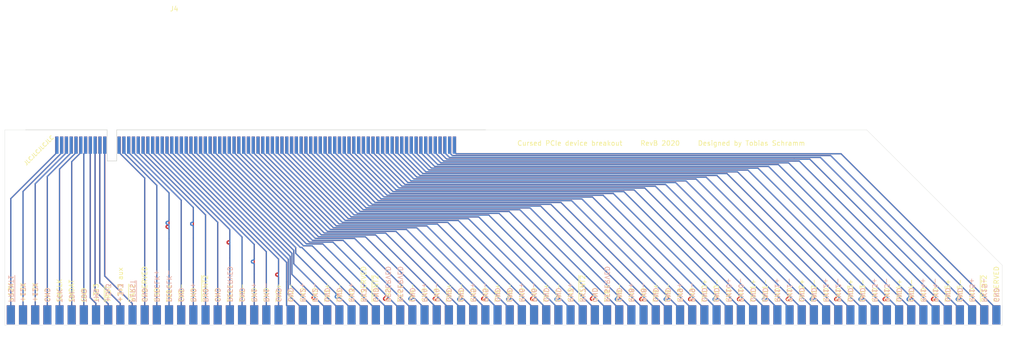
<source format=kicad_pcb>
(kicad_pcb (version 20171130) (host pcbnew 5.1.6)
  (layers (0 F.Cu signal) (31 B.Cu signal) (34 B.Paste user) (35 F.Paste user) (36 B.SilkS user) (37 F.SilkS user) (38 B.Mask user) (39 F.Mask user) (44 Edge.Cuts user))
  (net 0 "")
  (net 1 "Net-(J1-Pad40)")
  (net 2 "Net-(J1-Pad39)")
  (net 3 "Net-(J1-Pad38)")
  (net 4 "Net-(J1-Pad37)")
  (net 5 "Net-(J1-Pad36)")
  (net 6 "Net-(J1-Pad35)")
  (net 7 "Net-(J1-Pad34)")
  (net 8 "Net-(J1-Pad33)")
  (net 9 "Net-(J1-Pad32)")
  (net 10 "Net-(J1-Pad31)")
  (net 11 "Net-(J1-Pad30)")
  (net 12 "Net-(J1-Pad29)")
  (net 13 "Net-(J1-Pad28)")
  (net 14 "Net-(J1-Pad27)")
  (net 15 "Net-(J1-Pad26)")
  (net 16 "Net-(J1-Pad25)")
  (net 17 "Net-(J1-Pad24)")
  (net 18 "Net-(J1-Pad23)")
  (net 19 "Net-(J1-Pad22)")
  (net 20 "Net-(J1-Pad21)")
  (net 21 "Net-(J1-Pad20)")
  (net 22 "Net-(J1-Pad19)")
  (net 23 "Net-(J1-Pad18)")
  (net 24 "Net-(J1-Pad17)")
  (net 25 "Net-(J1-Pad16)")
  (net 26 "Net-(J1-Pad15)")
  (net 27 "Net-(J1-Pad14)")
  (net 28 "Net-(J1-Pad13)")
  (net 29 "Net-(J1-Pad12)")
  (net 30 "Net-(J1-Pad11)")
  (net 31 "Net-(J1-Pad10)")
  (net 32 "Net-(J1-Pad9)")
  (net 33 "Net-(J1-Pad8)")
  (net 34 "Net-(J1-Pad7)")
  (net 35 "Net-(J1-Pad6)")
  (net 36 "Net-(J1-Pad5)")
  (net 37 "Net-(J1-Pad4)")
  (net 38 "Net-(J1-Pad3)")
  (net 39 "Net-(J1-Pad2)")
  (net 40 "Net-(J1-Pad1)")
  (net 41 "Net-(J2-Pad40)")
  (net 42 "Net-(J2-Pad39)")
  (net 43 "Net-(J2-Pad38)")
  (net 44 "Net-(J2-Pad37)")
  (net 45 "Net-(J2-Pad36)")
  (net 46 "Net-(J2-Pad35)")
  (net 47 "Net-(J2-Pad34)")
  (net 48 "Net-(J2-Pad33)")
  (net 49 "Net-(J2-Pad32)")
  (net 50 "Net-(J2-Pad31)")
  (net 51 "Net-(J2-Pad30)")
  (net 52 "Net-(J2-Pad29)")
  (net 53 "Net-(J2-Pad28)")
  (net 54 "Net-(J2-Pad27)")
  (net 55 "Net-(J2-Pad26)")
  (net 56 "Net-(J2-Pad25)")
  (net 57 "Net-(J2-Pad24)")
  (net 58 "Net-(J2-Pad23)")
  (net 59 "Net-(J2-Pad22)")
  (net 60 "Net-(J2-Pad21)")
  (net 61 "Net-(J2-Pad20)")
  (net 62 "Net-(J2-Pad19)")
  (net 63 "Net-(J2-Pad18)")
  (net 64 "Net-(J2-Pad17)")
  (net 65 "Net-(J2-Pad16)")
  (net 66 "Net-(J2-Pad15)")
  (net 67 "Net-(J2-Pad14)")
  (net 68 "Net-(J2-Pad13)")
  (net 69 "Net-(J2-Pad12)")
  (net 70 "Net-(J2-Pad11)")
  (net 71 "Net-(J2-Pad10)")
  (net 72 "Net-(J2-Pad9)")
  (net 73 "Net-(J2-Pad8)")
  (net 74 "Net-(J2-Pad7)")
  (net 75 "Net-(J2-Pad6)")
  (net 76 "Net-(J2-Pad5)")
  (net 77 "Net-(J2-Pad4)")
  (net 78 "Net-(J2-Pad3)")
  (net 79 "Net-(J2-Pad2)")
  (net 80 "Net-(J2-Pad1)")
  (net 81 "Net-(J3-Pad2)")
  (net 82 "Net-(J3-Pad1)")
  (net 83 "Net-(J4-PadB82)")
  (net 84 "Net-(J4-PadB81)")
  (net 85 "Net-(J4-PadB80)")
  (net 86 "Net-(J4-PadB79)")
  (net 87 "Net-(J4-PadB78)")
  (net 88 "Net-(J4-PadB77)")
  (net 89 "Net-(J4-PadB76)")
  (net 90 "Net-(J4-PadB75)")
  (net 91 "Net-(J4-PadB74)")
  (net 92 "Net-(J4-PadB73)")
  (net 93 "Net-(J4-PadB72)")
  (net 94 "Net-(J4-PadB71)")
  (net 95 "Net-(J4-PadB70)")
  (net 96 "Net-(J4-PadB69)")
  (net 97 "Net-(J4-PadB68)")
  (net 98 "Net-(J4-PadB67)")
  (net 99 "Net-(J4-PadB66)")
  (net 100 "Net-(J4-PadB65)")
  (net 101 "Net-(J4-PadB64)")
  (net 102 "Net-(J4-PadB63)")
  (net 103 "Net-(J4-PadB62)")
  (net 104 "Net-(J4-PadB61)")
  (net 105 "Net-(J4-PadB60)")
  (net 106 "Net-(J4-PadB59)")
  (net 107 "Net-(J4-PadB58)")
  (net 108 "Net-(J4-PadB57)")
  (net 109 "Net-(J4-PadB56)")
  (net 110 "Net-(J4-PadB55)")
  (net 111 "Net-(J4-PadB54)")
  (net 112 "Net-(J4-PadB53)")
  (net 113 "Net-(J4-PadB52)")
  (net 114 "Net-(J4-PadB51)")
  (net 115 "Net-(J4-PadB50)")
  (net 116 "Net-(J4-PadB49)")
  (net 117 "Net-(J4-PadB48)")
  (net 118 "Net-(J4-PadB47)")
  (net 119 "Net-(J4-PadB46)")
  (net 120 "Net-(J4-PadB45)")
  (net 121 "Net-(J4-PadB44)")
  (net 122 "Net-(J4-PadB43)")
  (net 123 "Net-(J4-PadB42)")
  (net 124 "Net-(J4-PadB41)")
  (net 125 "Net-(J4-PadB40)")
  (net 126 "Net-(J4-PadB39)")
  (net 127 "Net-(J4-PadB38)")
  (net 128 "Net-(J4-PadB37)")
  (net 129 "Net-(J4-PadB36)")
  (net 130 "Net-(J4-PadB35)")
  (net 131 "Net-(J4-PadB34)")
  (net 132 "Net-(J4-PadB33)")
  (net 133 "Net-(J4-PadB32)")
  (net 134 "Net-(J4-PadB31)")
  (net 135 "Net-(J4-PadB30)")
  (net 136 "Net-(J4-PadB29)")
  (net 137 "Net-(J4-PadB28)")
  (net 138 "Net-(J4-PadB27)")
  (net 139 "Net-(J4-PadB26)")
  (net 140 "Net-(J4-PadB25)")
  (net 141 "Net-(J4-PadB24)")
  (net 142 "Net-(J4-PadB23)")
  (net 143 "Net-(J4-PadB22)")
  (net 144 "Net-(J4-PadB21)")
  (net 145 "Net-(J4-PadB20)")
  (net 146 "Net-(J4-PadB19)")
  (net 147 "Net-(J4-PadB18)")
  (net 148 "Net-(J4-PadB17)")
  (net 149 "Net-(J4-PadB16)")
  (net 150 "Net-(J4-PadB15)")
  (net 151 "Net-(J4-PadB14)")
  (net 152 "Net-(J4-PadB13)")
  (net 153 "Net-(J4-PadB12)")
  (net 154 "Net-(J4-PadB11)")
  (net 155 "Net-(J4-PadB10)")
  (net 156 "Net-(J4-PadB9)")
  (net 157 "Net-(J4-PadB8)")
  (net 158 "Net-(J4-PadB7)")
  (net 159 "Net-(J4-PadB6)")
  (net 160 "Net-(J4-PadB5)")
  (net 161 "Net-(J4-PadB4)")
  (net 162 "Net-(J4-PadB3)")
  (net 163 "Net-(J4-PadB2)")
  (net 164 "Net-(J4-PadB1)")
  (module Connector_PCIe:UMAX_3126-10103T_PCIe_x16_edge_launch (layer F.Cu) (at 66.34 83.2)
    (fp_text reference J4 (at -17 -27.8) (layer F.SilkS))
    (fp_text value Connector_PCIe_x16)
    (fp_line (start -29 -2.5) (end 48 -2.5) (layer Edge.Cuts) (width 0.12))
    (fp_line (start -29 4) (end -29 -2.5) (layer Edge.Cuts) (width 0.12))
    (fp_line (start -31 4) (end -29 4) (layer Edge.Cuts) (width 0.12))
    (fp_line (start -31 -2.5) (end -31 4) (layer Edge.Cuts) (width 0.12))
    (fp_line (start -48 -2.5) (end -31 -2.5) (layer Edge.Cuts) (width 0.12))
    (pad B82 smd rect (at 41.5 0.7 180) (size 0.7 3.6) (layers B.Cu B.Mask) (net 83 "Net-(J4-PadB82)"))
    (pad B81 smd rect (at 40.5 0.7 180) (size 0.7 3.6) (layers B.Cu B.Mask) (net 84 "Net-(J4-PadB81)"))
    (pad B80 smd rect (at 39.5 0.7 180) (size 0.7 3.6) (layers B.Cu B.Mask) (net 85 "Net-(J4-PadB80)"))
    (pad B79 smd rect (at 38.5 0.7 180) (size 0.7 3.6) (layers B.Cu B.Mask) (net 86 "Net-(J4-PadB79)"))
    (pad B78 smd rect (at 37.5 0.7 180) (size 0.7 3.6) (layers B.Cu B.Mask) (net 87 "Net-(J4-PadB78)"))
    (pad B77 smd rect (at 36.5 0.7 180) (size 0.7 3.6) (layers B.Cu B.Mask) (net 88 "Net-(J4-PadB77)"))
    (pad B76 smd rect (at 35.5 0.7 180) (size 0.7 3.6) (layers B.Cu B.Mask) (net 89 "Net-(J4-PadB76)"))
    (pad B75 smd rect (at 34.5 0.7 180) (size 0.7 3.6) (layers B.Cu B.Mask) (net 90 "Net-(J4-PadB75)"))
    (pad B74 smd rect (at 33.5 0.7 180) (size 0.7 3.6) (layers B.Cu B.Mask) (net 91 "Net-(J4-PadB74)"))
    (pad B73 smd rect (at 32.5 0.7 180) (size 0.7 3.6) (layers B.Cu B.Mask) (net 92 "Net-(J4-PadB73)"))
    (pad B72 smd rect (at 31.5 0.7 180) (size 0.7 3.6) (layers B.Cu B.Mask) (net 93 "Net-(J4-PadB72)"))
    (pad B71 smd rect (at 30.5 0.7 180) (size 0.7 3.6) (layers B.Cu B.Mask) (net 94 "Net-(J4-PadB71)"))
    (pad B70 smd rect (at 29.5 0.7 180) (size 0.7 3.6) (layers B.Cu B.Mask) (net 95 "Net-(J4-PadB70)"))
    (pad B69 smd rect (at 28.5 0.7 180) (size 0.7 3.6) (layers B.Cu B.Mask) (net 96 "Net-(J4-PadB69)"))
    (pad B68 smd rect (at 27.5 0.7 180) (size 0.7 3.6) (layers B.Cu B.Mask) (net 97 "Net-(J4-PadB68)"))
    (pad B67 smd rect (at 26.5 0.7 180) (size 0.7 3.6) (layers B.Cu B.Mask) (net 98 "Net-(J4-PadB67)"))
    (pad B66 smd rect (at 25.5 0.7 180) (size 0.7 3.6) (layers B.Cu B.Mask) (net 99 "Net-(J4-PadB66)"))
    (pad B65 smd rect (at 24.5 0.7 180) (size 0.7 3.6) (layers B.Cu B.Mask) (net 100 "Net-(J4-PadB65)"))
    (pad B64 smd rect (at 23.5 0.7 180) (size 0.7 3.6) (layers B.Cu B.Mask) (net 101 "Net-(J4-PadB64)"))
    (pad B63 smd rect (at 22.5 0.7 180) (size 0.7 3.6) (layers B.Cu B.Mask) (net 102 "Net-(J4-PadB63)"))
    (pad B62 smd rect (at 21.5 0.7 180) (size 0.7 3.6) (layers B.Cu B.Mask) (net 103 "Net-(J4-PadB62)"))
    (pad B61 smd rect (at 20.5 0.7 180) (size 0.7 3.6) (layers B.Cu B.Mask) (net 104 "Net-(J4-PadB61)"))
    (pad B60 smd rect (at 19.5 0.7 180) (size 0.7 3.6) (layers B.Cu B.Mask) (net 105 "Net-(J4-PadB60)"))
    (pad B59 smd rect (at 18.5 0.7 180) (size 0.7 3.6) (layers B.Cu B.Mask) (net 106 "Net-(J4-PadB59)"))
    (pad B58 smd rect (at 17.5 0.7 180) (size 0.7 3.6) (layers B.Cu B.Mask) (net 107 "Net-(J4-PadB58)"))
    (pad B57 smd rect (at 16.5 0.7 180) (size 0.7 3.6) (layers B.Cu B.Mask) (net 108 "Net-(J4-PadB57)"))
    (pad B56 smd rect (at 15.5 0.7 180) (size 0.7 3.6) (layers B.Cu B.Mask) (net 109 "Net-(J4-PadB56)"))
    (pad B55 smd rect (at 14.5 0.7 180) (size 0.7 3.6) (layers B.Cu B.Mask) (net 110 "Net-(J4-PadB55)"))
    (pad B54 smd rect (at 13.5 0.7 180) (size 0.7 3.6) (layers B.Cu B.Mask) (net 111 "Net-(J4-PadB54)"))
    (pad B53 smd rect (at 12.5 0.7 180) (size 0.7 3.6) (layers B.Cu B.Mask) (net 112 "Net-(J4-PadB53)"))
    (pad B52 smd rect (at 11.5 0.7 180) (size 0.7 3.6) (layers B.Cu B.Mask) (net 113 "Net-(J4-PadB52)"))
    (pad B51 smd rect (at 10.5 0.7 180) (size 0.7 3.6) (layers B.Cu B.Mask) (net 114 "Net-(J4-PadB51)"))
    (pad B50 smd rect (at 9.5 0.7 180) (size 0.7 3.6) (layers B.Cu B.Mask) (net 115 "Net-(J4-PadB50)"))
    (pad B49 smd rect (at 8.5 0.7 180) (size 0.7 3.6) (layers B.Cu B.Mask) (net 116 "Net-(J4-PadB49)"))
    (pad B48 smd rect (at 7.5 0.7 180) (size 0.7 3.6) (layers B.Cu B.Mask) (net 117 "Net-(J4-PadB48)"))
    (pad B47 smd rect (at 6.5 0.7 180) (size 0.7 3.6) (layers B.Cu B.Mask) (net 118 "Net-(J4-PadB47)"))
    (pad B46 smd rect (at 5.5 0.7 180) (size 0.7 3.6) (layers B.Cu B.Mask) (net 119 "Net-(J4-PadB46)"))
    (pad B45 smd rect (at 4.5 0.7 180) (size 0.7 3.6) (layers B.Cu B.Mask) (net 120 "Net-(J4-PadB45)"))
    (pad B44 smd rect (at 3.5 0.7 180) (size 0.7 3.6) (layers B.Cu B.Mask) (net 121 "Net-(J4-PadB44)"))
    (pad B43 smd rect (at 2.5 0.7 180) (size 0.7 3.6) (layers B.Cu B.Mask) (net 122 "Net-(J4-PadB43)"))
    (pad B42 smd rect (at 1.5 0.7 180) (size 0.7 3.6) (layers B.Cu B.Mask) (net 123 "Net-(J4-PadB42)"))
    (pad B41 smd rect (at 0.5 0.7 180) (size 0.7 3.6) (layers B.Cu B.Mask) (net 124 "Net-(J4-PadB41)"))
    (pad B40 smd rect (at -0.5 0.7 180) (size 0.7 3.6) (layers B.Cu B.Mask) (net 125 "Net-(J4-PadB40)"))
    (pad B39 smd rect (at -1.5 0.7 180) (size 0.7 3.6) (layers B.Cu B.Mask) (net 126 "Net-(J4-PadB39)"))
    (pad B38 smd rect (at -2.5 0.7 180) (size 0.7 3.6) (layers B.Cu B.Mask) (net 127 "Net-(J4-PadB38)"))
    (pad B37 smd rect (at -3.5 0.7 180) (size 0.7 3.6) (layers B.Cu B.Mask) (net 128 "Net-(J4-PadB37)"))
    (pad B36 smd rect (at -4.5 0.7 180) (size 0.7 3.6) (layers B.Cu B.Mask) (net 129 "Net-(J4-PadB36)"))
    (pad B35 smd rect (at -5.5 0.7 180) (size 0.7 3.6) (layers B.Cu B.Mask) (net 130 "Net-(J4-PadB35)"))
    (pad B34 smd rect (at -6.5 0.7 180) (size 0.7 3.6) (layers B.Cu B.Mask) (net 131 "Net-(J4-PadB34)"))
    (pad B33 smd rect (at -7.5 0.7 180) (size 0.7 3.6) (layers B.Cu B.Mask) (net 132 "Net-(J4-PadB33)"))
    (pad B32 smd rect (at -8.5 0.7 180) (size 0.7 3.6) (layers B.Cu B.Mask) (net 133 "Net-(J4-PadB32)"))
    (pad B31 smd rect (at -9.5 0.7 180) (size 0.7 3.6) (layers B.Cu B.Mask) (net 134 "Net-(J4-PadB31)"))
    (pad B30 smd rect (at -10.5 0.7 180) (size 0.7 3.6) (layers B.Cu B.Mask) (net 135 "Net-(J4-PadB30)"))
    (pad B29 smd rect (at -11.5 0.7 180) (size 0.7 3.6) (layers B.Cu B.Mask) (net 136 "Net-(J4-PadB29)"))
    (pad B28 smd rect (at -12.5 0.7 180) (size 0.7 3.6) (layers B.Cu B.Mask) (net 137 "Net-(J4-PadB28)"))
    (pad B27 smd rect (at -13.5 0.7 180) (size 0.7 3.6) (layers B.Cu B.Mask) (net 138 "Net-(J4-PadB27)"))
    (pad B26 smd rect (at -14.5 0.7 180) (size 0.7 3.6) (layers B.Cu B.Mask) (net 139 "Net-(J4-PadB26)"))
    (pad B25 smd rect (at -15.5 0.7 180) (size 0.7 3.6) (layers B.Cu B.Mask) (net 140 "Net-(J4-PadB25)"))
    (pad B24 smd rect (at -16.5 0.7 180) (size 0.7 3.6) (layers B.Cu B.Mask) (net 141 "Net-(J4-PadB24)"))
    (pad B23 smd rect (at -17.5 0.7 180) (size 0.7 3.6) (layers B.Cu B.Mask) (net 142 "Net-(J4-PadB23)"))
    (pad B22 smd rect (at -18.5 0.7 180) (size 0.7 3.6) (layers B.Cu B.Mask) (net 143 "Net-(J4-PadB22)"))
    (pad B21 smd rect (at -19.5 0.7 180) (size 0.7 3.6) (layers B.Cu B.Mask) (net 144 "Net-(J4-PadB21)"))
    (pad B20 smd rect (at -20.5 0.7 180) (size 0.7 3.6) (layers B.Cu B.Mask) (net 145 "Net-(J4-PadB20)"))
    (pad B19 smd rect (at -21.5 0.7 180) (size 0.7 3.6) (layers B.Cu B.Mask) (net 146 "Net-(J4-PadB19)"))
    (pad B18 smd rect (at -22.5 0.7 180) (size 0.7 3.6) (layers B.Cu B.Mask) (net 147 "Net-(J4-PadB18)"))
    (pad B17 smd rect (at -23.5 0.7 180) (size 0.7 3.6) (layers B.Cu B.Mask) (net 148 "Net-(J4-PadB17)"))
    (pad B16 smd rect (at -24.5 0.7 180) (size 0.7 3.6) (layers B.Cu B.Mask) (net 149 "Net-(J4-PadB16)"))
    (pad B15 smd rect (at -25.5 0.7 180) (size 0.7 3.6) (layers B.Cu B.Mask) (net 150 "Net-(J4-PadB15)"))
    (pad B14 smd rect (at -26.5 0.7 180) (size 0.7 3.6) (layers B.Cu B.Mask) (net 151 "Net-(J4-PadB14)"))
    (pad B13 smd rect (at -27.5 0.7 180) (size 0.7 3.6) (layers B.Cu B.Mask) (net 152 "Net-(J4-PadB13)"))
    (pad B12 smd rect (at -28.5 0.7 180) (size 0.7 3.6) (layers B.Cu B.Mask) (net 153 "Net-(J4-PadB12)"))
    (pad A82 smd rect (at 41.5 0.7 180) (size 0.7 3.6) (layers F.Cu F.Mask) (net 82 "Net-(J3-Pad1)"))
    (pad A81 smd rect (at 40.5 0.7 180) (size 0.7 3.6) (layers F.Cu F.Mask) (net 81 "Net-(J3-Pad2)"))
    (pad A80 smd rect (at 39.5 0.7 180) (size 0.7 3.6) (layers F.Cu F.Mask) (net 80 "Net-(J2-Pad1)"))
    (pad A79 smd rect (at 38.5 0.7 180) (size 0.7 3.6) (layers F.Cu F.Mask) (net 79 "Net-(J2-Pad2)"))
    (pad A78 smd rect (at 37.5 0.7 180) (size 0.7 3.6) (layers F.Cu F.Mask) (net 78 "Net-(J2-Pad3)"))
    (pad A77 smd rect (at 36.5 0.7 180) (size 0.7 3.6) (layers F.Cu F.Mask) (net 77 "Net-(J2-Pad4)"))
    (pad A76 smd rect (at 35.5 0.7 180) (size 0.7 3.6) (layers F.Cu F.Mask) (net 76 "Net-(J2-Pad5)"))
    (pad A75 smd rect (at 34.5 0.7 180) (size 0.7 3.6) (layers F.Cu F.Mask) (net 75 "Net-(J2-Pad6)"))
    (pad A74 smd rect (at 33.5 0.7 180) (size 0.7 3.6) (layers F.Cu F.Mask) (net 74 "Net-(J2-Pad7)"))
    (pad A73 smd rect (at 32.5 0.7 180) (size 0.7 3.6) (layers F.Cu F.Mask) (net 73 "Net-(J2-Pad8)"))
    (pad A72 smd rect (at 31.5 0.7 180) (size 0.7 3.6) (layers F.Cu F.Mask) (net 72 "Net-(J2-Pad9)"))
    (pad A71 smd rect (at 30.5 0.7 180) (size 0.7 3.6) (layers F.Cu F.Mask) (net 71 "Net-(J2-Pad10)"))
    (pad A70 smd rect (at 29.5 0.7 180) (size 0.7 3.6) (layers F.Cu F.Mask) (net 70 "Net-(J2-Pad11)"))
    (pad A69 smd rect (at 28.5 0.7 180) (size 0.7 3.6) (layers F.Cu F.Mask) (net 69 "Net-(J2-Pad12)"))
    (pad A68 smd rect (at 27.5 0.7 180) (size 0.7 3.6) (layers F.Cu F.Mask) (net 68 "Net-(J2-Pad13)"))
    (pad A67 smd rect (at 26.5 0.7 180) (size 0.7 3.6) (layers F.Cu F.Mask) (net 67 "Net-(J2-Pad14)"))
    (pad A66 smd rect (at 25.5 0.7 180) (size 0.7 3.6) (layers F.Cu F.Mask) (net 66 "Net-(J2-Pad15)"))
    (pad A65 smd rect (at 24.5 0.7 180) (size 0.7 3.6) (layers F.Cu F.Mask) (net 65 "Net-(J2-Pad16)"))
    (pad A64 smd rect (at 23.5 0.7 180) (size 0.7 3.6) (layers F.Cu F.Mask) (net 64 "Net-(J2-Pad17)"))
    (pad A63 smd rect (at 22.5 0.7 180) (size 0.7 3.6) (layers F.Cu F.Mask) (net 63 "Net-(J2-Pad18)"))
    (pad A62 smd rect (at 21.5 0.7 180) (size 0.7 3.6) (layers F.Cu F.Mask) (net 62 "Net-(J2-Pad19)"))
    (pad A61 smd rect (at 20.5 0.7 180) (size 0.7 3.6) (layers F.Cu F.Mask) (net 61 "Net-(J2-Pad20)"))
    (pad A60 smd rect (at 19.5 0.7 180) (size 0.7 3.6) (layers F.Cu F.Mask) (net 60 "Net-(J2-Pad21)"))
    (pad A59 smd rect (at 18.5 0.7 180) (size 0.7 3.6) (layers F.Cu F.Mask) (net 59 "Net-(J2-Pad22)"))
    (pad A58 smd rect (at 17.5 0.7 180) (size 0.7 3.6) (layers F.Cu F.Mask) (net 58 "Net-(J2-Pad23)"))
    (pad A57 smd rect (at 16.5 0.7 180) (size 0.7 3.6) (layers F.Cu F.Mask) (net 57 "Net-(J2-Pad24)"))
    (pad A56 smd rect (at 15.5 0.7 180) (size 0.7 3.6) (layers F.Cu F.Mask) (net 56 "Net-(J2-Pad25)"))
    (pad A55 smd rect (at 14.5 0.7 180) (size 0.7 3.6) (layers F.Cu F.Mask) (net 55 "Net-(J2-Pad26)"))
    (pad A54 smd rect (at 13.5 0.7 180) (size 0.7 3.6) (layers F.Cu F.Mask) (net 54 "Net-(J2-Pad27)"))
    (pad A53 smd rect (at 12.5 0.7 180) (size 0.7 3.6) (layers F.Cu F.Mask) (net 53 "Net-(J2-Pad28)"))
    (pad A52 smd rect (at 11.5 0.7 180) (size 0.7 3.6) (layers F.Cu F.Mask) (net 52 "Net-(J2-Pad29)"))
    (pad A51 smd rect (at 10.5 0.7 180) (size 0.7 3.6) (layers F.Cu F.Mask) (net 51 "Net-(J2-Pad30)"))
    (pad A50 smd rect (at 9.5 0.7 180) (size 0.7 3.6) (layers F.Cu F.Mask) (net 50 "Net-(J2-Pad31)"))
    (pad A49 smd rect (at 8.5 0.7 180) (size 0.7 3.6) (layers F.Cu F.Mask) (net 49 "Net-(J2-Pad32)"))
    (pad A48 smd rect (at 7.5 0.7 180) (size 0.7 3.6) (layers F.Cu F.Mask) (net 48 "Net-(J2-Pad33)"))
    (pad A47 smd rect (at 6.5 0.7 180) (size 0.7 3.6) (layers F.Cu F.Mask) (net 47 "Net-(J2-Pad34)"))
    (pad A46 smd rect (at 5.5 0.7 180) (size 0.7 3.6) (layers F.Cu F.Mask) (net 46 "Net-(J2-Pad35)"))
    (pad A45 smd rect (at 4.5 0.7 180) (size 0.7 3.6) (layers F.Cu F.Mask) (net 45 "Net-(J2-Pad36)"))
    (pad A44 smd rect (at 3.5 0.7 180) (size 0.7 3.6) (layers F.Cu F.Mask) (net 44 "Net-(J2-Pad37)"))
    (pad A43 smd rect (at 2.5 0.7 180) (size 0.7 3.6) (layers F.Cu F.Mask) (net 43 "Net-(J2-Pad38)"))
    (pad A42 smd rect (at 1.5 0.7 180) (size 0.7 3.6) (layers F.Cu F.Mask) (net 42 "Net-(J2-Pad39)"))
    (pad A41 smd rect (at 0.5 0.7 180) (size 0.7 3.6) (layers F.Cu F.Mask) (net 41 "Net-(J2-Pad40)"))
    (pad A40 smd rect (at -0.5 0.7 180) (size 0.7 3.6) (layers F.Cu F.Mask) (net 40 "Net-(J1-Pad1)"))
    (pad A39 smd rect (at -1.5 0.7 180) (size 0.7 3.6) (layers F.Cu F.Mask) (net 39 "Net-(J1-Pad2)"))
    (pad A38 smd rect (at -2.5 0.7 180) (size 0.7 3.6) (layers F.Cu F.Mask) (net 38 "Net-(J1-Pad3)"))
    (pad A37 smd rect (at -3.5 0.7 180) (size 0.7 3.6) (layers F.Cu F.Mask) (net 37 "Net-(J1-Pad4)"))
    (pad A36 smd rect (at -4.5 0.7 180) (size 0.7 3.6) (layers F.Cu F.Mask) (net 36 "Net-(J1-Pad5)"))
    (pad A35 smd rect (at -5.5 0.7 180) (size 0.7 3.6) (layers F.Cu F.Mask) (net 35 "Net-(J1-Pad6)"))
    (pad A34 smd rect (at -6.5 0.7 180) (size 0.7 3.6) (layers F.Cu F.Mask) (net 34 "Net-(J1-Pad7)"))
    (pad A33 smd rect (at -7.5 0.7 180) (size 0.7 3.6) (layers F.Cu F.Mask) (net 33 "Net-(J1-Pad8)"))
    (pad A32 smd rect (at -8.5 0.7 180) (size 0.7 3.6) (layers F.Cu F.Mask) (net 32 "Net-(J1-Pad9)"))
    (pad A31 smd rect (at -9.5 0.7 180) (size 0.7 3.6) (layers F.Cu F.Mask) (net 31 "Net-(J1-Pad10)"))
    (pad A30 smd rect (at -10.5 0.7 180) (size 0.7 3.6) (layers F.Cu F.Mask) (net 30 "Net-(J1-Pad11)"))
    (pad A29 smd rect (at -11.5 0.7 180) (size 0.7 3.6) (layers F.Cu F.Mask) (net 29 "Net-(J1-Pad12)"))
    (pad A28 smd rect (at -12.5 0.7 180) (size 0.7 3.6) (layers F.Cu F.Mask) (net 28 "Net-(J1-Pad13)"))
    (pad A27 smd rect (at -13.5 0.7 180) (size 0.7 3.6) (layers F.Cu F.Mask) (net 27 "Net-(J1-Pad14)"))
    (pad A26 smd rect (at -14.5 0.7 180) (size 0.7 3.6) (layers F.Cu F.Mask) (net 26 "Net-(J1-Pad15)"))
    (pad A25 smd rect (at -15.5 0.7 180) (size 0.7 3.6) (layers F.Cu F.Mask) (net 25 "Net-(J1-Pad16)"))
    (pad A24 smd rect (at -16.5 0.7 180) (size 0.7 3.6) (layers F.Cu F.Mask) (net 24 "Net-(J1-Pad17)"))
    (pad A23 smd rect (at -17.5 0.7 180) (size 0.7 3.6) (layers F.Cu F.Mask) (net 23 "Net-(J1-Pad18)"))
    (pad A22 smd rect (at -18.5 0.7 180) (size 0.7 3.6) (layers F.Cu F.Mask) (net 22 "Net-(J1-Pad19)"))
    (pad A21 smd rect (at -19.5 0.7 180) (size 0.7 3.6) (layers F.Cu F.Mask) (net 21 "Net-(J1-Pad20)"))
    (pad A20 smd rect (at -20.5 0.7 180) (size 0.7 3.6) (layers F.Cu F.Mask) (net 20 "Net-(J1-Pad21)"))
    (pad A19 smd rect (at -21.5 0.7 180) (size 0.7 3.6) (layers F.Cu F.Mask) (net 19 "Net-(J1-Pad22)"))
    (pad A18 smd rect (at -22.5 0.7 180) (size 0.7 3.6) (layers F.Cu F.Mask) (net 18 "Net-(J1-Pad23)"))
    (pad A17 smd rect (at -23.5 0.7 180) (size 0.7 3.6) (layers F.Cu F.Mask) (net 17 "Net-(J1-Pad24)"))
    (pad A16 smd rect (at -24.5 0.7 180) (size 0.7 3.6) (layers F.Cu F.Mask) (net 16 "Net-(J1-Pad25)"))
    (pad A15 smd rect (at -25.5 0.7 180) (size 0.7 3.6) (layers F.Cu F.Mask) (net 15 "Net-(J1-Pad26)"))
    (pad A14 smd rect (at -26.5 0.7 180) (size 0.7 3.6) (layers F.Cu F.Mask) (net 14 "Net-(J1-Pad27)"))
    (pad A13 smd rect (at -27.5 0.7 180) (size 0.7 3.6) (layers F.Cu F.Mask) (net 13 "Net-(J1-Pad28)"))
    (pad A12 smd rect (at -28.5 0.7 180) (size 0.7 3.6) (layers F.Cu F.Mask) (net 12 "Net-(J1-Pad29)"))
    (pad B11 smd rect (at -31.5 0.7 180) (size 0.7 3.6) (layers B.Cu B.Mask) (net 154 "Net-(J4-PadB11)"))
    (pad B10 smd rect (at -32.5 0.7 180) (size 0.7 3.6) (layers B.Cu B.Mask) (net 155 "Net-(J4-PadB10)"))
    (pad B9 smd rect (at -33.5 0.7 180) (size 0.7 3.6) (layers B.Cu B.Mask) (net 156 "Net-(J4-PadB9)"))
    (pad B8 smd rect (at -34.5 0.7 180) (size 0.7 3.6) (layers B.Cu B.Mask) (net 157 "Net-(J4-PadB8)"))
    (pad B7 smd rect (at -35.5 0.7 180) (size 0.7 3.6) (layers B.Cu B.Mask) (net 158 "Net-(J4-PadB7)"))
    (pad B6 smd rect (at -36.5 0.7 180) (size 0.7 3.6) (layers B.Cu B.Mask) (net 159 "Net-(J4-PadB6)"))
    (pad B5 smd rect (at -37.5 0.7 180) (size 0.7 3.6) (layers B.Cu B.Mask) (net 160 "Net-(J4-PadB5)"))
    (pad B4 smd rect (at -38.5 0.7 180) (size 0.7 3.6) (layers B.Cu B.Mask) (net 161 "Net-(J4-PadB4)"))
    (pad B3 smd rect (at -39.5 0.7 180) (size 0.7 3.6) (layers B.Cu B.Mask) (net 162 "Net-(J4-PadB3)"))
    (pad B2 smd rect (at -40.5 0.7 180) (size 0.7 3.6) (layers B.Cu B.Mask) (net 163 "Net-(J4-PadB2)"))
    (pad A11 smd rect (at -31.5 0.7 180) (size 0.7 3.6) (layers F.Cu F.Mask) (net 11 "Net-(J1-Pad30)"))
    (pad A10 smd rect (at -32.5 0.7 180) (size 0.7 3.6) (layers F.Cu F.Mask) (net 10 "Net-(J1-Pad31)"))
    (pad A9 smd rect (at -33.5 0.7 180) (size 0.7 3.6) (layers F.Cu F.Mask) (net 9 "Net-(J1-Pad32)"))
    (pad A8 smd rect (at -34.5 0.7 180) (size 0.7 3.6) (layers F.Cu F.Mask) (net 8 "Net-(J1-Pad33)"))
    (pad A7 smd rect (at -35.5 0.7 180) (size 0.7 3.6) (layers F.Cu F.Mask) (net 7 "Net-(J1-Pad34)"))
    (pad A6 smd rect (at -36.5 0.7 180) (size 0.7 3.6) (layers F.Cu F.Mask) (net 6 "Net-(J1-Pad35)"))
    (pad A5 smd rect (at -37.5 0.7 180) (size 0.7 3.6) (layers F.Cu F.Mask) (net 5 "Net-(J1-Pad36)"))
    (pad A4 smd rect (at -38.5 0.7 180) (size 0.7 3.6) (layers F.Cu F.Mask) (net 4 "Net-(J1-Pad37)"))
    (pad A3 smd rect (at -39.5 0.7 180) (size 0.7 3.6) (layers F.Cu F.Mask) (net 3 "Net-(J1-Pad38)"))
    (pad A2 smd rect (at -40.5 0.7 180) (size 0.7 3.6) (layers F.Cu F.Mask) (net 2 "Net-(J1-Pad39)"))
    (pad B1 smd rect (at -41.5 0.7 180) (size 0.7 3.6) (layers B.Cu B.Mask) (net 164 "Net-(J4-PadB1)"))
    (pad A1 smd rect (at -41.5 0.7 180) (size 0.7 3.6) (layers F.Cu F.Mask) (net 1 "Net-(J1-Pad40)"))
    (pad "" np_thru_hole circle (at -46.3 0 180) (size 2.2 2.2) (drill 2.2) (layers *.Cu *.Mask))
    (pad "" np_thru_hole circle (at 46.3 0) (size 2.2 2.2) (drill 2.2) (layers *.Cu *.Mask))
  )
  (module Connector_PinHeader_EdgeLaunch_2.54mm:Connector_PinHeader_EdgeLaunch_2,54mm_01x02 (layer B.Cu) (at 218.44 119.38)
    (fp_text reference J7 hide)
    (fp_text value Conn_01x02_Male)
    (pad 2 smd rect (at 2.54 0) (size 1.7 4) (layers B.Cu B.Paste B.Mask) (net 83 "Net-(J4-PadB82)"))
    (pad 1 smd rect (at 0 0) (size 1.7 4) (layers B.Cu B.Paste B.Mask) (net 84 "Net-(J4-PadB81)"))
  )
  (module Connector_PinHeader_EdgeLaunch_2.54mm:Connector_PinHeader_EdgeLaunch_2,54mm_01x40 (layer B.Cu) (at 116.84 119.38)
    (fp_text reference J6 hide)
    (fp_text value Conn_01x40_Male)
    (pad 40 smd rect (at 99.06 0) (size 1.7 4) (layers B.Cu B.Paste B.Mask) (net 85 "Net-(J4-PadB80)"))
    (pad 39 smd rect (at 96.52 0) (size 1.7 4) (layers B.Cu B.Paste B.Mask) (net 86 "Net-(J4-PadB79)"))
    (pad 38 smd rect (at 93.98 0) (size 1.7 4) (layers B.Cu B.Paste B.Mask) (net 87 "Net-(J4-PadB78)"))
    (pad 37 smd rect (at 91.44 0) (size 1.7 4) (layers B.Cu B.Paste B.Mask) (net 88 "Net-(J4-PadB77)"))
    (pad 36 smd rect (at 88.9 0) (size 1.7 4) (layers B.Cu B.Paste B.Mask) (net 89 "Net-(J4-PadB76)"))
    (pad 35 smd rect (at 86.36 0) (size 1.7 4) (layers B.Cu B.Paste B.Mask) (net 90 "Net-(J4-PadB75)"))
    (pad 34 smd rect (at 83.82 0) (size 1.7 4) (layers B.Cu B.Paste B.Mask) (net 91 "Net-(J4-PadB74)"))
    (pad 33 smd rect (at 81.28 0) (size 1.7 4) (layers B.Cu B.Paste B.Mask) (net 92 "Net-(J4-PadB73)"))
    (pad 32 smd rect (at 78.74 0) (size 1.7 4) (layers B.Cu B.Paste B.Mask) (net 93 "Net-(J4-PadB72)"))
    (pad 31 smd rect (at 76.2 0) (size 1.7 4) (layers B.Cu B.Paste B.Mask) (net 94 "Net-(J4-PadB71)"))
    (pad 30 smd rect (at 73.66 0) (size 1.7 4) (layers B.Cu B.Paste B.Mask) (net 95 "Net-(J4-PadB70)"))
    (pad 29 smd rect (at 71.12 0) (size 1.7 4) (layers B.Cu B.Paste B.Mask) (net 96 "Net-(J4-PadB69)"))
    (pad 28 smd rect (at 68.58 0) (size 1.7 4) (layers B.Cu B.Paste B.Mask) (net 97 "Net-(J4-PadB68)"))
    (pad 27 smd rect (at 66.04 0) (size 1.7 4) (layers B.Cu B.Paste B.Mask) (net 98 "Net-(J4-PadB67)"))
    (pad 26 smd rect (at 63.5 0) (size 1.7 4) (layers B.Cu B.Paste B.Mask) (net 99 "Net-(J4-PadB66)"))
    (pad 25 smd rect (at 60.96 0) (size 1.7 4) (layers B.Cu B.Paste B.Mask) (net 100 "Net-(J4-PadB65)"))
    (pad 24 smd rect (at 58.42 0) (size 1.7 4) (layers B.Cu B.Paste B.Mask) (net 101 "Net-(J4-PadB64)"))
    (pad 23 smd rect (at 55.88 0) (size 1.7 4) (layers B.Cu B.Paste B.Mask) (net 102 "Net-(J4-PadB63)"))
    (pad 22 smd rect (at 53.34 0) (size 1.7 4) (layers B.Cu B.Paste B.Mask) (net 103 "Net-(J4-PadB62)"))
    (pad 21 smd rect (at 50.8 0) (size 1.7 4) (layers B.Cu B.Paste B.Mask) (net 104 "Net-(J4-PadB61)"))
    (pad 20 smd rect (at 48.26 0) (size 1.7 4) (layers B.Cu B.Paste B.Mask) (net 105 "Net-(J4-PadB60)"))
    (pad 19 smd rect (at 45.72 0) (size 1.7 4) (layers B.Cu B.Paste B.Mask) (net 106 "Net-(J4-PadB59)"))
    (pad 18 smd rect (at 43.18 0) (size 1.7 4) (layers B.Cu B.Paste B.Mask) (net 107 "Net-(J4-PadB58)"))
    (pad 17 smd rect (at 40.64 0) (size 1.7 4) (layers B.Cu B.Paste B.Mask) (net 108 "Net-(J4-PadB57)"))
    (pad 16 smd rect (at 38.1 0) (size 1.7 4) (layers B.Cu B.Paste B.Mask) (net 109 "Net-(J4-PadB56)"))
    (pad 15 smd rect (at 35.56 0) (size 1.7 4) (layers B.Cu B.Paste B.Mask) (net 110 "Net-(J4-PadB55)"))
    (pad 14 smd rect (at 33.02 0) (size 1.7 4) (layers B.Cu B.Paste B.Mask) (net 111 "Net-(J4-PadB54)"))
    (pad 13 smd rect (at 30.48 0) (size 1.7 4) (layers B.Cu B.Paste B.Mask) (net 112 "Net-(J4-PadB53)"))
    (pad 12 smd rect (at 27.94 0) (size 1.7 4) (layers B.Cu B.Paste B.Mask) (net 113 "Net-(J4-PadB52)"))
    (pad 11 smd rect (at 25.4 0) (size 1.7 4) (layers B.Cu B.Paste B.Mask) (net 114 "Net-(J4-PadB51)"))
    (pad 10 smd rect (at 22.86 0) (size 1.7 4) (layers B.Cu B.Paste B.Mask) (net 115 "Net-(J4-PadB50)"))
    (pad 9 smd rect (at 20.32 0) (size 1.7 4) (layers B.Cu B.Paste B.Mask) (net 116 "Net-(J4-PadB49)"))
    (pad 8 smd rect (at 17.78 0) (size 1.7 4) (layers B.Cu B.Paste B.Mask) (net 117 "Net-(J4-PadB48)"))
    (pad 7 smd rect (at 15.24 0) (size 1.7 4) (layers B.Cu B.Paste B.Mask) (net 118 "Net-(J4-PadB47)"))
    (pad 6 smd rect (at 12.7 0) (size 1.7 4) (layers B.Cu B.Paste B.Mask) (net 119 "Net-(J4-PadB46)"))
    (pad 5 smd rect (at 10.16 0) (size 1.7 4) (layers B.Cu B.Paste B.Mask) (net 120 "Net-(J4-PadB45)"))
    (pad 4 smd rect (at 7.62 0) (size 1.7 4) (layers B.Cu B.Paste B.Mask) (net 121 "Net-(J4-PadB44)"))
    (pad 3 smd rect (at 5.08 0) (size 1.7 4) (layers B.Cu B.Paste B.Mask) (net 122 "Net-(J4-PadB43)"))
    (pad 2 smd rect (at 2.54 0) (size 1.7 4) (layers B.Cu B.Paste B.Mask) (net 123 "Net-(J4-PadB42)"))
    (pad 1 smd rect (at 0 0) (size 1.7 4) (layers B.Cu B.Paste B.Mask) (net 124 "Net-(J4-PadB41)"))
  )
  (module Connector_PinHeader_EdgeLaunch_2.54mm:Connector_PinHeader_EdgeLaunch_2,54mm_01x40 (layer B.Cu) (at 15.24 119.38)
    (fp_text reference J5 hide)
    (fp_text value Conn_01x40_Male)
    (pad 40 smd rect (at 99.06 0) (size 1.7 4) (layers B.Cu B.Paste B.Mask) (net 125 "Net-(J4-PadB40)"))
    (pad 39 smd rect (at 96.52 0) (size 1.7 4) (layers B.Cu B.Paste B.Mask) (net 126 "Net-(J4-PadB39)"))
    (pad 38 smd rect (at 93.98 0) (size 1.7 4) (layers B.Cu B.Paste B.Mask) (net 127 "Net-(J4-PadB38)"))
    (pad 37 smd rect (at 91.44 0) (size 1.7 4) (layers B.Cu B.Paste B.Mask) (net 128 "Net-(J4-PadB37)"))
    (pad 36 smd rect (at 88.9 0) (size 1.7 4) (layers B.Cu B.Paste B.Mask) (net 129 "Net-(J4-PadB36)"))
    (pad 35 smd rect (at 86.36 0) (size 1.7 4) (layers B.Cu B.Paste B.Mask) (net 130 "Net-(J4-PadB35)"))
    (pad 34 smd rect (at 83.82 0) (size 1.7 4) (layers B.Cu B.Paste B.Mask) (net 131 "Net-(J4-PadB34)"))
    (pad 33 smd rect (at 81.28 0) (size 1.7 4) (layers B.Cu B.Paste B.Mask) (net 132 "Net-(J4-PadB33)"))
    (pad 32 smd rect (at 78.74 0) (size 1.7 4) (layers B.Cu B.Paste B.Mask) (net 133 "Net-(J4-PadB32)"))
    (pad 31 smd rect (at 76.2 0) (size 1.7 4) (layers B.Cu B.Paste B.Mask) (net 134 "Net-(J4-PadB31)"))
    (pad 30 smd rect (at 73.66 0) (size 1.7 4) (layers B.Cu B.Paste B.Mask) (net 135 "Net-(J4-PadB30)"))
    (pad 29 smd rect (at 71.12 0) (size 1.7 4) (layers B.Cu B.Paste B.Mask) (net 136 "Net-(J4-PadB29)"))
    (pad 28 smd rect (at 68.58 0) (size 1.7 4) (layers B.Cu B.Paste B.Mask) (net 137 "Net-(J4-PadB28)"))
    (pad 27 smd rect (at 66.04 0) (size 1.7 4) (layers B.Cu B.Paste B.Mask) (net 138 "Net-(J4-PadB27)"))
    (pad 26 smd rect (at 63.5 0) (size 1.7 4) (layers B.Cu B.Paste B.Mask) (net 139 "Net-(J4-PadB26)"))
    (pad 25 smd rect (at 60.96 0) (size 1.7 4) (layers B.Cu B.Paste B.Mask) (net 140 "Net-(J4-PadB25)"))
    (pad 24 smd rect (at 58.42 0) (size 1.7 4) (layers B.Cu B.Paste B.Mask) (net 141 "Net-(J4-PadB24)"))
    (pad 23 smd rect (at 55.88 0) (size 1.7 4) (layers B.Cu B.Paste B.Mask) (net 142 "Net-(J4-PadB23)"))
    (pad 22 smd rect (at 53.34 0) (size 1.7 4) (layers B.Cu B.Paste B.Mask) (net 143 "Net-(J4-PadB22)"))
    (pad 21 smd rect (at 50.8 0) (size 1.7 4) (layers B.Cu B.Paste B.Mask) (net 144 "Net-(J4-PadB21)"))
    (pad 20 smd rect (at 48.26 0) (size 1.7 4) (layers B.Cu B.Paste B.Mask) (net 145 "Net-(J4-PadB20)"))
    (pad 19 smd rect (at 45.72 0) (size 1.7 4) (layers B.Cu B.Paste B.Mask) (net 146 "Net-(J4-PadB19)"))
    (pad 18 smd rect (at 43.18 0) (size 1.7 4) (layers B.Cu B.Paste B.Mask) (net 147 "Net-(J4-PadB18)"))
    (pad 17 smd rect (at 40.64 0) (size 1.7 4) (layers B.Cu B.Paste B.Mask) (net 148 "Net-(J4-PadB17)"))
    (pad 16 smd rect (at 38.1 0) (size 1.7 4) (layers B.Cu B.Paste B.Mask) (net 149 "Net-(J4-PadB16)"))
    (pad 15 smd rect (at 35.56 0) (size 1.7 4) (layers B.Cu B.Paste B.Mask) (net 150 "Net-(J4-PadB15)"))
    (pad 14 smd rect (at 33.02 0) (size 1.7 4) (layers B.Cu B.Paste B.Mask) (net 151 "Net-(J4-PadB14)"))
    (pad 13 smd rect (at 30.48 0) (size 1.7 4) (layers B.Cu B.Paste B.Mask) (net 152 "Net-(J4-PadB13)"))
    (pad 12 smd rect (at 27.94 0) (size 1.7 4) (layers B.Cu B.Paste B.Mask) (net 153 "Net-(J4-PadB12)"))
    (pad 11 smd rect (at 25.4 0) (size 1.7 4) (layers B.Cu B.Paste B.Mask) (net 154 "Net-(J4-PadB11)"))
    (pad 10 smd rect (at 22.86 0) (size 1.7 4) (layers B.Cu B.Paste B.Mask) (net 155 "Net-(J4-PadB10)"))
    (pad 9 smd rect (at 20.32 0) (size 1.7 4) (layers B.Cu B.Paste B.Mask) (net 156 "Net-(J4-PadB9)"))
    (pad 8 smd rect (at 17.78 0) (size 1.7 4) (layers B.Cu B.Paste B.Mask) (net 157 "Net-(J4-PadB8)"))
    (pad 7 smd rect (at 15.24 0) (size 1.7 4) (layers B.Cu B.Paste B.Mask) (net 158 "Net-(J4-PadB7)"))
    (pad 6 smd rect (at 12.7 0) (size 1.7 4) (layers B.Cu B.Paste B.Mask) (net 159 "Net-(J4-PadB6)"))
    (pad 5 smd rect (at 10.16 0) (size 1.7 4) (layers B.Cu B.Paste B.Mask) (net 160 "Net-(J4-PadB5)"))
    (pad 4 smd rect (at 7.62 0) (size 1.7 4) (layers B.Cu B.Paste B.Mask) (net 161 "Net-(J4-PadB4)"))
    (pad 3 smd rect (at 5.08 0) (size 1.7 4) (layers B.Cu B.Paste B.Mask) (net 162 "Net-(J4-PadB3)"))
    (pad 2 smd rect (at 2.54 0) (size 1.7 4) (layers B.Cu B.Paste B.Mask) (net 163 "Net-(J4-PadB2)"))
    (pad 1 smd rect (at 0 0) (size 1.7 4) (layers B.Cu B.Paste B.Mask) (net 164 "Net-(J4-PadB1)"))
  )
  (module Connector_PinHeader_EdgeLaunch_2.54mm:Connector_PinHeader_EdgeLaunch_2,54mm_01x02 (layer F.Cu) (at 220.98 119.38 180)
    (fp_text reference J3 hide)
    (fp_text value Conn_01x02_Male)
    (pad 2 smd rect (at 2.54 0 180) (size 1.7 4) (layers F.Cu F.Paste F.Mask) (net 81 "Net-(J3-Pad2)"))
    (pad 1 smd rect (at 0 0 180) (size 1.7 4) (layers F.Cu F.Paste F.Mask) (net 82 "Net-(J3-Pad1)"))
  )
  (module Connector_PinHeader_EdgeLaunch_2.54mm:Connector_PinHeader_EdgeLaunch_2,54mm_01x40 (layer F.Cu) (at 215.9 119.38 180)
    (fp_text reference J2 hide)
    (fp_text value Conn_01x40_Male)
    (pad 40 smd rect (at 99.06 0 180) (size 1.7 4) (layers F.Cu F.Paste F.Mask) (net 41 "Net-(J2-Pad40)"))
    (pad 39 smd rect (at 96.52 0 180) (size 1.7 4) (layers F.Cu F.Paste F.Mask) (net 42 "Net-(J2-Pad39)"))
    (pad 38 smd rect (at 93.98 0 180) (size 1.7 4) (layers F.Cu F.Paste F.Mask) (net 43 "Net-(J2-Pad38)"))
    (pad 37 smd rect (at 91.44 0 180) (size 1.7 4) (layers F.Cu F.Paste F.Mask) (net 44 "Net-(J2-Pad37)"))
    (pad 36 smd rect (at 88.9 0 180) (size 1.7 4) (layers F.Cu F.Paste F.Mask) (net 45 "Net-(J2-Pad36)"))
    (pad 35 smd rect (at 86.36 0 180) (size 1.7 4) (layers F.Cu F.Paste F.Mask) (net 46 "Net-(J2-Pad35)"))
    (pad 34 smd rect (at 83.82 0 180) (size 1.7 4) (layers F.Cu F.Paste F.Mask) (net 47 "Net-(J2-Pad34)"))
    (pad 33 smd rect (at 81.28 0 180) (size 1.7 4) (layers F.Cu F.Paste F.Mask) (net 48 "Net-(J2-Pad33)"))
    (pad 32 smd rect (at 78.74 0 180) (size 1.7 4) (layers F.Cu F.Paste F.Mask) (net 49 "Net-(J2-Pad32)"))
    (pad 31 smd rect (at 76.2 0 180) (size 1.7 4) (layers F.Cu F.Paste F.Mask) (net 50 "Net-(J2-Pad31)"))
    (pad 30 smd rect (at 73.66 0 180) (size 1.7 4) (layers F.Cu F.Paste F.Mask) (net 51 "Net-(J2-Pad30)"))
    (pad 29 smd rect (at 71.12 0 180) (size 1.7 4) (layers F.Cu F.Paste F.Mask) (net 52 "Net-(J2-Pad29)"))
    (pad 28 smd rect (at 68.58 0 180) (size 1.7 4) (layers F.Cu F.Paste F.Mask) (net 53 "Net-(J2-Pad28)"))
    (pad 27 smd rect (at 66.04 0 180) (size 1.7 4) (layers F.Cu F.Paste F.Mask) (net 54 "Net-(J2-Pad27)"))
    (pad 26 smd rect (at 63.5 0 180) (size 1.7 4) (layers F.Cu F.Paste F.Mask) (net 55 "Net-(J2-Pad26)"))
    (pad 25 smd rect (at 60.96 0 180) (size 1.7 4) (layers F.Cu F.Paste F.Mask) (net 56 "Net-(J2-Pad25)"))
    (pad 24 smd rect (at 58.42 0 180) (size 1.7 4) (layers F.Cu F.Paste F.Mask) (net 57 "Net-(J2-Pad24)"))
    (pad 23 smd rect (at 55.88 0 180) (size 1.7 4) (layers F.Cu F.Paste F.Mask) (net 58 "Net-(J2-Pad23)"))
    (pad 22 smd rect (at 53.34 0 180) (size 1.7 4) (layers F.Cu F.Paste F.Mask) (net 59 "Net-(J2-Pad22)"))
    (pad 21 smd rect (at 50.8 0 180) (size 1.7 4) (layers F.Cu F.Paste F.Mask) (net 60 "Net-(J2-Pad21)"))
    (pad 20 smd rect (at 48.26 0 180) (size 1.7 4) (layers F.Cu F.Paste F.Mask) (net 61 "Net-(J2-Pad20)"))
    (pad 19 smd rect (at 45.72 0 180) (size 1.7 4) (layers F.Cu F.Paste F.Mask) (net 62 "Net-(J2-Pad19)"))
    (pad 18 smd rect (at 43.18 0 180) (size 1.7 4) (layers F.Cu F.Paste F.Mask) (net 63 "Net-(J2-Pad18)"))
    (pad 17 smd rect (at 40.64 0 180) (size 1.7 4) (layers F.Cu F.Paste F.Mask) (net 64 "Net-(J2-Pad17)"))
    (pad 16 smd rect (at 38.1 0 180) (size 1.7 4) (layers F.Cu F.Paste F.Mask) (net 65 "Net-(J2-Pad16)"))
    (pad 15 smd rect (at 35.56 0 180) (size 1.7 4) (layers F.Cu F.Paste F.Mask) (net 66 "Net-(J2-Pad15)"))
    (pad 14 smd rect (at 33.02 0 180) (size 1.7 4) (layers F.Cu F.Paste F.Mask) (net 67 "Net-(J2-Pad14)"))
    (pad 13 smd rect (at 30.48 0 180) (size 1.7 4) (layers F.Cu F.Paste F.Mask) (net 68 "Net-(J2-Pad13)"))
    (pad 12 smd rect (at 27.94 0 180) (size 1.7 4) (layers F.Cu F.Paste F.Mask) (net 69 "Net-(J2-Pad12)"))
    (pad 11 smd rect (at 25.4 0 180) (size 1.7 4) (layers F.Cu F.Paste F.Mask) (net 70 "Net-(J2-Pad11)"))
    (pad 10 smd rect (at 22.86 0 180) (size 1.7 4) (layers F.Cu F.Paste F.Mask) (net 71 "Net-(J2-Pad10)"))
    (pad 9 smd rect (at 20.32 0 180) (size 1.7 4) (layers F.Cu F.Paste F.Mask) (net 72 "Net-(J2-Pad9)"))
    (pad 8 smd rect (at 17.78 0 180) (size 1.7 4) (layers F.Cu F.Paste F.Mask) (net 73 "Net-(J2-Pad8)"))
    (pad 7 smd rect (at 15.24 0 180) (size 1.7 4) (layers F.Cu F.Paste F.Mask) (net 74 "Net-(J2-Pad7)"))
    (pad 6 smd rect (at 12.7 0 180) (size 1.7 4) (layers F.Cu F.Paste F.Mask) (net 75 "Net-(J2-Pad6)"))
    (pad 5 smd rect (at 10.16 0 180) (size 1.7 4) (layers F.Cu F.Paste F.Mask) (net 76 "Net-(J2-Pad5)"))
    (pad 4 smd rect (at 7.62 0 180) (size 1.7 4) (layers F.Cu F.Paste F.Mask) (net 77 "Net-(J2-Pad4)"))
    (pad 3 smd rect (at 5.08 0 180) (size 1.7 4) (layers F.Cu F.Paste F.Mask) (net 78 "Net-(J2-Pad3)"))
    (pad 2 smd rect (at 2.54 0 180) (size 1.7 4) (layers F.Cu F.Paste F.Mask) (net 79 "Net-(J2-Pad2)"))
    (pad 1 smd rect (at 0 0 180) (size 1.7 4) (layers F.Cu F.Paste F.Mask) (net 80 "Net-(J2-Pad1)"))
  )
  (module Connector_PinHeader_EdgeLaunch_2.54mm:Connector_PinHeader_EdgeLaunch_2,54mm_01x40 (layer F.Cu) (at 114.3 119.38 180)
    (fp_text reference J1 hide)
    (fp_text value Conn_01x40_Male)
    (pad 40 smd rect (at 99.06 0 180) (size 1.7 4) (layers F.Cu F.Paste F.Mask) (net 1 "Net-(J1-Pad40)"))
    (pad 39 smd rect (at 96.52 0 180) (size 1.7 4) (layers F.Cu F.Paste F.Mask) (net 2 "Net-(J1-Pad39)"))
    (pad 38 smd rect (at 93.98 0 180) (size 1.7 4) (layers F.Cu F.Paste F.Mask) (net 3 "Net-(J1-Pad38)"))
    (pad 37 smd rect (at 91.44 0 180) (size 1.7 4) (layers F.Cu F.Paste F.Mask) (net 4 "Net-(J1-Pad37)"))
    (pad 36 smd rect (at 88.9 0 180) (size 1.7 4) (layers F.Cu F.Paste F.Mask) (net 5 "Net-(J1-Pad36)"))
    (pad 35 smd rect (at 86.36 0 180) (size 1.7 4) (layers F.Cu F.Paste F.Mask) (net 6 "Net-(J1-Pad35)"))
    (pad 34 smd rect (at 83.82 0 180) (size 1.7 4) (layers F.Cu F.Paste F.Mask) (net 7 "Net-(J1-Pad34)"))
    (pad 33 smd rect (at 81.28 0 180) (size 1.7 4) (layers F.Cu F.Paste F.Mask) (net 8 "Net-(J1-Pad33)"))
    (pad 32 smd rect (at 78.74 0 180) (size 1.7 4) (layers F.Cu F.Paste F.Mask) (net 9 "Net-(J1-Pad32)"))
    (pad 31 smd rect (at 76.2 0 180) (size 1.7 4) (layers F.Cu F.Paste F.Mask) (net 10 "Net-(J1-Pad31)"))
    (pad 30 smd rect (at 73.66 0 180) (size 1.7 4) (layers F.Cu F.Paste F.Mask) (net 11 "Net-(J1-Pad30)"))
    (pad 29 smd rect (at 71.12 0 180) (size 1.7 4) (layers F.Cu F.Paste F.Mask) (net 12 "Net-(J1-Pad29)"))
    (pad 28 smd rect (at 68.58 0 180) (size 1.7 4) (layers F.Cu F.Paste F.Mask) (net 13 "Net-(J1-Pad28)"))
    (pad 27 smd rect (at 66.04 0 180) (size 1.7 4) (layers F.Cu F.Paste F.Mask) (net 14 "Net-(J1-Pad27)"))
    (pad 26 smd rect (at 63.5 0 180) (size 1.7 4) (layers F.Cu F.Paste F.Mask) (net 15 "Net-(J1-Pad26)"))
    (pad 25 smd rect (at 60.96 0 180) (size 1.7 4) (layers F.Cu F.Paste F.Mask) (net 16 "Net-(J1-Pad25)"))
    (pad 24 smd rect (at 58.42 0 180) (size 1.7 4) (layers F.Cu F.Paste F.Mask) (net 17 "Net-(J1-Pad24)"))
    (pad 23 smd rect (at 55.88 0 180) (size 1.7 4) (layers F.Cu F.Paste F.Mask) (net 18 "Net-(J1-Pad23)"))
    (pad 22 smd rect (at 53.34 0 180) (size 1.7 4) (layers F.Cu F.Paste F.Mask) (net 19 "Net-(J1-Pad22)"))
    (pad 21 smd rect (at 50.8 0 180) (size 1.7 4) (layers F.Cu F.Paste F.Mask) (net 20 "Net-(J1-Pad21)"))
    (pad 20 smd rect (at 48.26 0 180) (size 1.7 4) (layers F.Cu F.Paste F.Mask) (net 21 "Net-(J1-Pad20)"))
    (pad 19 smd rect (at 45.72 0 180) (size 1.7 4) (layers F.Cu F.Paste F.Mask) (net 22 "Net-(J1-Pad19)"))
    (pad 18 smd rect (at 43.18 0 180) (size 1.7 4) (layers F.Cu F.Paste F.Mask) (net 23 "Net-(J1-Pad18)"))
    (pad 17 smd rect (at 40.64 0 180) (size 1.7 4) (layers F.Cu F.Paste F.Mask) (net 24 "Net-(J1-Pad17)"))
    (pad 16 smd rect (at 38.1 0 180) (size 1.7 4) (layers F.Cu F.Paste F.Mask) (net 25 "Net-(J1-Pad16)"))
    (pad 15 smd rect (at 35.56 0 180) (size 1.7 4) (layers F.Cu F.Paste F.Mask) (net 26 "Net-(J1-Pad15)"))
    (pad 14 smd rect (at 33.02 0 180) (size 1.7 4) (layers F.Cu F.Paste F.Mask) (net 27 "Net-(J1-Pad14)"))
    (pad 13 smd rect (at 30.48 0 180) (size 1.7 4) (layers F.Cu F.Paste F.Mask) (net 28 "Net-(J1-Pad13)"))
    (pad 12 smd rect (at 27.94 0 180) (size 1.7 4) (layers F.Cu F.Paste F.Mask) (net 29 "Net-(J1-Pad12)"))
    (pad 11 smd rect (at 25.4 0 180) (size 1.7 4) (layers F.Cu F.Paste F.Mask) (net 30 "Net-(J1-Pad11)"))
    (pad 10 smd rect (at 22.86 0 180) (size 1.7 4) (layers F.Cu F.Paste F.Mask) (net 31 "Net-(J1-Pad10)"))
    (pad 9 smd rect (at 20.32 0 180) (size 1.7 4) (layers F.Cu F.Paste F.Mask) (net 32 "Net-(J1-Pad9)"))
    (pad 8 smd rect (at 17.78 0 180) (size 1.7 4) (layers F.Cu F.Paste F.Mask) (net 33 "Net-(J1-Pad8)"))
    (pad 7 smd rect (at 15.24 0 180) (size 1.7 4) (layers F.Cu F.Paste F.Mask) (net 34 "Net-(J1-Pad7)"))
    (pad 6 smd rect (at 12.7 0 180) (size 1.7 4) (layers F.Cu F.Paste F.Mask) (net 35 "Net-(J1-Pad6)"))
    (pad 5 smd rect (at 10.16 0 180) (size 1.7 4) (layers F.Cu F.Paste F.Mask) (net 36 "Net-(J1-Pad5)"))
    (pad 4 smd rect (at 7.62 0 180) (size 1.7 4) (layers F.Cu F.Paste F.Mask) (net 37 "Net-(J1-Pad4)"))
    (pad 3 smd rect (at 5.08 0 180) (size 1.7 4) (layers F.Cu F.Paste F.Mask) (net 38 "Net-(J1-Pad3)"))
    (pad 2 smd rect (at 2.54 0 180) (size 1.7 4) (layers F.Cu F.Paste F.Mask) (net 39 "Net-(J1-Pad2)"))
    (pad 1 smd rect (at 0 0 180) (size 1.7 4) (layers F.Cu F.Paste F.Mask) (net 40 "Net-(J1-Pad1)"))
  )
  (gr_line (start 222.2 109) (end 193.9 80.7) (layer Edge.Cuts) (width 0.05))
  (gr_text "Cursed PCIe device breakout     RevB 2020     Designed by Tobias Schramm" (at 151 83.5) (layer F.SilkS) (effects (font (size 1 1))))
  (gr_text JLCJLCJLCJLC (at 21.1 85 45) (layer F.SilkS) (effects (font (size 0.8 0.8))))
  (gr_text GND (at 220.98 116.84 270) (layer B.SilkS) (effects (font (size 1 1)) (justify left mirror)))
  (gr_text RX15- (at 218.44 116.84 270) (layer B.SilkS) (effects (font (size 1 1)) (justify left mirror)))
  (gr_text RX15+ (at 215.9 116.84 270) (layer B.SilkS) (effects (font (size 1 1)) (justify left mirror)))
  (gr_text GND (at 213.36 116.84 270) (layer B.SilkS) (effects (font (size 1 1)) (justify left mirror)))
  (gr_text GND (at 210.82 116.84 270) (layer B.SilkS) (effects (font (size 1 1)) (justify left mirror)))
  (gr_text RX14- (at 208.28 116.84 270) (layer B.SilkS) (effects (font (size 1 1)) (justify left mirror)))
  (gr_text RX14+ (at 205.74 116.84 270) (layer B.SilkS) (effects (font (size 1 1)) (justify left mirror)))
  (gr_text GND (at 203.2 116.84 270) (layer B.SilkS) (effects (font (size 1 1)) (justify left mirror)))
  (gr_text GND (at 200.66 116.84 270) (layer B.SilkS) (effects (font (size 1 1)) (justify left mirror)))
  (gr_text RX13- (at 198.12 116.84 270) (layer B.SilkS) (effects (font (size 1 1)) (justify left mirror)))
  (gr_text RX13+ (at 195.58 116.84 270) (layer B.SilkS) (effects (font (size 1 1)) (justify left mirror)))
  (gr_text GND (at 193.04 116.84 270) (layer B.SilkS) (effects (font (size 1 1)) (justify left mirror)))
  (gr_text GND (at 190.5 116.84 270) (layer B.SilkS) (effects (font (size 1 1)) (justify left mirror)))
  (gr_text RX12- (at 187.96 116.84 270) (layer B.SilkS) (effects (font (size 1 1)) (justify left mirror)))
  (gr_text RX12+ (at 185.42 116.84 270) (layer B.SilkS) (effects (font (size 1 1)) (justify left mirror)))
  (gr_text GND (at 182.88 116.84 270) (layer B.SilkS) (effects (font (size 1 1)) (justify left mirror)))
  (gr_text GND (at 180.34 116.84 270) (layer B.SilkS) (effects (font (size 1 1)) (justify left mirror)))
  (gr_text RX11- (at 177.8 116.84 270) (layer B.SilkS) (effects (font (size 1 1)) (justify left mirror)))
  (gr_text RX11+ (at 175.26 116.84 270) (layer B.SilkS) (effects (font (size 1 1)) (justify left mirror)))
  (gr_text GND (at 172.72 116.84 270) (layer B.SilkS) (effects (font (size 1 1)) (justify left mirror)))
  (gr_text GND (at 170.18 116.84 270) (layer B.SilkS) (effects (font (size 1 1)) (justify left mirror)))
  (gr_text RX10- (at 167.64 116.84 270) (layer B.SilkS) (effects (font (size 1 1)) (justify left mirror)))
  (gr_text RX10+ (at 165.1 116.84 270) (layer B.SilkS) (effects (font (size 1 1)) (justify left mirror)))
  (gr_text GND (at 162.56 116.84 270) (layer B.SilkS) (effects (font (size 1 1)) (justify left mirror)))
  (gr_text GND (at 160.02 116.84 270) (layer B.SilkS) (effects (font (size 1 1)) (justify left mirror)))
  (gr_text RX9- (at 157.48 116.84 270) (layer B.SilkS) (effects (font (size 1 1)) (justify left mirror)))
  (gr_text RX9+ (at 154.94 116.84 270) (layer B.SilkS) (effects (font (size 1 1)) (justify left mirror)))
  (gr_text GND (at 152.4 116.84 270) (layer B.SilkS) (effects (font (size 1 1)) (justify left mirror)))
  (gr_text GND (at 149.86 116.84 270) (layer B.SilkS) (effects (font (size 1 1)) (justify left mirror)))
  (gr_text RX8- (at 147.32 116.84 270) (layer B.SilkS) (effects (font (size 1 1)) (justify left mirror)))
  (gr_text RX8+ (at 144.78 116.84 270) (layer B.SilkS) (effects (font (size 1 1)) (justify left mirror)))
  (gr_text GND (at 142.24 116.84 270) (layer B.SilkS) (effects (font (size 1 1)) (justify left mirror)))
  (gr_text RESERVED (at 139.7 116.84 270) (layer B.SilkS) (effects (font (size 1 1)) (justify left mirror)))
  (gr_text GND (at 137.16 116.84 270) (layer B.SilkS) (effects (font (size 1 1)) (justify left mirror)))
  (gr_text RX7- (at 134.62 116.84 270) (layer B.SilkS) (effects (font (size 1 1)) (justify left mirror)))
  (gr_text RX7+ (at 132.08 116.84 270) (layer B.SilkS) (effects (font (size 1 1)) (justify left mirror)))
  (gr_text GND (at 129.54 116.84 270) (layer B.SilkS) (effects (font (size 1 1)) (justify left mirror)))
  (gr_text GND (at 127 116.84 270) (layer B.SilkS) (effects (font (size 1 1)) (justify left mirror)))
  (gr_text RX6- (at 124.46 116.84 270) (layer B.SilkS) (effects (font (size 1 1)) (justify left mirror)))
  (gr_text RX6+ (at 121.92 116.84 270) (layer B.SilkS) (effects (font (size 1 1)) (justify left mirror)))
  (gr_text GND (at 119.38 116.84 270) (layer B.SilkS) (effects (font (size 1 1)) (justify left mirror)))
  (gr_text GND (at 116.84 116.84 270) (layer B.SilkS) (effects (font (size 1 1)) (justify left mirror)))
  (gr_text RX5- (at 114.3 116.84 270) (layer B.SilkS) (effects (font (size 1 1)) (justify left mirror)))
  (gr_text RX5+ (at 111.76 116.84 270) (layer B.SilkS) (effects (font (size 1 1)) (justify left mirror)))
  (gr_text GND (at 109.22 116.84 270) (layer B.SilkS) (effects (font (size 1 1)) (justify left mirror)))
  (gr_text GND (at 106.68 116.84 270) (layer B.SilkS) (effects (font (size 1 1)) (justify left mirror)))
  (gr_text RX4- (at 104.14 116.84 270) (layer B.SilkS) (effects (font (size 1 1)) (justify left mirror)))
  (gr_text RX4+ (at 101.6 116.84 270) (layer B.SilkS) (effects (font (size 1 1)) (justify left mirror)))
  (gr_text GND (at 99.06 116.84 270) (layer B.SilkS) (effects (font (size 1 1)) (justify left mirror)))
  (gr_text RESERVED (at 96.52 116.84 270) (layer B.SilkS) (effects (font (size 1 1)) (justify left mirror)))
  (gr_text RESERVED (at 93.98 116.84 270) (layer B.SilkS) (effects (font (size 1 1)) (justify left mirror)))
  (gr_text GND (at 91.44 116.84 270) (layer B.SilkS) (effects (font (size 1 1)) (justify left mirror)))
  (gr_text RX3- (at 88.9 116.84 270) (layer B.SilkS) (effects (font (size 1 1)) (justify left mirror)))
  (gr_text RX3+ (at 86.36 116.84 270) (layer B.SilkS) (effects (font (size 1 1)) (justify left mirror)))
  (gr_text GND (at 83.82 116.84 270) (layer B.SilkS) (effects (font (size 1 1)) (justify left mirror)))
  (gr_text GND (at 81.28 116.84 270) (layer B.SilkS) (effects (font (size 1 1)) (justify left mirror)))
  (gr_text RX2- (at 78.74 116.84 270) (layer B.SilkS) (effects (font (size 1 1)) (justify left mirror)))
  (gr_text RX2+ (at 76.2 116.84 270) (layer B.SilkS) (effects (font (size 1 1)) (justify left mirror)))
  (gr_text GND (at 73.66 116.84 270) (layer B.SilkS) (effects (font (size 1 1)) (justify left mirror)))
  (gr_text GND (at 71.12 116.84 270) (layer B.SilkS) (effects (font (size 1 1)) (justify left mirror)))
  (gr_text RX1- (at 68.58 116.84 270) (layer B.SilkS) (effects (font (size 1 1)) (justify left mirror)))
  (gr_text RX1+ (at 66.04 116.84 270) (layer B.SilkS) (effects (font (size 1 1)) (justify left mirror)))
  (gr_text GND (at 63.5 116.84 270) (layer B.SilkS) (effects (font (size 1 1)) (justify left mirror)))
  (gr_text RESERVED (at 60.96 116.84 270) (layer B.SilkS) (effects (font (size 1 1)) (justify left mirror)))
  (gr_text GND (at 58.42 116.84 270) (layer B.SilkS) (effects (font (size 1 1)) (justify left mirror)))
  (gr_text RX0- (at 55.88 116.84 270) (layer B.SilkS) (effects (font (size 1 1)) (justify left mirror)))
  (gr_text RX0+ (at 53.34 116.84 270) (layer B.SilkS) (effects (font (size 1 1)) (justify left mirror)))
  (gr_text GND (at 50.8 116.84 270) (layer B.SilkS) (effects (font (size 1 1)) (justify left mirror)))
  (gr_text REFCLK- (at 48.26 116.84 270) (layer B.SilkS) (effects (font (size 1 1)) (justify left mirror)))
  (gr_text REFCLK+ (at 45.72 116.84 270) (layer B.SilkS) (effects (font (size 1 1)) (justify left mirror)))
  (gr_text GND (at 43.18 116.84 270) (layer B.SilkS) (effects (font (size 1 1)) (justify left mirror)))
  (gr_text ~PERST (at 40.64 116.84 270) (layer B.SilkS) (effects (font (size 1 1)) (justify left mirror)))
  (gr_text +3v3 (at 38.1 116.84 270) (layer B.SilkS) (effects (font (size 1 1)) (justify left mirror)))
  (gr_text +3v3 (at 35.56 116.84 270) (layer B.SilkS) (effects (font (size 1 1)) (justify left mirror)))
  (gr_text TMS (at 33.02 116.84 270) (layer B.SilkS) (effects (font (size 1 1)) (justify left mirror)))
  (gr_text TDO (at 30.48 116.84 270) (layer B.SilkS) (effects (font (size 1 1)) (justify left mirror)))
  (gr_text TDI (at 27.94 116.84 270) (layer B.SilkS) (effects (font (size 1 1)) (justify left mirror)))
  (gr_text TCK (at 25.4 116.84 270) (layer B.SilkS) (effects (font (size 1 1)) (justify left mirror)))
  (gr_text GND (at 22.86 116.84 270) (layer B.SilkS) (effects (font (size 1 1)) (justify left mirror)))
  (gr_text +12V (at 20.32 116.84 270) (layer B.SilkS) (effects (font (size 1 1)) (justify left mirror)))
  (gr_text +12V (at 17.78 116.84 270) (layer B.SilkS) (effects (font (size 1 1)) (justify left mirror)))
  (gr_text ~PRSNT1 (at 15.24 116.84 270) (layer B.SilkS) (effects (font (size 1 1)) (justify left mirror)))
  (gr_text RESERVED (at 220.98 116.84 90) (layer F.SilkS) (effects (font (size 1 1)) (justify left)))
  (gr_text GND (at 177.8 116.84 90) (layer F.SilkS) (effects (font (size 1 1)) (justify left)))
  (gr_text TX11- (at 172.72 116.84 90) (layer F.SilkS) (effects (font (size 1 1)) (justify left)))
  (gr_text GND (at 175.26 116.84 90) (layer F.SilkS) (effects (font (size 1 1)) (justify left)))
  (gr_text TX11+ (at 170.18 116.84 90) (layer F.SilkS) (effects (font (size 1 1)) (justify left)))
  (gr_text ~PRSNT2 (at 218.44 116.84 90) (layer F.SilkS) (effects (font (size 1 1)) (justify left)))
  (gr_text GND (at 215.9 116.84 90) (layer F.SilkS) (effects (font (size 1 1)) (justify left)))
  (gr_text TX15- (at 213.36 116.84 90) (layer F.SilkS) (effects (font (size 1 1)) (justify left)))
  (gr_text TX15+ (at 210.82 116.84 90) (layer F.SilkS) (effects (font (size 1 1)) (justify left)))
  (gr_text GND (at 208.28 116.84 90) (layer F.SilkS) (effects (font (size 1 1)) (justify left)))
  (gr_text GND (at 205.74 116.84 90) (layer F.SilkS) (effects (font (size 1 1)) (justify left)))
  (gr_text TX14- (at 203.2 116.84 90) (layer F.SilkS) (effects (font (size 1 1)) (justify left)))
  (gr_text TX14+ (at 200.66 116.84 90) (layer F.SilkS) (effects (font (size 1 1)) (justify left)))
  (gr_text GND (at 198.12 116.84 90) (layer F.SilkS) (effects (font (size 1 1)) (justify left)))
  (gr_text GND (at 195.58 116.84 90) (layer F.SilkS) (effects (font (size 1 1)) (justify left)))
  (gr_text TX13- (at 193.04 116.84 90) (layer F.SilkS) (effects (font (size 1 1)) (justify left)))
  (gr_text TX13+ (at 190.5 116.84 90) (layer F.SilkS) (effects (font (size 1 1)) (justify left)))
  (gr_text GND (at 187.96 116.84 90) (layer F.SilkS) (effects (font (size 1 1)) (justify left)))
  (gr_text GND (at 185.42 116.84 90) (layer F.SilkS) (effects (font (size 1 1)) (justify left)))
  (gr_text TX12- (at 182.88 116.84 90) (layer F.SilkS) (effects (font (size 1 1)) (justify left)))
  (gr_text TX12+ (at 180.34 116.84 90) (layer F.SilkS) (effects (font (size 1 1)) (justify left)))
  (gr_text GND (at 167.64 116.84 90) (layer F.SilkS) (effects (font (size 1 1)) (justify left)))
  (gr_text GND (at 165.1 116.84 90) (layer F.SilkS) (effects (font (size 1 1)) (justify left)))
  (gr_text TX10- (at 162.56 116.84 90) (layer F.SilkS) (effects (font (size 1 1)) (justify left)))
  (gr_text TX10+ (at 160.02 116.84 90) (layer F.SilkS) (effects (font (size 1 1)) (justify left)))
  (gr_text GND (at 157.48 116.84 90) (layer F.SilkS) (effects (font (size 1 1)) (justify left)))
  (gr_text GND (at 78.74 116.84 90) (layer F.SilkS) (effects (font (size 1 1)) (justify left)))
  (gr_text TX2+ (at 71.12 116.84 90) (layer F.SilkS) (effects (font (size 1 1)) (justify left)))
  (gr_text GND (at 76.2 116.84 90) (layer F.SilkS) (effects (font (size 1 1)) (justify left)))
  (gr_text TX2- (at 73.66 116.84 90) (layer F.SilkS) (effects (font (size 1 1)) (justify left)))
  (gr_text GND (at 154.94 116.84 90) (layer F.SilkS) (effects (font (size 1 1)) (justify left)))
  (gr_text TX9- (at 152.4 116.84 90) (layer F.SilkS) (effects (font (size 1 1)) (justify left)))
  (gr_text TX9+ (at 149.86 116.84 90) (layer F.SilkS) (effects (font (size 1 1)) (justify left)))
  (gr_text GND (at 147.32 116.84 90) (layer F.SilkS) (effects (font (size 1 1)) (justify left)))
  (gr_text GND (at 144.78 116.84 90) (layer F.SilkS) (effects (font (size 1 1)) (justify left)))
  (gr_text TX8- (at 142.24 116.84 90) (layer F.SilkS) (effects (font (size 1 1)) (justify left)))
  (gr_text TX8+ (at 139.7 116.84 90) (layer F.SilkS) (effects (font (size 1 1)) (justify left)))
  (gr_text GND (at 137.16 116.84 90) (layer F.SilkS) (effects (font (size 1 1)) (justify left)))
  (gr_text ~PRSNT2 (at 134.62 116.84 90) (layer F.SilkS) (effects (font (size 1 1)) (justify left)))
  (gr_text GND (at 132.08 116.84 90) (layer F.SilkS) (effects (font (size 1 1)) (justify left)))
  (gr_text TX7- (at 129.54 116.84 90) (layer F.SilkS) (effects (font (size 1 1)) (justify left)))
  (gr_text TX7+ (at 127 116.84 90) (layer F.SilkS) (effects (font (size 1 1)) (justify left)))
  (gr_text GND (at 124.46 116.84 90) (layer F.SilkS) (effects (font (size 1 1)) (justify left)))
  (gr_text GND (at 121.92 116.84 90) (layer F.SilkS) (effects (font (size 1 1)) (justify left)))
  (gr_text TX6- (at 119.38 116.84 90) (layer F.SilkS) (effects (font (size 1 1)) (justify left)))
  (gr_text TX6+ (at 116.84 116.84 90) (layer F.SilkS) (effects (font (size 1 1)) (justify left)))
  (gr_text GND (at 114.3 116.84 90) (layer F.SilkS) (effects (font (size 1 1)) (justify left)))
  (gr_text GND (at 111.76 116.84 90) (layer F.SilkS) (effects (font (size 1 1)) (justify left)))
  (gr_text TX5- (at 109.22 116.84 90) (layer F.SilkS) (effects (font (size 1 1)) (justify left)))
  (gr_text TX5+ (at 106.68 116.84 90) (layer F.SilkS) (effects (font (size 1 1)) (justify left)))
  (gr_text GND (at 104.14 116.84 90) (layer F.SilkS) (effects (font (size 1 1)) (justify left)))
  (gr_text GND (at 101.6 116.84 90) (layer F.SilkS) (effects (font (size 1 1)) (justify left)))
  (gr_text TX4- (at 99.06 116.84 90) (layer F.SilkS) (effects (font (size 1 1)) (justify left)))
  (gr_text TX4+ (at 96.52 116.84 90) (layer F.SilkS) (effects (font (size 1 1)) (justify left)))
  (gr_text GND (at 93.98 116.84 90) (layer F.SilkS) (effects (font (size 1 1)) (justify left)))
  (gr_text ~PRSNT2 (at 91.44 116.84 90) (layer F.SilkS) (effects (font (size 1 1)) (justify left)))
  (gr_text RESERVED (at 88.9 116.84 90) (layer F.SilkS) (effects (font (size 1 1)) (justify left)))
  (gr_text GND (at 86.36 116.84 90) (layer F.SilkS) (effects (font (size 1 1)) (justify left)))
  (gr_text TX3- (at 83.82 116.84 90) (layer F.SilkS) (effects (font (size 1 1)) (justify left)))
  (gr_text TX3+ (at 81.28 116.84 90) (layer F.SilkS) (effects (font (size 1 1)) (justify left)))
  (gr_text GND (at 68.58 116.84 90) (layer F.SilkS) (effects (font (size 1 1)) (justify left)))
  (gr_text GND (at 66.04 116.84 90) (layer F.SilkS) (effects (font (size 1 1)) (justify left)))
  (gr_text TX1- (at 63.5 116.84 90) (layer F.SilkS) (effects (font (size 1 1)) (justify left)))
  (gr_text TX1+ (at 60.96 116.84 90) (layer F.SilkS) (effects (font (size 1 1)) (justify left)))
  (gr_text GND (at 58.42 116.84 90) (layer F.SilkS) (effects (font (size 1 1)) (justify left)))
  (gr_text ~PRSNT2 (at 55.88 116.84 90) (layer F.SilkS) (effects (font (size 1 1)) (justify left)))
  (gr_text GND (at 53.34 116.84 90) (layer F.SilkS) (effects (font (size 1 1)) (justify left)))
  (gr_text TX0- (at 50.8 116.84 90) (layer F.SilkS) (effects (font (size 1 1)) (justify left)))
  (gr_text TX0+ (at 48.26 116.84 90) (layer F.SilkS) (effects (font (size 1 1)) (justify left)))
  (gr_text GND (at 45.72 116.84 90) (layer F.SilkS) (effects (font (size 1 1)) (justify left)))
  (gr_text RESERVED (at 43.18 116.84 90) (layer F.SilkS) (effects (font (size 1 1)) (justify left)))
  (gr_text ~WAKE (at 40.64 116.84 90) (layer F.SilkS) (effects (font (size 1 1)) (justify left)))
  (gr_text "+3v3 aux" (at 38.1 116.84 90) (layer F.SilkS) (effects (font (size 1 1)) (justify left)))
  (gr_text ~TRST (at 35.56 116.84 90) (layer F.SilkS) (effects (font (size 1 1)) (justify left)))
  (gr_text +3v3 (at 33.02 116.84 90) (layer F.SilkS) (effects (font (size 1 1)) (justify left)))
  (gr_text GND (at 30.48 116.84 90) (layer F.SilkS) (effects (font (size 1 1)) (justify left)))
  (gr_text SMDAT (at 27.94 116.84 90) (layer F.SilkS) (effects (font (size 1 1)) (justify left)))
  (gr_text SMCLK (at 25.4 116.84 90) (layer F.SilkS) (effects (font (size 1 1)) (justify left)))
  (gr_text GND (at 22.86 116.84 90) (layer F.SilkS) (effects (font (size 1 1)) (justify left)))
  (gr_text +12V (at 20.32 116.84 90) (layer F.SilkS) (effects (font (size 1 1)) (justify left)))
  (gr_text +12V (at 17.78 116.84 90) (layer F.SilkS) (effects (font (size 1 1)) (justify left)))
  (gr_text +12V (at 15.24 116.84 90) (layer F.SilkS) (effects (font (size 1 1)) (justify left)))
  (gr_line (start 222.2 109) (end 222.2 121.58) (layer Edge.Cuts) (width 0.05))
  (gr_line (start 114.34 80.7) (end 193.9 80.7) (layer Edge.Cuts) (width 0.05))
  (gr_line (start 14 121.58) (end 222.2 121.58) (layer Edge.Cuts) (width 0.05))
  (gr_line (start 14 80.7) (end 14 121.58) (layer Edge.Cuts) (width 0.05))
  (gr_line (start 18.34 80.7) (end 14 80.7) (layer Edge.Cuts) (width 0.05))
  (segment (start 31.81 83.89) (end 31.81 115.79) (width 0.25) (layer B.Cu) (net 157))
  (segment (start 31.81 115.79) (end 32.99 116.97) (width 0.25) (layer B.Cu) (net 157))
  (segment (start 32.99 119.37) (end 32.99 116.97) (width 0.25) (layer B.Cu) (net 157))
  (segment (start 35.57 117.09) (end 35.57 119.39) (width 0.25) (layer B.Cu) (net 156))
  (segment (start 32.81 83.89) (end 32.81 114.33) (width 0.25) (layer B.Cu) (net 156))
  (segment (start 32.81 114.33) (end 35.57 117.09) (width 0.25) (layer B.Cu) (net 156))
  (segment (start 33.81 83.89) (end 33.81 112.73) (width 0.25) (layer B.Cu) (net 155))
  (segment (start 33.81 112.73) (end 38.07 116.99) (width 0.25) (layer B.Cu) (net 155))
  (segment (start 38.07 116.99) (end 38.07 119.39) (width 0.25) (layer B.Cu) (net 155))
  (segment (start 34.81 111.23) (end 40.57 116.99) (width 0.25) (layer B.Cu) (net 154))
  (segment (start 40.57 116.99) (end 40.57 119.39) (width 0.25) (layer B.Cu) (net 154))
  (segment (start 34.81 83.89) (end 34.81 111.23) (width 0.25) (layer B.Cu) (net 154))
  (segment (start 31.76 85.4) (end 31.76 84) (width 0.25) (layer F.Cu) (net 8))
  (segment (start 31.8 83.9) (end 31.8 115.8) (width 0.25) (layer F.Cu) (net 8))
  (segment (start 31.8 115.8) (end 32.98 116.98) (width 0.25) (layer F.Cu) (net 8))
  (segment (start 32.98 119.38) (end 32.98 116.98) (width 0.25) (layer F.Cu) (net 8))
  (segment (start 35.56 117.1) (end 35.56 119.4) (width 0.25) (layer F.Cu) (net 9))
  (segment (start 32.8 83.9) (end 32.8 114.34) (width 0.25) (layer F.Cu) (net 9))
  (segment (start 32.8 114.34) (end 35.56 117.1) (width 0.25) (layer F.Cu) (net 9))
  (segment (start 33.8 83.9) (end 33.8 112.74) (width 0.25) (layer F.Cu) (net 10))
  (segment (start 33.8 112.74) (end 38.06 117) (width 0.25) (layer F.Cu) (net 10))
  (segment (start 38.06 117) (end 38.06 119.4) (width 0.25) (layer F.Cu) (net 10))
  (segment (start 34.8 111.24) (end 40.56 117) (width 0.25) (layer F.Cu) (net 11))
  (segment (start 40.56 117) (end 40.56 119.4) (width 0.25) (layer F.Cu) (net 11))
  (segment (start 34.8 83.9) (end 34.8 111.24) (width 0.25) (layer F.Cu) (net 11))
  (segment (start 37.8 83.9) (end 37.8 85.44) (width 0.25) (layer F.Cu) (net 12))
  (segment (start 37.76 85.4) (end 37.76 83.9) (width 0.25) (layer F.Cu) (net 12))
  (segment (start 38.8 83.9) (end 38.8 85.44) (width 0.25) (layer F.Cu) (net 13))
  (segment (start 39.8 83.9) (end 39.8 85.44) (width 0.25) (layer F.Cu) (net 14))
  (segment (start 40.8 83.9) (end 40.8 85.44) (width 0.25) (layer F.Cu) (net 15))
  (segment (start 41.8 85.44) (end 41.8 83.9) (width 0.25) (layer F.Cu) (net 16))
  (segment (start 41.8 83.9) (end 41.8 85.44) (width 0.25) (layer B.Cu) (net 149))
  (segment (start 40.8 83.9) (end 40.8 85.44) (width 0.25) (layer B.Cu) (net 150))
  (segment (start 39.8 83.9) (end 39.8 85.44) (width 0.25) (layer B.Cu) (net 151))
  (segment (start 38.8 83.9) (end 38.8 85.44) (width 0.25) (layer B.Cu) (net 152))
  (segment (start 37.76 85.4) (end 37.76 83.9) (width 0.25) (layer B.Cu) (net 153))
  (segment (start 37.8 83.9) (end 37.8 85.44) (width 0.25) (layer B.Cu) (net 153))
  (segment (start 15.24 119.38) (end 15.24 95.06) (width 0.25) (layer F.Cu) (net 1))
  (segment (start 15.24 95.06) (end 24.8 85.5) (width 0.25) (layer F.Cu) (net 1))
  (segment (start 24.8 85.5) (end 24.8 83.9) (width 0.25) (layer F.Cu) (net 1))
  (segment (start 17.78 93.563602) (end 25.8 85.543602) (width 0.25) (layer F.Cu) (net 2))
  (segment (start 17.78 119.38) (end 17.78 93.563602) (width 0.25) (layer F.Cu) (net 2))
  (segment (start 25.8 85.543602) (end 25.8 84) (width 0.25) (layer F.Cu) (net 2))
  (segment (start 20.32 119.38) (end 20.32 91.98) (width 0.25) (layer F.Cu) (net 3))
  (segment (start 20.32 91.98) (end 26.8 85.5) (width 0.25) (layer F.Cu) (net 3))
  (segment (start 26.8 85.5) (end 26.8 84) (width 0.25) (layer F.Cu) (net 3))
  (segment (start 22.86 119.38) (end 22.86 90.44) (width 0.25) (layer F.Cu) (net 4))
  (segment (start 22.86 90.44) (end 27.9 85.4) (width 0.25) (layer F.Cu) (net 4))
  (segment (start 27.9 85.4) (end 27.9 83.9) (width 0.25) (layer F.Cu) (net 4))
  (segment (start 25.4 119.38) (end 25.4 88.9) (width 0.25) (layer F.Cu) (net 5))
  (segment (start 25.4 88.9) (end 28.8 85.5) (width 0.25) (layer F.Cu) (net 5))
  (segment (start 28.8 85.5) (end 28.8 84) (width 0.25) (layer F.Cu) (net 5))
  (segment (start 27.94 119.38) (end 27.94 87.36) (width 0.25) (layer F.Cu) (net 6))
  (segment (start 27.94 87.36) (end 29.8 85.5) (width 0.25) (layer F.Cu) (net 6))
  (segment (start 29.8 85.5) (end 29.8 84) (width 0.25) (layer F.Cu) (net 6))
  (segment (start 30.48 119.38) (end 30.48 85.72) (width 0.25) (layer F.Cu) (net 7))
  (segment (start 30.48 85.72) (end 30.8 85.4) (width 0.25) (layer F.Cu) (net 7))
  (segment (start 30.8 85.4) (end 30.8 84.1) (width 0.25) (layer F.Cu) (net 7))
  (segment (start 31.8 85.4) (end 31.8 84) (width 0.25) (layer F.Cu) (net 8))
  (segment (start 31.84 83.9) (end 31.84 115.8) (width 0.25) (layer F.Cu) (net 8))
  (segment (start 31.84 115.8) (end 33.02 116.98) (width 0.25) (layer F.Cu) (net 8))
  (segment (start 33.02 119.38) (end 33.02 116.98) (width 0.25) (layer F.Cu) (net 8))
  (segment (start 32.84 83.9) (end 32.84 114.34) (width 0.25) (layer F.Cu) (net 9))
  (segment (start 32.84 114.34) (end 35.6 117.1) (width 0.25) (layer F.Cu) (net 9))
  (segment (start 35.6 117.1) (end 35.6 119.4) (width 0.25) (layer F.Cu) (net 9))
  (segment (start 33.84 83.9) (end 33.84 112.74) (width 0.25) (layer F.Cu) (net 10))
  (segment (start 33.84 112.74) (end 38.1 117) (width 0.25) (layer F.Cu) (net 10))
  (segment (start 38.1 117) (end 38.1 119.4) (width 0.25) (layer F.Cu) (net 10))
  (segment (start 34.84 83.9) (end 34.84 111.24) (width 0.25) (layer F.Cu) (net 11))
  (segment (start 34.84 111.24) (end 40.6 117) (width 0.25) (layer F.Cu) (net 11))
  (segment (start 40.6 117) (end 40.6 119.4) (width 0.25) (layer F.Cu) (net 11))
  (segment (start 37.84 83.9) (end 37.84 85.44) (width 0.25) (layer F.Cu) (net 12))
  (segment (start 43.18 119.38) (end 43.18 90.78) (width 0.25) (layer F.Cu) (net 12))
  (segment (start 43.18 90.78) (end 37.8 85.4) (width 0.25) (layer F.Cu) (net 12))
  (segment (start 37.8 85.4) (end 37.8 83.9) (width 0.25) (layer F.Cu) (net 12))
  (segment (start 38.84 83.9) (end 38.84 85.44) (width 0.25) (layer F.Cu) (net 13))
  (segment (start 45.72 92.32) (end 44.75 91.35) (width 0.25) (layer F.Cu) (net 13))
  (segment (start 45.72 119.38) (end 45.72 92.32) (width 0.25) (layer F.Cu) (net 13))
  (segment (start 38.84 85.44) (end 44.75 91.35) (width 0.25) (layer F.Cu) (net 13))
  (segment (start 48.23029 101.429834) (end 48.252478 101.493243) (width 0.25) (layer F.Cu) (net 14))
  (segment (start 48.194549 101.372953) (end 48.23029 101.429834) (width 0.25) (layer F.Cu) (net 14))
  (segment (start 48.147046 101.32545) (end 48.194549 101.372953) (width 0.25) (layer F.Cu) (net 14))
  (segment (start 48.090165 100.63029) (end 48.026756 100.652478) (width 0.25) (layer F.Cu) (net 14))
  (segment (start 47.933831 101.26) (end 47.96 101.26) (width 0.25) (layer F.Cu) (net 14))
  (segment (start 47.96 100.66) (end 47.933831 100.66) (width 0.25) (layer F.Cu) (net 14))
  (segment (start 48.026756 100.652478) (end 47.96 100.66) (width 0.25) (layer F.Cu) (net 14))
  (segment (start 48.147046 100.594549) (end 48.090165 100.63029) (width 0.25) (layer F.Cu) (net 14))
  (segment (start 47.867074 100.667521) (end 47.803665 100.689709) (width 0.25) (layer F.Cu) (net 14))
  (segment (start 47.933831 100.66) (end 47.867074 100.667521) (width 0.25) (layer F.Cu) (net 14))
  (segment (start 47.746784 100.72545) (end 47.699281 100.772953) (width 0.25) (layer F.Cu) (net 14))
  (segment (start 47.66354 100.829834) (end 47.641352 100.893243) (width 0.25) (layer F.Cu) (net 14))
  (segment (start 47.66354 101.090165) (end 47.699281 101.147046) (width 0.25) (layer F.Cu) (net 14))
  (segment (start 48.26 103.423676) (end 48.26 119.38) (width 0.25) (layer F.Cu) (net 14))
  (segment (start 47.746784 101.194549) (end 47.803665 101.23029) (width 0.25) (layer F.Cu) (net 14))
  (segment (start 47.96 101.26) (end 48.026756 101.267521) (width 0.25) (layer F.Cu) (net 14))
  (segment (start 48.252478 100.426756) (end 48.23029 100.490165) (width 0.25) (layer F.Cu) (net 14))
  (segment (start 48.23029 100.490165) (end 48.194549 100.547046) (width 0.25) (layer F.Cu) (net 14))
  (segment (start 39.84 83.9) (end 39.84 85.44) (width 0.25) (layer F.Cu) (net 14))
  (segment (start 48.26 101.56) (end 48.26 103.423676) (width 0.25) (layer F.Cu) (net 14))
  (segment (start 48.026756 101.267521) (end 48.090165 101.289709) (width 0.25) (layer F.Cu) (net 14))
  (segment (start 48.194549 100.547046) (end 48.147046 100.594549) (width 0.25) (layer F.Cu) (net 14))
  (segment (start 48.090165 101.289709) (end 48.147046 101.32545) (width 0.25) (layer F.Cu) (net 14))
  (segment (start 48.26 100.36) (end 48.252478 100.426756) (width 0.25) (layer F.Cu) (net 14))
  (segment (start 48.26 93.86) (end 48.26 100.36) (width 0.25) (layer F.Cu) (net 14))
  (segment (start 47.699281 100.772953) (end 47.66354 100.829834) (width 0.25) (layer F.Cu) (net 14))
  (segment (start 39.84 85.44) (end 48.26 93.86) (width 0.25) (layer F.Cu) (net 14))
  (segment (start 48.252478 101.493243) (end 48.26 101.56) (width 0.25) (layer F.Cu) (net 14))
  (segment (start 47.641352 100.893243) (end 47.633831 100.96) (width 0.25) (layer F.Cu) (net 14))
  (segment (start 47.803665 100.689709) (end 47.746784 100.72545) (width 0.25) (layer F.Cu) (net 14))
  (segment (start 47.633831 100.96) (end 47.641352 101.026756) (width 0.25) (layer F.Cu) (net 14))
  (segment (start 47.641352 101.026756) (end 47.66354 101.090165) (width 0.25) (layer F.Cu) (net 14))
  (segment (start 47.699281 101.147046) (end 47.746784 101.194549) (width 0.25) (layer F.Cu) (net 14))
  (segment (start 47.803665 101.23029) (end 47.867074 101.252478) (width 0.25) (layer F.Cu) (net 14))
  (segment (start 47.867074 101.252478) (end 47.933831 101.26) (width 0.25) (layer F.Cu) (net 14))
  (segment (start 40.84 83.9) (end 40.84 85.44) (width 0.25) (layer F.Cu) (net 15))
  (segment (start 50.8 95.4) (end 48.95 93.55) (width 0.25) (layer F.Cu) (net 15))
  (segment (start 48.95 93.55) (end 49.017209 93.617209) (width 0.25) (layer F.Cu) (net 15))
  (segment (start 50.8 119.38) (end 50.8 95.4) (width 0.25) (layer F.Cu) (net 15))
  (segment (start 40.84 85.44) (end 48.95 93.55) (width 0.25) (layer F.Cu) (net 15))
  (segment (start 41.84 85.44) (end 41.84 83.9) (width 0.25) (layer F.Cu) (net 16))
  (segment (start 53.34 96.94) (end 41.84 85.44) (width 0.25) (layer F.Cu) (net 16))
  (segment (start 53.34 119.38) (end 53.34 96.94) (width 0.25) (layer F.Cu) (net 16))
  (segment (start 42.84 85.44) (end 42.84 83.9) (width 0.25) (layer F.Cu) (net 17))
  (segment (start 55.88 98.48) (end 42.84 85.44) (width 0.25) (layer F.Cu) (net 17))
  (segment (start 55.88 119.38) (end 55.88 98.48) (width 0.25) (layer F.Cu) (net 17))
  (segment (start 58.42 100.02) (end 43.84 85.44) (width 0.25) (layer F.Cu) (net 18))
  (segment (start 43.84 85.44) (end 43.84 83.9) (width 0.25) (layer F.Cu) (net 18))
  (segment (start 58.42 119.38) (end 58.42 100.02) (width 0.25) (layer F.Cu) (net 18))
  (segment (start 60.96 104.818446) (end 60.96 107.49063) (width 0.25) (layer F.Cu) (net 19))
  (segment (start 60.96 107.49063) (end 60.96 119.38) (width 0.25) (layer F.Cu) (net 19))
  (segment (start 60.735135 103.921971) (end 60.606417 103.936474) (width 0.25) (layer F.Cu) (net 19))
  (segment (start 60.851104 103.866123) (end 60.796266 103.90058) (width 0.25) (layer F.Cu) (net 19))
  (segment (start 60.796266 103.90058) (end 60.735135 103.921971) (width 0.25) (layer F.Cu) (net 19))
  (segment (start 60.931357 103.765489) (end 60.8969 103.820327) (width 0.25) (layer F.Cu) (net 19))
  (segment (start 44.84 83.9) (end 44.84 85.44) (width 0.25) (layer F.Cu) (net 19))
  (segment (start 60.410195 104.092956) (end 60.388804 104.154087) (width 0.25) (layer F.Cu) (net 19))
  (segment (start 60.931357 104.692956) (end 60.952748 104.754087) (width 0.25) (layer F.Cu) (net 19))
  (segment (start 60.606417 103.936474) (end 60.545286 103.957865) (width 0.25) (layer F.Cu) (net 19))
  (segment (start 60.96 103.64) (end 60.952748 103.704358) (width 0.25) (layer F.Cu) (net 19))
  (segment (start 60.96 101.56) (end 60.96 103.64) (width 0.25) (layer F.Cu) (net 19))
  (segment (start 44.84 85.44) (end 60.96 101.56) (width 0.25) (layer F.Cu) (net 19))
  (segment (start 60.410195 104.365489) (end 60.444652 104.420327) (width 0.25) (layer F.Cu) (net 19))
  (segment (start 60.490448 103.992322) (end 60.444652 104.038118) (width 0.25) (layer F.Cu) (net 19))
  (segment (start 60.444652 104.038118) (end 60.410195 104.092956) (width 0.25) (layer F.Cu) (net 19))
  (segment (start 60.388804 104.154087) (end 60.381553 104.218446) (width 0.25) (layer F.Cu) (net 19))
  (segment (start 60.444652 104.420327) (end 60.490448 104.466123) (width 0.25) (layer F.Cu) (net 19))
  (segment (start 60.381553 104.218446) (end 60.381553 104.24) (width 0.25) (layer F.Cu) (net 19))
  (segment (start 60.388804 104.304358) (end 60.410195 104.365489) (width 0.25) (layer F.Cu) (net 19))
  (segment (start 60.490448 104.466123) (end 60.545286 104.50058) (width 0.25) (layer F.Cu) (net 19))
  (segment (start 60.545286 103.957865) (end 60.490448 103.992322) (width 0.25) (layer F.Cu) (net 19))
  (segment (start 60.545286 104.50058) (end 60.606417 104.521971) (width 0.25) (layer F.Cu) (net 19))
  (segment (start 60.606417 104.521971) (end 60.735135 104.536474) (width 0.25) (layer F.Cu) (net 19))
  (segment (start 60.735135 104.536474) (end 60.796266 104.557865) (width 0.25) (layer F.Cu) (net 19))
  (segment (start 60.796266 104.557865) (end 60.851104 104.592322) (width 0.25) (layer F.Cu) (net 19))
  (segment (start 60.952748 104.754087) (end 60.96 104.818446) (width 0.25) (layer F.Cu) (net 19))
  (segment (start 60.851104 104.592322) (end 60.8969 104.638118) (width 0.25) (layer F.Cu) (net 19))
  (segment (start 60.952748 103.704358) (end 60.931357 103.765489) (width 0.25) (layer F.Cu) (net 19))
  (segment (start 60.8969 103.820327) (end 60.851104 103.866123) (width 0.25) (layer F.Cu) (net 19))
  (segment (start 60.381553 104.24) (end 60.388804 104.304358) (width 0.25) (layer F.Cu) (net 19))
  (segment (start 60.8969 104.638118) (end 60.931357 104.692956) (width 0.25) (layer F.Cu) (net 19))
  (segment (start 45.84 85.44) (end 45.84 83.9) (width 0.25) (layer F.Cu) (net 20))
  (segment (start 63.5 103.1) (end 45.84 85.44) (width 0.25) (layer F.Cu) (net 20))
  (segment (start 63.5 119.38) (end 63.5 103.1) (width 0.25) (layer F.Cu) (net 20))
  (segment (start 46.84 85.44) (end 46.84 83.9) (width 0.25) (layer F.Cu) (net 21))
  (segment (start 66.04 104.64) (end 46.84 85.44) (width 0.25) (layer F.Cu) (net 21))
  (segment (start 66.04 119.38) (end 66.04 104.64) (width 0.25) (layer F.Cu) (net 21))
  (segment (start 47.84 85.44) (end 47.84 83.9) (width 0.25) (layer F.Cu) (net 22))
  (segment (start 68.58 106.18) (end 47.84 85.44) (width 0.25) (layer F.Cu) (net 22))
  (segment (start 68.58 119.38) (end 68.58 106.18) (width 0.25) (layer F.Cu) (net 22))
  (segment (start 71.12 114.720798) (end 71.12 119.38) (width 0.25) (layer F.Cu) (net 23))
  (segment (start 71.112745 111.494285) (end 71.12 111.558668) (width 0.25) (layer F.Cu) (net 23))
  (segment (start 70.650268 110.732457) (end 70.604454 110.778271) (width 0.25) (layer F.Cu) (net 23))
  (segment (start 70.705127 110.697987) (end 70.650268 110.732457) (width 0.25) (layer F.Cu) (net 23))
  (segment (start 70.766282 110.676588) (end 70.705127 110.697987) (width 0.25) (layer F.Cu) (net 23))
  (segment (start 71.056876 110.560396) (end 71.011062 110.60621) (width 0.25) (layer F.Cu) (net 23))
  (segment (start 48.84 85.44) (end 71.12 107.72) (width 0.25) (layer F.Cu) (net 23))
  (segment (start 70.548585 110.894285) (end 70.541331 110.958668) (width 0.25) (layer F.Cu) (net 23))
  (segment (start 70.541331 110.958668) (end 70.541331 110.98) (width 0.25) (layer F.Cu) (net 23))
  (segment (start 70.895048 110.662079) (end 70.766282 110.676588) (width 0.25) (layer F.Cu) (net 23))
  (segment (start 71.091346 110.505537) (end 71.056876 110.560396) (width 0.25) (layer F.Cu) (net 23))
  (segment (start 70.956203 110.64068) (end 70.895048 110.662079) (width 0.25) (layer F.Cu) (net 23))
  (segment (start 70.541331 110.98) (end 70.548585 111.044382) (width 0.25) (layer F.Cu) (net 23))
  (segment (start 71.12 107.72) (end 71.12 110.38) (width 0.25) (layer F.Cu) (net 23))
  (segment (start 71.011062 111.332457) (end 71.056876 111.378271) (width 0.25) (layer F.Cu) (net 23))
  (segment (start 71.12 111.558668) (end 71.12 114.720798) (width 0.25) (layer F.Cu) (net 23))
  (segment (start 70.548585 111.044382) (end 70.569984 111.105537) (width 0.25) (layer F.Cu) (net 23))
  (segment (start 71.011062 110.60621) (end 70.956203 110.64068) (width 0.25) (layer F.Cu) (net 23))
  (segment (start 70.895048 111.276588) (end 70.956203 111.297987) (width 0.25) (layer F.Cu) (net 23))
  (segment (start 48.84 83.9) (end 48.84 85.44) (width 0.25) (layer F.Cu) (net 23))
  (segment (start 71.056876 111.378271) (end 71.091346 111.43313) (width 0.25) (layer F.Cu) (net 23))
  (segment (start 70.569984 110.83313) (end 70.548585 110.894285) (width 0.25) (layer F.Cu) (net 23))
  (segment (start 70.569984 111.105537) (end 70.604454 111.160396) (width 0.25) (layer F.Cu) (net 23))
  (segment (start 70.604454 111.160396) (end 70.650268 111.20621) (width 0.25) (layer F.Cu) (net 23))
  (segment (start 71.112745 110.444382) (end 71.091346 110.505537) (width 0.25) (layer F.Cu) (net 23))
  (segment (start 70.604454 110.778271) (end 70.569984 110.83313) (width 0.25) (layer F.Cu) (net 23))
  (segment (start 71.091346 111.43313) (end 71.112745 111.494285) (width 0.25) (layer F.Cu) (net 23))
  (segment (start 70.650268 111.20621) (end 70.705127 111.24068) (width 0.25) (layer F.Cu) (net 23))
  (segment (start 71.12 110.38) (end 71.112745 110.444382) (width 0.25) (layer F.Cu) (net 23))
  (segment (start 70.705127 111.24068) (end 70.766282 111.262079) (width 0.25) (layer F.Cu) (net 23))
  (segment (start 70.766282 111.262079) (end 70.895048 111.276588) (width 0.25) (layer F.Cu) (net 23))
  (segment (start 70.956203 111.297987) (end 71.011062 111.332457) (width 0.25) (layer F.Cu) (net 23))
  (segment (start 73.66 119.38) (end 73.66 118.26) (width 0.25) (layer F.Cu) (net 24))
  (segment (start 73.66 118.26) (end 72.79196 117.39196) (width 0.25) (layer F.Cu) (net 24))
  (segment (start 49.84 85.44) (end 49.84 83.9) (width 0.25) (layer F.Cu) (net 24))
  (segment (start 72.79196 108.39196) (end 49.84 85.44) (width 0.25) (layer F.Cu) (net 24))
  (segment (start 72.79196 112.49196) (end 72.79196 108.39196) (width 0.25) (layer F.Cu) (net 24))
  (segment (start 72.79196 117.39196) (end 72.79196 112.49196) (width 0.25) (layer F.Cu) (net 24))
  (segment (start 50.84 85.44) (end 50.84 83.9) (width 0.25) (layer F.Cu) (net 25))
  (segment (start 73.16897 107.76897) (end 50.84 85.44) (width 0.25) (layer F.Cu) (net 25))
  (segment (start 73.16897 115.16897) (end 73.16897 107.76897) (width 0.25) (layer F.Cu) (net 25))
  (segment (start 76.2 118.2) (end 73.16897 115.16897) (width 0.25) (layer F.Cu) (net 25))
  (segment (start 76.2 119.38) (end 76.2 118.2) (width 0.25) (layer F.Cu) (net 25))
  (segment (start 51.84 85.44) (end 51.84 83.9) (width 0.25) (layer F.Cu) (net 26))
  (segment (start 73.54598 107.14598) (end 51.84 85.44) (width 0.25) (layer F.Cu) (net 26))
  (segment (start 73.54598 113.04598) (end 73.54598 107.14598) (width 0.25) (layer F.Cu) (net 26))
  (segment (start 78.74 118.24) (end 73.54598 113.04598) (width 0.25) (layer F.Cu) (net 26))
  (segment (start 78.74 119.38) (end 78.74 118.24) (width 0.25) (layer F.Cu) (net 26))
  (segment (start 81.28 118.28) (end 81.28 119.38) (width 0.25) (layer F.Cu) (net 27))
  (segment (start 79.033246 116.033245) (end 79.048528 116.048528) (width 0.25) (layer F.Cu) (net 27))
  (segment (start 81.28 118.279999) (end 79.033246 116.033245) (width 0.25) (layer F.Cu) (net 27))
  (segment (start 81.28 119.38) (end 81.28 118.279999) (width 0.25) (layer F.Cu) (net 27))
  (segment (start 78.982615 115.992868) (end 79.033246 116.033245) (width 0.25) (layer F.Cu) (net 27))
  (segment (start 78.282884 115.43687) (end 78.268474 115.500005) (width 0.25) (layer F.Cu) (net 27))
  (segment (start 78.2 115.2) (end 78.240376 115.25063) (width 0.25) (layer F.Cu) (net 27))
  (segment (start 78.131525 115.717958) (end 78.117115 115.781093) (width 0.25) (layer F.Cu) (net 27))
  (segment (start 78.2 116.017964) (end 78.215281 116.033245) (width 0.25) (layer F.Cu) (net 27))
  (segment (start 78.282884 115.372111) (end 78.282884 115.43687) (width 0.25) (layer F.Cu) (net 27))
  (segment (start 78.268474 115.308976) (end 78.282884 115.372111) (width 0.25) (layer F.Cu) (net 27))
  (segment (start 73.92299 106.52299) (end 73.92299 110.92299) (width 0.25) (layer F.Cu) (net 27))
  (segment (start 73.92299 110.92299) (end 78.2 115.2) (width 0.25) (layer F.Cu) (net 27))
  (segment (start 78.215281 116.033245) (end 78.265912 116.073622) (width 0.25) (layer F.Cu) (net 27))
  (segment (start 78.240376 115.25063) (end 78.268474 115.308976) (width 0.25) (layer F.Cu) (net 27))
  (segment (start 78.240376 115.558351) (end 78.159623 115.659612) (width 0.25) (layer F.Cu) (net 27))
  (segment (start 78.73324 115.96477) (end 78.796375 115.95036) (width 0.25) (layer F.Cu) (net 27))
  (segment (start 78.268474 115.500005) (end 78.240376 115.558351) (width 0.25) (layer F.Cu) (net 27))
  (segment (start 52.84 85.44) (end 73.92299 106.52299) (width 0.25) (layer F.Cu) (net 27))
  (segment (start 78.117115 115.781093) (end 78.117115 115.845852) (width 0.25) (layer F.Cu) (net 27))
  (segment (start 78.117115 115.845852) (end 78.131525 115.908987) (width 0.25) (layer F.Cu) (net 27))
  (segment (start 78.159623 115.967333) (end 78.2 116.017964) (width 0.25) (layer F.Cu) (net 27))
  (segment (start 78.924269 115.96477) (end 78.982615 115.992868) (width 0.25) (layer F.Cu) (net 27))
  (segment (start 78.324258 116.10172) (end 78.387393 116.11613) (width 0.25) (layer F.Cu) (net 27))
  (segment (start 78.387393 116.11613) (end 78.452152 116.11613) (width 0.25) (layer F.Cu) (net 27))
  (segment (start 78.452152 116.11613) (end 78.515287 116.10172) (width 0.25) (layer F.Cu) (net 27))
  (segment (start 78.515287 116.10172) (end 78.573633 116.073622) (width 0.25) (layer F.Cu) (net 27))
  (segment (start 78.159623 115.659612) (end 78.131525 115.717958) (width 0.25) (layer F.Cu) (net 27))
  (segment (start 78.265912 116.073622) (end 78.324258 116.10172) (width 0.25) (layer F.Cu) (net 27))
  (segment (start 78.573633 116.073622) (end 78.674894 115.992868) (width 0.25) (layer F.Cu) (net 27))
  (segment (start 78.674894 115.992868) (end 78.73324 115.96477) (width 0.25) (layer F.Cu) (net 27))
  (segment (start 78.131525 115.908987) (end 78.159623 115.967333) (width 0.25) (layer F.Cu) (net 27))
  (segment (start 52.84 83.9) (end 52.84 85.44) (width 0.25) (layer F.Cu) (net 27))
  (segment (start 78.796375 115.95036) (end 78.861134 115.95036) (width 0.25) (layer F.Cu) (net 27))
  (segment (start 78.861134 115.95036) (end 78.924269 115.96477) (width 0.25) (layer F.Cu) (net 27))
  (segment (start 53.84 85.44) (end 53.84 83.9) (width 0.25) (layer F.Cu) (net 28))
  (segment (start 74.3 105.9) (end 53.84 85.44) (width 0.25) (layer F.Cu) (net 28))
  (segment (start 74.3 108.7) (end 74.3 105.9) (width 0.25) (layer F.Cu) (net 28))
  (segment (start 83.82 118.22) (end 74.3 108.7) (width 0.25) (layer F.Cu) (net 28))
  (segment (start 83.82 119.38) (end 83.82 118.22) (width 0.25) (layer F.Cu) (net 28))
  (segment (start 54.84 85.44) (end 63.017209 93.617209) (width 0.25) (layer F.Cu) (net 29))
  (segment (start 54.84 83.9) (end 54.84 85.44) (width 0.25) (layer F.Cu) (net 29))
  (segment (start 86.36 119.38) (end 86.36 118.16) (width 0.25) (layer F.Cu) (net 29))
  (segment (start 63.017209 93.617209) (end 74.7 105.3) (width 0.25) (layer F.Cu) (net 29))
  (segment (start 74.7 105.3) (end 74.7 106.5) (width 0.25) (layer F.Cu) (net 29))
  (segment (start 86.36 118.16) (end 74.7 106.5) (width 0.25) (layer F.Cu) (net 29))
  (segment (start 55.84 85.44) (end 55.84 83.9) (width 0.25) (layer F.Cu) (net 30))
  (segment (start 75.7 105.3) (end 55.84 85.44) (width 0.25) (layer F.Cu) (net 30))
  (segment (start 76 105.3) (end 75.7 105.3) (width 0.25) (layer F.Cu) (net 30))
  (segment (start 88.9 118.2) (end 76 105.3) (width 0.25) (layer F.Cu) (net 30))
  (segment (start 88.9 119.38) (end 88.9 118.2) (width 0.25) (layer F.Cu) (net 30))
  (segment (start 56.84 85.44) (end 56.84 83.9) (width 0.25) (layer F.Cu) (net 31))
  (segment (start 76.327509 104.927509) (end 56.84 85.44) (width 0.25) (layer F.Cu) (net 31))
  (segment (start 78.127509 104.927509) (end 76.327509 104.927509) (width 0.25) (layer F.Cu) (net 31))
  (segment (start 91.44 118.24) (end 78.127509 104.927509) (width 0.25) (layer F.Cu) (net 31))
  (segment (start 91.44 119.38) (end 91.44 118.24) (width 0.25) (layer F.Cu) (net 31))
  (segment (start 57.84 85.44) (end 57.84 83.9) (width 0.25) (layer F.Cu) (net 32))
  (segment (start 76.950499 104.550499) (end 57.84 85.44) (width 0.25) (layer F.Cu) (net 32))
  (segment (start 80.350499 104.550499) (end 76.950499 104.550499) (width 0.25) (layer F.Cu) (net 32))
  (segment (start 93.98 118.18) (end 80.350499 104.550499) (width 0.25) (layer F.Cu) (net 32))
  (segment (start 93.98 119.38) (end 93.98 118.18) (width 0.25) (layer F.Cu) (net 32))
  (segment (start 93.824263 115.948527) (end 93.876786 115.906642) (width 0.25) (layer F.Cu) (net 33))
  (segment (start 93.295699 116.317351) (end 93.362878 116.317351) (width 0.25) (layer F.Cu) (net 33))
  (segment (start 93.937312 115.877494) (end 94.002806 115.862545) (width 0.25) (layer F.Cu) (net 33))
  (segment (start 93.441885 115.471741) (end 93.4 115.524264) (width 0.25) (layer F.Cu) (net 33))
  (segment (start 93.4 115.524264) (end 93.117157 115.807106) (width 0.25) (layer F.Cu) (net 33))
  (segment (start 94.135479 115.877494) (end 94.196005 115.906642) (width 0.25) (layer F.Cu) (net 33))
  (segment (start 93.485981 115.278542) (end 93.485981 115.345721) (width 0.25) (layer F.Cu) (net 33))
  (segment (start 93.471032 115.411215) (end 93.441885 115.471741) (width 0.25) (layer F.Cu) (net 33))
  (segment (start 93.471032 115.213048) (end 93.485981 115.278542) (width 0.25) (layer F.Cu) (net 33))
  (segment (start 93.441885 115.152522) (end 93.471032 115.213048) (width 0.25) (layer F.Cu) (net 33))
  (segment (start 93.117157 115.807106) (end 93.075272 115.859629) (width 0.25) (layer F.Cu) (net 33))
  (segment (start 93.4 115.1) (end 93.441885 115.152522) (width 0.25) (layer F.Cu) (net 33))
  (segment (start 93.230205 116.302402) (end 93.295699 116.317351) (width 0.25) (layer F.Cu) (net 33))
  (segment (start 94.002806 115.862545) (end 94.069985 115.862545) (width 0.25) (layer F.Cu) (net 33))
  (segment (start 94.069985 115.862545) (end 94.135479 115.877494) (width 0.25) (layer F.Cu) (net 33))
  (segment (start 93.876786 115.906642) (end 93.937312 115.877494) (width 0.25) (layer F.Cu) (net 33))
  (segment (start 93.428372 116.302402) (end 93.488898 116.273255) (width 0.25) (layer F.Cu) (net 33))
  (segment (start 93.488898 116.273255) (end 93.541421 116.23137) (width 0.25) (layer F.Cu) (net 33))
  (segment (start 93.031175 115.985649) (end 93.031175 116.052828) (width 0.25) (layer F.Cu) (net 33))
  (segment (start 93.046124 116.118322) (end 93.075272 116.178848) (width 0.25) (layer F.Cu) (net 33))
  (segment (start 93.075272 116.178848) (end 93.117157 116.23137) (width 0.25) (layer F.Cu) (net 33))
  (segment (start 93.031175 116.052828) (end 93.046124 116.118322) (width 0.25) (layer F.Cu) (net 33))
  (segment (start 93.169679 116.273255) (end 93.230205 116.302402) (width 0.25) (layer F.Cu) (net 33))
  (segment (start 93.541421 116.23137) (end 93.824263 115.948527) (width 0.25) (layer F.Cu) (net 33))
  (segment (start 93.075272 115.859629) (end 93.046124 115.920155) (width 0.25) (layer F.Cu) (net 33))
  (segment (start 93.046124 115.920155) (end 93.031175 115.985649) (width 0.25) (layer F.Cu) (net 33))
  (segment (start 94.196005 115.906642) (end 94.248528 115.948528) (width 0.25) (layer F.Cu) (net 33))
  (segment (start 93.117157 116.23137) (end 93.169679 116.273255) (width 0.25) (layer F.Cu) (net 33))
  (segment (start 93.485981 115.345721) (end 93.471032 115.411215) (width 0.25) (layer F.Cu) (net 33))
  (segment (start 93.362878 116.317351) (end 93.428372 116.302402) (width 0.25) (layer F.Cu) (net 33))
  (segment (start 96.52 118.22) (end 96.52 119.38) (width 0.25) (layer F.Cu) (net 33))
  (segment (start 77.573489 104.173489) (end 82.473489 104.173489) (width 0.25) (layer F.Cu) (net 33))
  (segment (start 58.84 85.44) (end 77.573489 104.173489) (width 0.25) (layer F.Cu) (net 33))
  (segment (start 58.84 83.9) (end 58.84 85.44) (width 0.25) (layer F.Cu) (net 33))
  (segment (start 96.52 118.22) (end 94.248528 115.948528) (width 0.25) (layer F.Cu) (net 33))
  (segment (start 82.473489 104.173489) (end 93.4 115.1) (width 0.25) (layer F.Cu) (net 33))
  (segment (start 59.84 85.44) (end 59.84 83.9) (width 0.25) (layer F.Cu) (net 34))
  (segment (start 78.196479 103.796479) (end 59.84 85.44) (width 0.25) (layer F.Cu) (net 34))
  (segment (start 84.596479 103.796479) (end 78.196479 103.796479) (width 0.25) (layer F.Cu) (net 34))
  (segment (start 99.06 118.26) (end 84.596479 103.796479) (width 0.25) (layer F.Cu) (net 34))
  (segment (start 99.06 119.38) (end 99.06 118.26) (width 0.25) (layer F.Cu) (net 34))
  (segment (start 60.84 85.44) (end 60.84 83.9) (width 0.25) (layer F.Cu) (net 35))
  (segment (start 78.819469 103.419469) (end 60.84 85.44) (width 0.25) (layer F.Cu) (net 35))
  (segment (start 87.019469 103.419469) (end 78.819469 103.419469) (width 0.25) (layer F.Cu) (net 35))
  (segment (start 101.9 118.3) (end 87.019469 103.419469) (width 0.25) (layer F.Cu) (net 35))
  (segment (start 61.84 85.44) (end 61.84 83.9) (width 0.25) (layer F.Cu) (net 36))
  (segment (start 79.442459 103.042459) (end 61.84 85.44) (width 0.25) (layer F.Cu) (net 36))
  (segment (start 89.242459 103.042459) (end 79.442459 103.042459) (width 0.25) (layer F.Cu) (net 36))
  (segment (start 104.44 118.24) (end 89.242459 103.042459) (width 0.25) (layer F.Cu) (net 36))
  (segment (start 106.68 117.98) (end 106.68 119.38) (width 0.25) (layer F.Cu) (net 37))
  (segment (start 104.648528 115.948528) (end 106.68 117.98) (width 0.25) (layer F.Cu) (net 37))
  (segment (start 104.596005 115.906642) (end 104.648528 115.948528) (width 0.25) (layer F.Cu) (net 37))
  (segment (start 104.535479 115.877494) (end 104.596005 115.906642) (width 0.25) (layer F.Cu) (net 37))
  (segment (start 104.469985 115.862545) (end 104.535479 115.877494) (width 0.25) (layer F.Cu) (net 37))
  (segment (start 104.337312 115.877494) (end 104.402806 115.862545) (width 0.25) (layer F.Cu) (net 37))
  (segment (start 103.871032 115.213048) (end 103.885981 115.278542) (width 0.25) (layer F.Cu) (net 37))
  (segment (start 103.8 115.1) (end 103.841885 115.152522) (width 0.25) (layer F.Cu) (net 37))
  (segment (start 103.8 115.524264) (end 103.517157 115.807106) (width 0.25) (layer F.Cu) (net 37))
  (segment (start 103.871032 115.411215) (end 103.841885 115.471741) (width 0.25) (layer F.Cu) (net 37))
  (segment (start 103.762878 116.317351) (end 103.828372 116.302402) (width 0.25) (layer F.Cu) (net 37))
  (segment (start 104.402806 115.862545) (end 104.469985 115.862545) (width 0.25) (layer F.Cu) (net 37))
  (segment (start 103.841885 115.152522) (end 103.871032 115.213048) (width 0.25) (layer F.Cu) (net 37))
  (segment (start 80.065449 102.665449) (end 91.365449 102.665449) (width 0.25) (layer F.Cu) (net 37))
  (segment (start 103.841885 115.471741) (end 103.8 115.524264) (width 0.25) (layer F.Cu) (net 37))
  (segment (start 103.885981 115.345721) (end 103.871032 115.411215) (width 0.25) (layer F.Cu) (net 37))
  (segment (start 62.84 83.9) (end 62.84 85.44) (width 0.25) (layer F.Cu) (net 37))
  (segment (start 103.517157 115.807106) (end 103.475272 115.859629) (width 0.25) (layer F.Cu) (net 37))
  (segment (start 103.446124 115.920155) (end 103.431175 115.985649) (width 0.25) (layer F.Cu) (net 37))
  (segment (start 103.941421 116.23137) (end 104.224263 115.948527) (width 0.25) (layer F.Cu) (net 37))
  (segment (start 103.517157 116.23137) (end 103.569679 116.273255) (width 0.25) (layer F.Cu) (net 37))
  (segment (start 103.630205 116.302402) (end 103.695699 116.317351) (width 0.25) (layer F.Cu) (net 37))
  (segment (start 103.446124 116.118322) (end 103.475272 116.178848) (width 0.25) (layer F.Cu) (net 37))
  (segment (start 103.569679 116.273255) (end 103.630205 116.302402) (width 0.25) (layer F.Cu) (net 37))
  (segment (start 103.475272 116.178848) (end 103.517157 116.23137) (width 0.25) (layer F.Cu) (net 37))
  (segment (start 62.84 85.44) (end 80.065449 102.665449) (width 0.25) (layer F.Cu) (net 37))
  (segment (start 103.431175 115.985649) (end 103.431175 116.052828) (width 0.25) (layer F.Cu) (net 37))
  (segment (start 103.695699 116.317351) (end 103.762878 116.317351) (width 0.25) (layer F.Cu) (net 37))
  (segment (start 103.431175 116.052828) (end 103.446124 116.118322) (width 0.25) (layer F.Cu) (net 37))
  (segment (start 103.828372 116.302402) (end 103.888898 116.273255) (width 0.25) (layer F.Cu) (net 37))
  (segment (start 103.888898 116.273255) (end 103.941421 116.23137) (width 0.25) (layer F.Cu) (net 37))
  (segment (start 103.475272 115.859629) (end 103.446124 115.920155) (width 0.25) (layer F.Cu) (net 37))
  (segment (start 104.224263 115.948527) (end 104.276786 115.906642) (width 0.25) (layer F.Cu) (net 37))
  (segment (start 103.885981 115.278542) (end 103.885981 115.345721) (width 0.25) (layer F.Cu) (net 37))
  (segment (start 91.365449 102.665449) (end 103.8 115.1) (width 0.25) (layer F.Cu) (net 37))
  (segment (start 104.276786 115.906642) (end 104.337312 115.877494) (width 0.25) (layer F.Cu) (net 37))
  (segment (start 63.84 85.44) (end 63.84 83.9) (width 0.25) (layer F.Cu) (net 38))
  (segment (start 93.488439 102.288439) (end 80.688439 102.288439) (width 0.25) (layer F.Cu) (net 38))
  (segment (start 80.688439 102.288439) (end 63.84 85.44) (width 0.25) (layer F.Cu) (net 38))
  (segment (start 109.52 118.32) (end 93.488439 102.288439) (width 0.25) (layer F.Cu) (net 38))
  (segment (start 64.84 85.44) (end 64.84 83.9) (width 0.25) (layer F.Cu) (net 39))
  (segment (start 81.311429 101.911429) (end 64.84 85.44) (width 0.25) (layer F.Cu) (net 39))
  (segment (start 112.06 118.36) (end 95.611429 101.911429) (width 0.25) (layer F.Cu) (net 39))
  (segment (start 95.611429 101.911429) (end 81.311429 101.911429) (width 0.25) (layer F.Cu) (net 39))
  (segment (start 114.6 118.3) (end 97.834419 101.534419) (width 0.25) (layer F.Cu) (net 40))
  (segment (start 65.84 85.44) (end 65.84 83.9) (width 0.25) (layer F.Cu) (net 40))
  (segment (start 81.934419 101.534419) (end 65.84 85.44) (width 0.25) (layer F.Cu) (net 40))
  (segment (start 97.834419 101.534419) (end 81.934419 101.534419) (width 0.25) (layer F.Cu) (net 40))
  (segment (start 116.84 118.04) (end 116.84 119.38) (width 0.25) (layer F.Cu) (net 41))
  (segment (start 114.635479 115.877494) (end 114.696005 115.906642) (width 0.25) (layer F.Cu) (net 41))
  (segment (start 114.569985 115.862545) (end 114.635479 115.877494) (width 0.25) (layer F.Cu) (net 41))
  (segment (start 114.502806 115.862545) (end 114.569985 115.862545) (width 0.25) (layer F.Cu) (net 41))
  (segment (start 114.696005 115.906642) (end 114.748528 115.948528) (width 0.25) (layer F.Cu) (net 41))
  (segment (start 114.041421 116.23137) (end 114.324263 115.948527) (width 0.25) (layer F.Cu) (net 41))
  (segment (start 113.795699 116.317351) (end 113.862878 116.317351) (width 0.25) (layer F.Cu) (net 41))
  (segment (start 113.988898 116.273255) (end 114.041421 116.23137) (width 0.25) (layer F.Cu) (net 41))
  (segment (start 113.941885 115.471741) (end 113.9 115.524264) (width 0.25) (layer F.Cu) (net 41))
  (segment (start 66.84 85.44) (end 82.557409 101.157409) (width 0.25) (layer F.Cu) (net 41))
  (segment (start 113.971032 115.411215) (end 113.941885 115.471741) (width 0.25) (layer F.Cu) (net 41))
  (segment (start 113.985981 115.278542) (end 113.985981 115.345721) (width 0.25) (layer F.Cu) (net 41))
  (segment (start 114.748528 115.948528) (end 116.84 118.04) (width 0.25) (layer F.Cu) (net 41))
  (segment (start 113.730205 116.302402) (end 113.795699 116.317351) (width 0.25) (layer F.Cu) (net 41))
  (segment (start 113.928372 116.302402) (end 113.988898 116.273255) (width 0.25) (layer F.Cu) (net 41))
  (segment (start 113.971032 115.213048) (end 113.985981 115.278542) (width 0.25) (layer F.Cu) (net 41))
  (segment (start 113.546124 115.920155) (end 113.531175 115.985649) (width 0.25) (layer F.Cu) (net 41))
  (segment (start 113.531175 116.052828) (end 113.546124 116.118322) (width 0.25) (layer F.Cu) (net 41))
  (segment (start 114.376786 115.906642) (end 114.437312 115.877494) (width 0.25) (layer F.Cu) (net 41))
  (segment (start 113.9 115.1) (end 113.941885 115.152522) (width 0.25) (layer F.Cu) (net 41))
  (segment (start 114.437312 115.877494) (end 114.502806 115.862545) (width 0.25) (layer F.Cu) (net 41))
  (segment (start 113.985981 115.345721) (end 113.971032 115.411215) (width 0.25) (layer F.Cu) (net 41))
  (segment (start 82.557409 101.157409) (end 99.957409 101.157409) (width 0.25) (layer F.Cu) (net 41))
  (segment (start 113.531175 115.985649) (end 113.531175 116.052828) (width 0.25) (layer F.Cu) (net 41))
  (segment (start 113.9 115.524264) (end 113.617157 115.807106) (width 0.25) (layer F.Cu) (net 41))
  (segment (start 113.575272 116.178848) (end 113.617157 116.23137) (width 0.25) (layer F.Cu) (net 41))
  (segment (start 99.957409 101.157409) (end 113.9 115.1) (width 0.25) (layer F.Cu) (net 41))
  (segment (start 113.617157 115.807106) (end 113.575272 115.859629) (width 0.25) (layer F.Cu) (net 41))
  (segment (start 113.617157 116.23137) (end 113.669679 116.273255) (width 0.25) (layer F.Cu) (net 41))
  (segment (start 66.84 83.9) (end 66.84 85.44) (width 0.25) (layer F.Cu) (net 41))
  (segment (start 113.575272 115.859629) (end 113.546124 115.920155) (width 0.25) (layer F.Cu) (net 41))
  (segment (start 113.669679 116.273255) (end 113.730205 116.302402) (width 0.25) (layer F.Cu) (net 41))
  (segment (start 113.862878 116.317351) (end 113.928372 116.302402) (width 0.25) (layer F.Cu) (net 41))
  (segment (start 113.941885 115.152522) (end 113.971032 115.213048) (width 0.25) (layer F.Cu) (net 41))
  (segment (start 113.546124 116.118322) (end 113.575272 116.178848) (width 0.25) (layer F.Cu) (net 41))
  (segment (start 114.324263 115.948527) (end 114.376786 115.906642) (width 0.25) (layer F.Cu) (net 41))
  (segment (start 83.180399 100.780399) (end 67.84 85.44) (width 0.25) (layer F.Cu) (net 42))
  (segment (start 102.080399 100.780399) (end 83.180399 100.780399) (width 0.25) (layer F.Cu) (net 42))
  (segment (start 119.68 118.38) (end 102.080399 100.780399) (width 0.25) (layer F.Cu) (net 42))
  (segment (start 67.84 85.44) (end 67.84 83.9) (width 0.25) (layer F.Cu) (net 42))
  (segment (start 68.84 85.44) (end 68.84 83.9) (width 0.25) (layer F.Cu) (net 43))
  (segment (start 83.803389 100.403389) (end 68.84 85.44) (width 0.25) (layer F.Cu) (net 43))
  (segment (start 104.303389 100.403389) (end 83.803389 100.403389) (width 0.25) (layer F.Cu) (net 43))
  (segment (start 122.22 118.32) (end 104.303389 100.403389) (width 0.25) (layer F.Cu) (net 43))
  (segment (start 124.76 118.36) (end 106.426379 100.026379) (width 0.25) (layer F.Cu) (net 44))
  (segment (start 106.426379 100.026379) (end 84.426379 100.026379) (width 0.25) (layer F.Cu) (net 44))
  (segment (start 69.84 85.44) (end 69.84 83.9) (width 0.25) (layer F.Cu) (net 44))
  (segment (start 84.426379 100.026379) (end 69.84 85.44) (width 0.25) (layer F.Cu) (net 44))
  (segment (start 124.835479 115.877494) (end 124.896005 115.906642) (width 0.25) (layer F.Cu) (net 45))
  (segment (start 124.769985 115.862545) (end 124.835479 115.877494) (width 0.25) (layer F.Cu) (net 45))
  (segment (start 124.702806 115.862545) (end 124.769985 115.862545) (width 0.25) (layer F.Cu) (net 45))
  (segment (start 124.637312 115.877494) (end 124.702806 115.862545) (width 0.25) (layer F.Cu) (net 45))
  (segment (start 123.817157 115.807106) (end 123.775272 115.859629) (width 0.25) (layer F.Cu) (net 45))
  (segment (start 124.141885 115.471741) (end 124.1 115.524264) (width 0.25) (layer F.Cu) (net 45))
  (segment (start 124.171032 115.411215) (end 124.141885 115.471741) (width 0.25) (layer F.Cu) (net 45))
  (segment (start 124.896005 115.906642) (end 124.948528 115.948528) (width 0.25) (layer F.Cu) (net 45))
  (segment (start 124.185981 115.278542) (end 124.185981 115.345721) (width 0.25) (layer F.Cu) (net 45))
  (segment (start 123.869679 116.273255) (end 123.930205 116.302402) (width 0.25) (layer F.Cu) (net 45))
  (segment (start 124.171032 115.213048) (end 124.185981 115.278542) (width 0.25) (layer F.Cu) (net 45))
  (segment (start 124.141885 115.152522) (end 124.171032 115.213048) (width 0.25) (layer F.Cu) (net 45))
  (segment (start 70.84 83.9) (end 70.84 85.44) (width 0.25) (layer F.Cu) (net 45))
  (segment (start 123.930205 116.302402) (end 123.995699 116.317351) (width 0.25) (layer F.Cu) (net 45))
  (segment (start 123.995699 116.317351) (end 124.062878 116.317351) (width 0.25) (layer F.Cu) (net 45))
  (segment (start 108.649369 99.649369) (end 124.1 115.1) (width 0.25) (layer F.Cu) (net 45))
  (segment (start 123.746124 115.920155) (end 123.731175 115.985649) (width 0.25) (layer F.Cu) (net 45))
  (segment (start 123.731175 116.052828) (end 123.746124 116.118322) (width 0.25) (layer F.Cu) (net 45))
  (segment (start 124.1 115.1) (end 124.141885 115.152522) (width 0.25) (layer F.Cu) (net 45))
  (segment (start 123.746124 116.118322) (end 123.775272 116.178848) (width 0.25) (layer F.Cu) (net 45))
  (segment (start 124.185981 115.345721) (end 124.171032 115.411215) (width 0.25) (layer F.Cu) (net 45))
  (segment (start 124.1 115.524264) (end 123.817157 115.807106) (width 0.25) (layer F.Cu) (net 45))
  (segment (start 123.775272 115.859629) (end 123.746124 115.920155) (width 0.25) (layer F.Cu) (net 45))
  (segment (start 70.84 85.44) (end 85.049369 99.649369) (width 0.25) (layer F.Cu) (net 45))
  (segment (start 124.241421 116.23137) (end 124.524263 115.948527) (width 0.25) (layer F.Cu) (net 45))
  (segment (start 85.049369 99.649369) (end 108.649369 99.649369) (width 0.25) (layer F.Cu) (net 45))
  (segment (start 123.775272 116.178848) (end 123.817157 116.23137) (width 0.25) (layer F.Cu) (net 45))
  (segment (start 123.817157 116.23137) (end 123.869679 116.273255) (width 0.25) (layer F.Cu) (net 45))
  (segment (start 123.731175 115.985649) (end 123.731175 116.052828) (width 0.25) (layer F.Cu) (net 45))
  (segment (start 124.062878 116.317351) (end 124.128372 116.302402) (width 0.25) (layer F.Cu) (net 45))
  (segment (start 124.128372 116.302402) (end 124.188898 116.273255) (width 0.25) (layer F.Cu) (net 45))
  (segment (start 124.188898 116.273255) (end 124.241421 116.23137) (width 0.25) (layer F.Cu) (net 45))
  (segment (start 124.524263 115.948527) (end 124.576786 115.906642) (width 0.25) (layer F.Cu) (net 45))
  (segment (start 124.576786 115.906642) (end 124.637312 115.877494) (width 0.25) (layer F.Cu) (net 45))
  (segment (start 127 118) (end 124.948528 115.948528) (width 0.25) (layer F.Cu) (net 45))
  (segment (start 127 119.38) (end 127 118) (width 0.25) (layer F.Cu) (net 45))
  (segment (start 85.672359 99.272359) (end 71.84 85.44) (width 0.25) (layer F.Cu) (net 46))
  (segment (start 71.84 85.44) (end 71.84 83.9) (width 0.25) (layer F.Cu) (net 46))
  (segment (start 110.772359 99.272359) (end 85.672359 99.272359) (width 0.25) (layer F.Cu) (net 46))
  (segment (start 129.84 118.34) (end 110.772359 99.272359) (width 0.25) (layer F.Cu) (net 46))
  (segment (start 86.295349 98.895349) (end 72.84 85.44) (width 0.25) (layer F.Cu) (net 47))
  (segment (start 112.895349 98.895349) (end 86.295349 98.895349) (width 0.25) (layer F.Cu) (net 47))
  (segment (start 72.84 85.44) (end 72.84 83.9) (width 0.25) (layer F.Cu) (net 47))
  (segment (start 132.38 118.38) (end 112.895349 98.895349) (width 0.25) (layer F.Cu) (net 47))
  (segment (start 73.84 85.44) (end 73.84 83.9) (width 0.25) (layer F.Cu) (net 48))
  (segment (start 115.018339 98.518339) (end 86.918339 98.518339) (width 0.25) (layer F.Cu) (net 48))
  (segment (start 134.92 118.42) (end 115.018339 98.518339) (width 0.25) (layer F.Cu) (net 48))
  (segment (start 86.918339 98.518339) (end 73.84 85.44) (width 0.25) (layer F.Cu) (net 48))
  (segment (start 87.541329 98.141329) (end 74.84 85.44) (width 0.25) (layer F.Cu) (net 49))
  (segment (start 117.141329 98.141329) (end 87.541329 98.141329) (width 0.25) (layer F.Cu) (net 49))
  (segment (start 137.46 118.46) (end 117.141329 98.141329) (width 0.25) (layer F.Cu) (net 49))
  (segment (start 74.84 85.44) (end 74.84 83.9) (width 0.25) (layer F.Cu) (net 49))
  (segment (start 137.448528 115.948528) (end 139.7 118.2) (width 0.25) (layer F.Cu) (net 50))
  (segment (start 137.396005 115.906642) (end 137.448528 115.948528) (width 0.25) (layer F.Cu) (net 50))
  (segment (start 137.335479 115.877494) (end 137.396005 115.906642) (width 0.25) (layer F.Cu) (net 50))
  (segment (start 137.269985 115.862545) (end 137.335479 115.877494) (width 0.25) (layer F.Cu) (net 50))
  (segment (start 137.202806 115.862545) (end 137.269985 115.862545) (width 0.25) (layer F.Cu) (net 50))
  (segment (start 137.137312 115.877494) (end 137.202806 115.862545) (width 0.25) (layer F.Cu) (net 50))
  (segment (start 136.6 115.524264) (end 136.317157 115.807106) (width 0.25) (layer F.Cu) (net 50))
  (segment (start 136.641885 115.471741) (end 136.6 115.524264) (width 0.25) (layer F.Cu) (net 50))
  (segment (start 136.231175 116.052828) (end 136.246124 116.118322) (width 0.25) (layer F.Cu) (net 50))
  (segment (start 136.628372 116.302402) (end 136.688898 116.273255) (width 0.25) (layer F.Cu) (net 50))
  (segment (start 136.671032 115.411215) (end 136.641885 115.471741) (width 0.25) (layer F.Cu) (net 50))
  (segment (start 136.231175 115.985649) (end 136.231175 116.052828) (width 0.25) (layer F.Cu) (net 50))
  (segment (start 136.641885 115.152522) (end 136.671032 115.213048) (width 0.25) (layer F.Cu) (net 50))
  (segment (start 75.84 85.44) (end 88.164319 97.764319) (width 0.25) (layer F.Cu) (net 50))
  (segment (start 136.6 115.1) (end 136.641885 115.152522) (width 0.25) (layer F.Cu) (net 50))
  (segment (start 75.84 83.9) (end 75.84 85.44) (width 0.25) (layer F.Cu) (net 50))
  (segment (start 136.685981 115.345721) (end 136.671032 115.411215) (width 0.25) (layer F.Cu) (net 50))
  (segment (start 136.688898 116.273255) (end 136.741421 116.23137) (width 0.25) (layer F.Cu) (net 50))
  (segment (start 119.264319 97.764319) (end 136.6 115.1) (width 0.25) (layer F.Cu) (net 50))
  (segment (start 88.164319 97.764319) (end 119.264319 97.764319) (width 0.25) (layer F.Cu) (net 50))
  (segment (start 136.317157 115.807106) (end 136.275272 115.859629) (width 0.25) (layer F.Cu) (net 50))
  (segment (start 136.685981 115.278542) (end 136.685981 115.345721) (width 0.25) (layer F.Cu) (net 50))
  (segment (start 137.076786 115.906642) (end 137.137312 115.877494) (width 0.25) (layer F.Cu) (net 50))
  (segment (start 136.275272 115.859629) (end 136.246124 115.920155) (width 0.25) (layer F.Cu) (net 50))
  (segment (start 136.275272 116.178848) (end 136.317157 116.23137) (width 0.25) (layer F.Cu) (net 50))
  (segment (start 136.246124 115.920155) (end 136.231175 115.985649) (width 0.25) (layer F.Cu) (net 50))
  (segment (start 139.7 118.2) (end 139.7 119.38) (width 0.25) (layer F.Cu) (net 50))
  (segment (start 136.369679 116.273255) (end 136.430205 116.302402) (width 0.25) (layer F.Cu) (net 50))
  (segment (start 136.246124 116.118322) (end 136.275272 116.178848) (width 0.25) (layer F.Cu) (net 50))
  (segment (start 136.317157 116.23137) (end 136.369679 116.273255) (width 0.25) (layer F.Cu) (net 50))
  (segment (start 136.430205 116.302402) (end 136.495699 116.317351) (width 0.25) (layer F.Cu) (net 50))
  (segment (start 137.024263 115.948527) (end 137.076786 115.906642) (width 0.25) (layer F.Cu) (net 50))
  (segment (start 136.671032 115.213048) (end 136.685981 115.278542) (width 0.25) (layer F.Cu) (net 50))
  (segment (start 136.495699 116.317351) (end 136.562878 116.317351) (width 0.25) (layer F.Cu) (net 50))
  (segment (start 136.562878 116.317351) (end 136.628372 116.302402) (width 0.25) (layer F.Cu) (net 50))
  (segment (start 136.741421 116.23137) (end 137.024263 115.948527) (width 0.25) (layer F.Cu) (net 50))
  (segment (start 76.84 85.44) (end 76.84 83.9) (width 0.25) (layer F.Cu) (net 51))
  (segment (start 88.787309 97.387309) (end 76.84 85.44) (width 0.25) (layer F.Cu) (net 51))
  (segment (start 121.487309 97.387309) (end 88.787309 97.387309) (width 0.25) (layer F.Cu) (net 51))
  (segment (start 142.54 118.44) (end 121.487309 97.387309) (width 0.25) (layer F.Cu) (net 51))
  (segment (start 77.84 85.44) (end 77.84 83.9) (width 0.25) (layer F.Cu) (net 52))
  (segment (start 89.410299 97.010299) (end 77.84 85.44) (width 0.25) (layer F.Cu) (net 52))
  (segment (start 123.610299 97.010299) (end 89.410299 97.010299) (width 0.25) (layer F.Cu) (net 52))
  (segment (start 145.08 118.48) (end 123.610299 97.010299) (width 0.25) (layer F.Cu) (net 52))
  (segment (start 78.84 85.44) (end 78.84 83.9) (width 0.25) (layer F.Cu) (net 53))
  (segment (start 90.033289 96.633289) (end 78.84 85.44) (width 0.25) (layer F.Cu) (net 53))
  (segment (start 125.833289 96.633289) (end 90.033289 96.633289) (width 0.25) (layer F.Cu) (net 53))
  (segment (start 147.62 118.42) (end 125.833289 96.633289) (width 0.25) (layer F.Cu) (net 53))
  (segment (start 149.86 118.16) (end 149.86 119.38) (width 0.25) (layer F.Cu) (net 54))
  (segment (start 147.696005 116.006642) (end 147.748528 116.048528) (width 0.25) (layer F.Cu) (net 54))
  (segment (start 147.635479 115.977494) (end 147.696005 116.006642) (width 0.25) (layer F.Cu) (net 54))
  (segment (start 147.569985 115.962545) (end 147.635479 115.977494) (width 0.25) (layer F.Cu) (net 54))
  (segment (start 146.971032 115.511215) (end 146.941885 115.571741) (width 0.25) (layer F.Cu) (net 54))
  (segment (start 146.985981 115.445721) (end 146.971032 115.511215) (width 0.25) (layer F.Cu) (net 54))
  (segment (start 90.656279 96.256279) (end 127.956279 96.256279) (width 0.25) (layer F.Cu) (net 54))
  (segment (start 146.988898 116.373255) (end 147.041421 116.33137) (width 0.25) (layer F.Cu) (net 54))
  (segment (start 146.971032 115.313048) (end 146.985981 115.378542) (width 0.25) (layer F.Cu) (net 54))
  (segment (start 146.9 115.624264) (end 146.617157 115.907106) (width 0.25) (layer F.Cu) (net 54))
  (segment (start 146.575272 115.959629) (end 146.546124 116.020155) (width 0.25) (layer F.Cu) (net 54))
  (segment (start 146.617157 115.907106) (end 146.575272 115.959629) (width 0.25) (layer F.Cu) (net 54))
  (segment (start 147.748528 116.048528) (end 149.86 118.16) (width 0.25) (layer F.Cu) (net 54))
  (segment (start 147.041421 116.33137) (end 147.324263 116.048527) (width 0.25) (layer F.Cu) (net 54))
  (segment (start 146.941885 115.252522) (end 146.971032 115.313048) (width 0.25) (layer F.Cu) (net 54))
  (segment (start 147.437312 115.977494) (end 147.502806 115.962545) (width 0.25) (layer F.Cu) (net 54))
  (segment (start 146.9 115.2) (end 146.941885 115.252522) (width 0.25) (layer F.Cu) (net 54))
  (segment (start 146.617157 116.33137) (end 146.669679 116.373255) (width 0.25) (layer F.Cu) (net 54))
  (segment (start 146.941885 115.571741) (end 146.9 115.624264) (width 0.25) (layer F.Cu) (net 54))
  (segment (start 79.84 85.44) (end 90.656279 96.256279) (width 0.25) (layer F.Cu) (net 54))
  (segment (start 146.546124 116.020155) (end 146.531175 116.085649) (width 0.25) (layer F.Cu) (net 54))
  (segment (start 79.84 83.9) (end 79.84 85.44) (width 0.25) (layer F.Cu) (net 54))
  (segment (start 146.531175 116.085649) (end 146.531175 116.152828) (width 0.25) (layer F.Cu) (net 54))
  (segment (start 147.502806 115.962545) (end 147.569985 115.962545) (width 0.25) (layer F.Cu) (net 54))
  (segment (start 146.985981 115.378542) (end 146.985981 115.445721) (width 0.25) (layer F.Cu) (net 54))
  (segment (start 146.531175 116.152828) (end 146.546124 116.218322) (width 0.25) (layer F.Cu) (net 54))
  (segment (start 147.376786 116.006642) (end 147.437312 115.977494) (width 0.25) (layer F.Cu) (net 54))
  (segment (start 146.546124 116.218322) (end 146.575272 116.278848) (width 0.25) (layer F.Cu) (net 54))
  (segment (start 146.862878 116.417351) (end 146.928372 116.402402) (width 0.25) (layer F.Cu) (net 54))
  (segment (start 146.795699 116.417351) (end 146.862878 116.417351) (width 0.25) (layer F.Cu) (net 54))
  (segment (start 146.575272 116.278848) (end 146.617157 116.33137) (width 0.25) (layer F.Cu) (net 54))
  (segment (start 146.669679 116.373255) (end 146.730205 116.402402) (width 0.25) (layer F.Cu) (net 54))
  (segment (start 146.730205 116.402402) (end 146.795699 116.417351) (width 0.25) (layer F.Cu) (net 54))
  (segment (start 146.928372 116.402402) (end 146.988898 116.373255) (width 0.25) (layer F.Cu) (net 54))
  (segment (start 127.956279 96.256279) (end 146.9 115.2) (width 0.25) (layer F.Cu) (net 54))
  (segment (start 147.324263 116.048527) (end 147.376786 116.006642) (width 0.25) (layer F.Cu) (net 54))
  (segment (start 80.84 85.44) (end 80.84 83.9) (width 0.25) (layer F.Cu) (net 55))
  (segment (start 91.279269 95.879269) (end 80.84 85.44) (width 0.25) (layer F.Cu) (net 55))
  (segment (start 130.079269 95.879269) (end 91.279269 95.879269) (width 0.25) (layer F.Cu) (net 55))
  (segment (start 152.7 118.5) (end 130.079269 95.879269) (width 0.25) (layer F.Cu) (net 55))
  (segment (start 81.84 85.44) (end 81.84 83.9) (width 0.25) (layer F.Cu) (net 56))
  (segment (start 91.902259 95.502259) (end 81.84 85.44) (width 0.25) (layer F.Cu) (net 56))
  (segment (start 132.302259 95.502259) (end 91.902259 95.502259) (width 0.25) (layer F.Cu) (net 56))
  (segment (start 155.24 118.44) (end 132.302259 95.502259) (width 0.25) (layer F.Cu) (net 56))
  (segment (start 82.84 85.44) (end 82.84 83.9) (width 0.25) (layer F.Cu) (net 57))
  (segment (start 92.525249 95.125249) (end 82.84 85.44) (width 0.25) (layer F.Cu) (net 57))
  (segment (start 134.425249 95.125249) (end 92.525249 95.125249) (width 0.25) (layer F.Cu) (net 57))
  (segment (start 157.78 118.48) (end 134.425249 95.125249) (width 0.25) (layer F.Cu) (net 57))
  (segment (start 157.896005 116.006642) (end 157.948528 116.048528) (width 0.25) (layer F.Cu) (net 58))
  (segment (start 157.769985 115.962545) (end 157.835479 115.977494) (width 0.25) (layer F.Cu) (net 58))
  (segment (start 157.702806 115.962545) (end 157.769985 115.962545) (width 0.25) (layer F.Cu) (net 58))
  (segment (start 157.637312 115.977494) (end 157.702806 115.962545) (width 0.25) (layer F.Cu) (net 58))
  (segment (start 157.141885 115.571741) (end 157.1 115.624264) (width 0.25) (layer F.Cu) (net 58))
  (segment (start 83.84 85.44) (end 93.148239 94.748239) (width 0.25) (layer F.Cu) (net 58))
  (segment (start 157.524263 116.048527) (end 157.576786 116.006642) (width 0.25) (layer F.Cu) (net 58))
  (segment (start 157.185981 115.445721) (end 157.171032 115.511215) (width 0.25) (layer F.Cu) (net 58))
  (segment (start 156.817157 116.33137) (end 156.869679 116.373255) (width 0.25) (layer F.Cu) (net 58))
  (segment (start 156.731175 116.085649) (end 156.731175 116.152828) (width 0.25) (layer F.Cu) (net 58))
  (segment (start 157.188898 116.373255) (end 157.241421 116.33137) (width 0.25) (layer F.Cu) (net 58))
  (segment (start 157.1 115.2) (end 157.141885 115.252522) (width 0.25) (layer F.Cu) (net 58))
  (segment (start 156.775272 115.959629) (end 156.746124 116.020155) (width 0.25) (layer F.Cu) (net 58))
  (segment (start 156.746124 116.218322) (end 156.775272 116.278848) (width 0.25) (layer F.Cu) (net 58))
  (segment (start 157.185981 115.378542) (end 157.185981 115.445721) (width 0.25) (layer F.Cu) (net 58))
  (segment (start 157.835479 115.977494) (end 157.896005 116.006642) (width 0.25) (layer F.Cu) (net 58))
  (segment (start 156.817157 115.907106) (end 156.775272 115.959629) (width 0.25) (layer F.Cu) (net 58))
  (segment (start 160.02 118.12) (end 160.02 119.38) (width 0.25) (layer F.Cu) (net 58))
  (segment (start 156.731175 116.152828) (end 156.746124 116.218322) (width 0.25) (layer F.Cu) (net 58))
  (segment (start 157.062878 116.417351) (end 157.128372 116.402402) (width 0.25) (layer F.Cu) (net 58))
  (segment (start 157.141885 115.252522) (end 157.171032 115.313048) (width 0.25) (layer F.Cu) (net 58))
  (segment (start 157.948528 116.048528) (end 160.02 118.12) (width 0.25) (layer F.Cu) (net 58))
  (segment (start 93.148239 94.748239) (end 136.648239 94.748239) (width 0.25) (layer F.Cu) (net 58))
  (segment (start 157.171032 115.511215) (end 157.141885 115.571741) (width 0.25) (layer F.Cu) (net 58))
  (segment (start 156.746124 116.020155) (end 156.731175 116.085649) (width 0.25) (layer F.Cu) (net 58))
  (segment (start 156.775272 116.278848) (end 156.817157 116.33137) (width 0.25) (layer F.Cu) (net 58))
  (segment (start 83.84 83.9) (end 83.84 85.44) (width 0.25) (layer F.Cu) (net 58))
  (segment (start 157.1 115.624264) (end 156.817157 115.907106) (width 0.25) (layer F.Cu) (net 58))
  (segment (start 156.869679 116.373255) (end 156.930205 116.402402) (width 0.25) (layer F.Cu) (net 58))
  (segment (start 156.930205 116.402402) (end 156.995699 116.417351) (width 0.25) (layer F.Cu) (net 58))
  (segment (start 156.995699 116.417351) (end 157.062878 116.417351) (width 0.25) (layer F.Cu) (net 58))
  (segment (start 157.128372 116.402402) (end 157.188898 116.373255) (width 0.25) (layer F.Cu) (net 58))
  (segment (start 157.171032 115.313048) (end 157.185981 115.378542) (width 0.25) (layer F.Cu) (net 58))
  (segment (start 157.241421 116.33137) (end 157.524263 116.048527) (width 0.25) (layer F.Cu) (net 58))
  (segment (start 136.648239 94.748239) (end 157.1 115.2) (width 0.25) (layer F.Cu) (net 58))
  (segment (start 157.576786 116.006642) (end 157.637312 115.977494) (width 0.25) (layer F.Cu) (net 58))
  (segment (start 84.84 85.44) (end 84.84 83.9) (width 0.25) (layer F.Cu) (net 59))
  (segment (start 93.771229 94.371229) (end 84.84 85.44) (width 0.25) (layer F.Cu) (net 59))
  (segment (start 162.86 118.36) (end 138.871229 94.371229) (width 0.25) (layer F.Cu) (net 59))
  (segment (start 138.871229 94.371229) (end 93.771229 94.371229) (width 0.25) (layer F.Cu) (net 59))
  (segment (start 85.84 83.9) (end 85.84 85.54) (width 0.25) (layer F.Cu) (net 60))
  (segment (start 85.84 85.44) (end 85.84 83.9) (width 0.25) (layer F.Cu) (net 60))
  (segment (start 94.394219 93.994219) (end 85.84 85.44) (width 0.25) (layer F.Cu) (net 60))
  (segment (start 140.994219 93.994219) (end 94.394219 93.994219) (width 0.25) (layer F.Cu) (net 60))
  (segment (start 165.4 118.4) (end 140.994219 93.994219) (width 0.25) (layer F.Cu) (net 60))
  (segment (start 143.217209 93.617209) (end 167.94 118.34) (width 0.25) (layer F.Cu) (net 61))
  (segment (start 86.84 85.44) (end 95.017209 93.617209) (width 0.25) (layer F.Cu) (net 61))
  (segment (start 95.017209 93.617209) (end 143.217209 93.617209) (width 0.25) (layer F.Cu) (net 61))
  (segment (start 86.84 83.9) (end 86.84 85.44) (width 0.25) (layer F.Cu) (net 61))
  (segment (start 168.148528 116.048528) (end 170.18 118.08) (width 0.25) (layer F.Cu) (net 62))
  (segment (start 167.969985 115.962545) (end 168.035479 115.977494) (width 0.25) (layer F.Cu) (net 62))
  (segment (start 167.902806 115.962545) (end 167.969985 115.962545) (width 0.25) (layer F.Cu) (net 62))
  (segment (start 167.385981 115.378542) (end 167.385981 115.445721) (width 0.25) (layer F.Cu) (net 62))
  (segment (start 167.371032 115.313048) (end 167.385981 115.378542) (width 0.25) (layer F.Cu) (net 62))
  (segment (start 167.371032 115.511215) (end 167.341885 115.571741) (width 0.25) (layer F.Cu) (net 62))
  (segment (start 170.18 118.08) (end 170.18 119.38) (width 0.25) (layer F.Cu) (net 62))
  (segment (start 167.017157 115.907106) (end 166.975272 115.959629) (width 0.25) (layer F.Cu) (net 62))
  (segment (start 167.3 115.2) (end 167.341885 115.252522) (width 0.25) (layer F.Cu) (net 62))
  (segment (start 87.84 83.9) (end 87.84 85.44) (width 0.25) (layer F.Cu) (net 62))
  (segment (start 166.946124 116.218322) (end 166.975272 116.278848) (width 0.25) (layer F.Cu) (net 62))
  (segment (start 167.837312 115.977494) (end 167.902806 115.962545) (width 0.25) (layer F.Cu) (net 62))
  (segment (start 87.84 85.44) (end 95.640199 93.240199) (width 0.25) (layer F.Cu) (net 62))
  (segment (start 166.946124 116.020155) (end 166.931175 116.085649) (width 0.25) (layer F.Cu) (net 62))
  (segment (start 167.3 115.624264) (end 167.017157 115.907106) (width 0.25) (layer F.Cu) (net 62))
  (segment (start 167.724263 116.048527) (end 167.776786 116.006642) (width 0.25) (layer F.Cu) (net 62))
  (segment (start 168.035479 115.977494) (end 168.096005 116.006642) (width 0.25) (layer F.Cu) (net 62))
  (segment (start 166.931175 116.085649) (end 166.931175 116.152828) (width 0.25) (layer F.Cu) (net 62))
  (segment (start 168.096005 116.006642) (end 168.148528 116.048528) (width 0.25) (layer F.Cu) (net 62))
  (segment (start 166.975272 115.959629) (end 166.946124 116.020155) (width 0.25) (layer F.Cu) (net 62))
  (segment (start 166.931175 116.152828) (end 166.946124 116.218322) (width 0.25) (layer F.Cu) (net 62))
  (segment (start 166.975272 116.278848) (end 167.017157 116.33137) (width 0.25) (layer F.Cu) (net 62))
  (segment (start 167.017157 116.33137) (end 167.069679 116.373255) (width 0.25) (layer F.Cu) (net 62))
  (segment (start 167.130205 116.402402) (end 167.195699 116.417351) (width 0.25) (layer F.Cu) (net 62))
  (segment (start 167.341885 115.252522) (end 167.371032 115.313048) (width 0.25) (layer F.Cu) (net 62))
  (segment (start 95.640199 93.240199) (end 145.340199 93.240199) (width 0.25) (layer F.Cu) (net 62))
  (segment (start 167.069679 116.373255) (end 167.130205 116.402402) (width 0.25) (layer F.Cu) (net 62))
  (segment (start 167.341885 115.571741) (end 167.3 115.624264) (width 0.25) (layer F.Cu) (net 62))
  (segment (start 145.340199 93.240199) (end 167.3 115.2) (width 0.25) (layer F.Cu) (net 62))
  (segment (start 167.195699 116.417351) (end 167.262878 116.417351) (width 0.25) (layer F.Cu) (net 62))
  (segment (start 167.262878 116.417351) (end 167.328372 116.402402) (width 0.25) (layer F.Cu) (net 62))
  (segment (start 167.385981 115.445721) (end 167.371032 115.511215) (width 0.25) (layer F.Cu) (net 62))
  (segment (start 167.328372 116.402402) (end 167.388898 116.373255) (width 0.25) (layer F.Cu) (net 62))
  (segment (start 167.388898 116.373255) (end 167.441421 116.33137) (width 0.25) (layer F.Cu) (net 62))
  (segment (start 167.441421 116.33137) (end 167.724263 116.048527) (width 0.25) (layer F.Cu) (net 62))
  (segment (start 167.776786 116.006642) (end 167.837312 115.977494) (width 0.25) (layer F.Cu) (net 62))
  (segment (start 173.02 118.32) (end 147.563189 92.863189) (width 0.25) (layer F.Cu) (net 63))
  (segment (start 147.563189 92.863189) (end 96.263189 92.863189) (width 0.25) (layer F.Cu) (net 63))
  (segment (start 96.263189 92.863189) (end 88.8 85.4) (width 0.25) (layer F.Cu) (net 63))
  (segment (start 88.8 85.4) (end 88.8 84) (width 0.25) (layer F.Cu) (net 63))
  (segment (start 89.84 83.9) (end 89.84 85.44) (width 0.25) (layer F.Cu) (net 64))
  (segment (start 89.84 85.44) (end 96.886179 92.486179) (width 0.25) (layer F.Cu) (net 64))
  (segment (start 149.786179 92.486179) (end 96.886179 92.486179) (width 0.25) (layer F.Cu) (net 64))
  (segment (start 175.56 118.26) (end 149.786179 92.486179) (width 0.25) (layer F.Cu) (net 64))
  (segment (start 178.1 118.3) (end 151.909169 92.109169) (width 0.25) (layer F.Cu) (net 65))
  (segment (start 151.909169 92.109169) (end 98.390831 92.109169) (width 0.25) (layer F.Cu) (net 65))
  (segment (start 97.690831 92.109169) (end 97.509169 92.109169) (width 0.25) (layer F.Cu) (net 65))
  (segment (start 98.390831 92.109169) (end 97.690831 92.109169) (width 0.25) (layer F.Cu) (net 65))
  (segment (start 97.509169 92.109169) (end 90.8 85.4) (width 0.25) (layer F.Cu) (net 65))
  (segment (start 90.8 85.4) (end 90.8 83.9) (width 0.25) (layer F.Cu) (net 65))
  (segment (start 178.296005 116.006642) (end 178.348528 116.048528) (width 0.25) (layer F.Cu) (net 66))
  (segment (start 178.169985 115.962545) (end 178.235479 115.977494) (width 0.25) (layer F.Cu) (net 66))
  (segment (start 178.102806 115.962545) (end 178.169985 115.962545) (width 0.25) (layer F.Cu) (net 66))
  (segment (start 178.037312 115.977494) (end 178.102806 115.962545) (width 0.25) (layer F.Cu) (net 66))
  (segment (start 177.175272 115.959629) (end 177.146124 116.020155) (width 0.25) (layer F.Cu) (net 66))
  (segment (start 177.330205 116.402402) (end 177.395699 116.417351) (width 0.25) (layer F.Cu) (net 66))
  (segment (start 177.571032 115.511215) (end 177.541885 115.571741) (width 0.25) (layer F.Cu) (net 66))
  (segment (start 177.571032 115.313048) (end 177.585981 115.378542) (width 0.25) (layer F.Cu) (net 66))
  (segment (start 177.541885 115.571741) (end 177.5 115.624264) (width 0.25) (layer F.Cu) (net 66))
  (segment (start 177.585981 115.378542) (end 177.585981 115.445721) (width 0.25) (layer F.Cu) (net 66))
  (segment (start 177.146124 116.020155) (end 177.131175 116.085649) (width 0.25) (layer F.Cu) (net 66))
  (segment (start 177.131175 116.152828) (end 177.146124 116.218322) (width 0.25) (layer F.Cu) (net 66))
  (segment (start 177.588898 116.373255) (end 177.641421 116.33137) (width 0.25) (layer F.Cu) (net 66))
  (segment (start 177.976786 116.006642) (end 178.037312 115.977494) (width 0.25) (layer F.Cu) (net 66))
  (segment (start 177.217157 115.907106) (end 177.175272 115.959629) (width 0.25) (layer F.Cu) (net 66))
  (segment (start 177.5 115.2) (end 177.541885 115.252522) (width 0.25) (layer F.Cu) (net 66))
  (segment (start 177.146124 116.218322) (end 177.175272 116.278848) (width 0.25) (layer F.Cu) (net 66))
  (segment (start 177.131175 116.085649) (end 177.131175 116.152828) (width 0.25) (layer F.Cu) (net 66))
  (segment (start 177.269679 116.373255) (end 177.330205 116.402402) (width 0.25) (layer F.Cu) (net 66))
  (segment (start 98.132159 91.732159) (end 154.032159 91.732159) (width 0.25) (layer F.Cu) (net 66))
  (segment (start 177.541885 115.252522) (end 177.571032 115.313048) (width 0.25) (layer F.Cu) (net 66))
  (segment (start 91.8 85.4) (end 98.132159 91.732159) (width 0.25) (layer F.Cu) (net 66))
  (segment (start 178.235479 115.977494) (end 178.296005 116.006642) (width 0.25) (layer F.Cu) (net 66))
  (segment (start 177.585981 115.445721) (end 177.571032 115.511215) (width 0.25) (layer F.Cu) (net 66))
  (segment (start 91.8 83.9) (end 91.8 85.4) (width 0.25) (layer F.Cu) (net 66))
  (segment (start 177.175272 116.278848) (end 177.217157 116.33137) (width 0.25) (layer F.Cu) (net 66))
  (segment (start 177.5 115.624264) (end 177.217157 115.907106) (width 0.25) (layer F.Cu) (net 66))
  (segment (start 177.217157 116.33137) (end 177.269679 116.373255) (width 0.25) (layer F.Cu) (net 66))
  (segment (start 177.395699 116.417351) (end 177.462878 116.417351) (width 0.25) (layer F.Cu) (net 66))
  (segment (start 177.462878 116.417351) (end 177.528372 116.402402) (width 0.25) (layer F.Cu) (net 66))
  (segment (start 177.641421 116.33137) (end 177.924263 116.048527) (width 0.25) (layer F.Cu) (net 66))
  (segment (start 177.528372 116.402402) (end 177.588898 116.373255) (width 0.25) (layer F.Cu) (net 66))
  (segment (start 154.032159 91.732159) (end 177.5 115.2) (width 0.25) (layer F.Cu) (net 66))
  (segment (start 177.924263 116.048527) (end 177.976786 116.006642) (width 0.25) (layer F.Cu) (net 66))
  (segment (start 180.34 118.04) (end 178.348528 116.048528) (width 0.25) (layer F.Cu) (net 66))
  (segment (start 180.34 119.38) (end 180.34 118.04) (width 0.25) (layer F.Cu) (net 66))
  (segment (start 183.18 118.38) (end 156.155149 91.355149) (width 0.25) (layer F.Cu) (net 67))
  (segment (start 156.155149 91.355149) (end 98.755149 91.355149) (width 0.25) (layer F.Cu) (net 67))
  (segment (start 98.755149 91.355149) (end 92.8 85.4) (width 0.25) (layer F.Cu) (net 67))
  (segment (start 92.8 85.4) (end 92.8 83.9) (width 0.25) (layer F.Cu) (net 67))
  (segment (start 185.72 118.42) (end 158.278139 90.978139) (width 0.25) (layer F.Cu) (net 68))
  (segment (start 158.278139 90.978139) (end 99.378139 90.978139) (width 0.25) (layer F.Cu) (net 68))
  (segment (start 99.378139 90.978139) (end 93.8 85.4) (width 0.25) (layer F.Cu) (net 68))
  (segment (start 93.8 85.4) (end 93.8 83.9) (width 0.25) (layer F.Cu) (net 68))
  (segment (start 188.26 118.46) (end 160.401129 90.601129) (width 0.25) (layer F.Cu) (net 69))
  (segment (start 160.401129 90.601129) (end 100.001129 90.601129) (width 0.25) (layer F.Cu) (net 69))
  (segment (start 100.001129 90.601129) (end 94.8 85.4) (width 0.25) (layer F.Cu) (net 69))
  (segment (start 94.8 85.4) (end 94.8 83.9) (width 0.25) (layer F.Cu) (net 69))
  (segment (start 188.024263 116.048527) (end 188.076786 116.006642) (width 0.25) (layer F.Cu) (net 70))
  (segment (start 187.495699 116.417351) (end 187.562878 116.417351) (width 0.25) (layer F.Cu) (net 70))
  (segment (start 188.137312 115.977494) (end 188.202806 115.962545) (width 0.25) (layer F.Cu) (net 70))
  (segment (start 187.641885 115.571741) (end 187.6 115.624264) (width 0.25) (layer F.Cu) (net 70))
  (segment (start 187.6 115.624264) (end 187.317157 115.907106) (width 0.25) (layer F.Cu) (net 70))
  (segment (start 188.335479 115.977494) (end 188.396005 116.006642) (width 0.25) (layer F.Cu) (net 70))
  (segment (start 187.685981 115.378542) (end 187.685981 115.445721) (width 0.25) (layer F.Cu) (net 70))
  (segment (start 187.671032 115.511215) (end 187.641885 115.571741) (width 0.25) (layer F.Cu) (net 70))
  (segment (start 187.671032 115.313048) (end 187.685981 115.378542) (width 0.25) (layer F.Cu) (net 70))
  (segment (start 187.641885 115.252522) (end 187.671032 115.313048) (width 0.25) (layer F.Cu) (net 70))
  (segment (start 187.317157 115.907106) (end 187.275272 115.959629) (width 0.25) (layer F.Cu) (net 70))
  (segment (start 187.6 115.2) (end 187.641885 115.252522) (width 0.25) (layer F.Cu) (net 70))
  (segment (start 187.430205 116.402402) (end 187.495699 116.417351) (width 0.25) (layer F.Cu) (net 70))
  (segment (start 188.202806 115.962545) (end 188.269985 115.962545) (width 0.25) (layer F.Cu) (net 70))
  (segment (start 188.269985 115.962545) (end 188.335479 115.977494) (width 0.25) (layer F.Cu) (net 70))
  (segment (start 188.076786 116.006642) (end 188.137312 115.977494) (width 0.25) (layer F.Cu) (net 70))
  (segment (start 187.628372 116.402402) (end 187.688898 116.373255) (width 0.25) (layer F.Cu) (net 70))
  (segment (start 187.688898 116.373255) (end 187.741421 116.33137) (width 0.25) (layer F.Cu) (net 70))
  (segment (start 187.231175 116.085649) (end 187.231175 116.152828) (width 0.25) (layer F.Cu) (net 70))
  (segment (start 187.246124 116.218322) (end 187.275272 116.278848) (width 0.25) (layer F.Cu) (net 70))
  (segment (start 187.275272 116.278848) (end 187.317157 116.33137) (width 0.25) (layer F.Cu) (net 70))
  (segment (start 187.231175 116.152828) (end 187.246124 116.218322) (width 0.25) (layer F.Cu) (net 70))
  (segment (start 187.369679 116.373255) (end 187.430205 116.402402) (width 0.25) (layer F.Cu) (net 70))
  (segment (start 187.741421 116.33137) (end 188.024263 116.048527) (width 0.25) (layer F.Cu) (net 70))
  (segment (start 187.275272 115.959629) (end 187.246124 116.020155) (width 0.25) (layer F.Cu) (net 70))
  (segment (start 187.246124 116.020155) (end 187.231175 116.085649) (width 0.25) (layer F.Cu) (net 70))
  (segment (start 188.396005 116.006642) (end 188.448528 116.048528) (width 0.25) (layer F.Cu) (net 70))
  (segment (start 187.317157 116.33137) (end 187.369679 116.373255) (width 0.25) (layer F.Cu) (net 70))
  (segment (start 187.685981 115.445721) (end 187.671032 115.511215) (width 0.25) (layer F.Cu) (net 70))
  (segment (start 187.562878 116.417351) (end 187.628372 116.402402) (width 0.25) (layer F.Cu) (net 70))
  (segment (start 162.624119 90.224119) (end 100.624119 90.224119) (width 0.25) (layer F.Cu) (net 70))
  (segment (start 100.624119 90.224119) (end 95.8 85.4) (width 0.25) (layer F.Cu) (net 70))
  (segment (start 95.8 85.4) (end 95.8 83.9) (width 0.25) (layer F.Cu) (net 70))
  (segment (start 190.5 118.1) (end 188.448528 116.048528) (width 0.25) (layer F.Cu) (net 70))
  (segment (start 190.5 119.38) (end 190.5 118.1) (width 0.25) (layer F.Cu) (net 70))
  (segment (start 162.624119 90.224119) (end 187.6 115.2) (width 0.25) (layer F.Cu) (net 70))
  (segment (start 193.34 118.44) (end 164.747109 89.847109) (width 0.25) (layer F.Cu) (net 71))
  (segment (start 101.247109 89.847109) (end 101.352891 89.847109) (width 0.25) (layer F.Cu) (net 71))
  (segment (start 96.84 85.44) (end 101.247109 89.847109) (width 0.25) (layer F.Cu) (net 71))
  (segment (start 164.747109 89.847109) (end 101.352891 89.847109) (width 0.25) (layer F.Cu) (net 71))
  (segment (start 96.84 83.9) (end 96.84 85.44) (width 0.25) (layer F.Cu) (net 71))
  (segment (start 195.88 118.42) (end 166.930099 89.470099) (width 0.25) (layer F.Cu) (net 72))
  (segment (start 97.84 83.9) (end 97.84 85.44) (width 0.25) (layer F.Cu) (net 72))
  (segment (start 98.5 86.1) (end 101.870099 89.470099) (width 0.25) (layer F.Cu) (net 72))
  (segment (start 97.84 85.44) (end 98.5 86.1) (width 0.25) (layer F.Cu) (net 72))
  (segment (start 166.930099 89.470099) (end 101.870099 89.470099) (width 0.25) (layer F.Cu) (net 72))
  (segment (start 198.42 118.42) (end 169.093089 89.093089) (width 0.25) (layer F.Cu) (net 73))
  (segment (start 98.9 84.2) (end 99 84.1) (width 0.25) (layer F.Cu) (net 73))
  (segment (start 98.84 83.9) (end 98.84 85.44) (width 0.25) (layer F.Cu) (net 73))
  (segment (start 102.493089 89.093089) (end 102.606911 89.093089) (width 0.25) (layer F.Cu) (net 73))
  (segment (start 98.84 85.44) (end 102.493089 89.093089) (width 0.25) (layer F.Cu) (net 73))
  (segment (start 169.093089 89.093089) (end 102.606911 89.093089) (width 0.25) (layer F.Cu) (net 73))
  (segment (start 198.124263 116.048527) (end 198.176786 116.006642) (width 0.25) (layer F.Cu) (net 74))
  (segment (start 197.595699 116.417351) (end 197.662878 116.417351) (width 0.25) (layer F.Cu) (net 74))
  (segment (start 198.237312 115.977494) (end 198.302806 115.962545) (width 0.25) (layer F.Cu) (net 74))
  (segment (start 197.741885 115.571741) (end 197.7 115.624264) (width 0.25) (layer F.Cu) (net 74))
  (segment (start 197.7 115.624264) (end 197.417157 115.907106) (width 0.25) (layer F.Cu) (net 74))
  (segment (start 198.435479 115.977494) (end 198.496005 116.006642) (width 0.25) (layer F.Cu) (net 74))
  (segment (start 197.785981 115.378542) (end 197.785981 115.445721) (width 0.25) (layer F.Cu) (net 74))
  (segment (start 197.771032 115.511215) (end 197.741885 115.571741) (width 0.25) (layer F.Cu) (net 74))
  (segment (start 197.771032 115.313048) (end 197.785981 115.378542) (width 0.25) (layer F.Cu) (net 74))
  (segment (start 197.741885 115.252522) (end 197.771032 115.313048) (width 0.25) (layer F.Cu) (net 74))
  (segment (start 197.417157 115.907106) (end 197.375272 115.959629) (width 0.25) (layer F.Cu) (net 74))
  (segment (start 197.7 115.2) (end 197.741885 115.252522) (width 0.25) (layer F.Cu) (net 74))
  (segment (start 197.530205 116.402402) (end 197.595699 116.417351) (width 0.25) (layer F.Cu) (net 74))
  (segment (start 198.302806 115.962545) (end 198.369985 115.962545) (width 0.25) (layer F.Cu) (net 74))
  (segment (start 198.369985 115.962545) (end 198.435479 115.977494) (width 0.25) (layer F.Cu) (net 74))
  (segment (start 198.176786 116.006642) (end 198.237312 115.977494) (width 0.25) (layer F.Cu) (net 74))
  (segment (start 197.728372 116.402402) (end 197.788898 116.373255) (width 0.25) (layer F.Cu) (net 74))
  (segment (start 197.788898 116.373255) (end 197.841421 116.33137) (width 0.25) (layer F.Cu) (net 74))
  (segment (start 197.331175 116.085649) (end 197.331175 116.152828) (width 0.25) (layer F.Cu) (net 74))
  (segment (start 197.346124 116.218322) (end 197.375272 116.278848) (width 0.25) (layer F.Cu) (net 74))
  (segment (start 197.375272 116.278848) (end 197.417157 116.33137) (width 0.25) (layer F.Cu) (net 74))
  (segment (start 197.331175 116.152828) (end 197.346124 116.218322) (width 0.25) (layer F.Cu) (net 74))
  (segment (start 197.469679 116.373255) (end 197.530205 116.402402) (width 0.25) (layer F.Cu) (net 74))
  (segment (start 197.841421 116.33137) (end 198.124263 116.048527) (width 0.25) (layer F.Cu) (net 74))
  (segment (start 197.375272 115.959629) (end 197.346124 116.020155) (width 0.25) (layer F.Cu) (net 74))
  (segment (start 197.346124 116.020155) (end 197.331175 116.085649) (width 0.25) (layer F.Cu) (net 74))
  (segment (start 198.496005 116.006642) (end 198.548528 116.048528) (width 0.25) (layer F.Cu) (net 74))
  (segment (start 197.417157 116.33137) (end 197.469679 116.373255) (width 0.25) (layer F.Cu) (net 74))
  (segment (start 197.785981 115.445721) (end 197.771032 115.511215) (width 0.25) (layer F.Cu) (net 74))
  (segment (start 197.662878 116.417351) (end 197.728372 116.402402) (width 0.25) (layer F.Cu) (net 74))
  (segment (start 103.052477 88.716079) (end 99.8 85.463602) (width 0.25) (layer F.Cu) (net 74))
  (segment (start 171.216079 88.716079) (end 103.052477 88.716079) (width 0.25) (layer F.Cu) (net 74))
  (segment (start 99.8 85.463602) (end 99.8 83.9) (width 0.25) (layer F.Cu) (net 74))
  (segment (start 171.216079 88.716079) (end 197.7 115.2) (width 0.25) (layer F.Cu) (net 74))
  (segment (start 200.66 118.16) (end 198.548528 116.048528) (width 0.25) (layer F.Cu) (net 74))
  (segment (start 200.66 119.38) (end 200.66 118.16) (width 0.25) (layer F.Cu) (net 74))
  (segment (start 203.5 118.43) (end 173.409069 88.339069) (width 0.25) (layer F.Cu) (net 75))
  (segment (start 100.84 83.9) (end 100.84 85.44) (width 0.25) (layer F.Cu) (net 75))
  (segment (start 100.84 83.9) (end 100.84 85.473172) (width 0.25) (layer F.Cu) (net 75))
  (segment (start 103.705897 88.339069) (end 103.760931 88.339069) (width 0.25) (layer F.Cu) (net 75))
  (segment (start 100.84 85.473172) (end 103.705897 88.339069) (width 0.25) (layer F.Cu) (net 75))
  (segment (start 173.409069 88.339069) (end 103.760931 88.339069) (width 0.25) (layer F.Cu) (net 75))
  (segment (start 206.04 118.54) (end 175.462059 87.962059) (width 0.25) (layer F.Cu) (net 76))
  (segment (start 101.84 83.9) (end 101.84 85.44) (width 0.25) (layer F.Cu) (net 76))
  (segment (start 103.1 86.7) (end 104.362059 87.962059) (width 0.25) (layer F.Cu) (net 76))
  (segment (start 101.84 85.44) (end 103.1 86.7) (width 0.25) (layer F.Cu) (net 76))
  (segment (start 175.462059 87.962059) (end 104.362059 87.962059) (width 0.25) (layer F.Cu) (net 76))
  (segment (start 102.84 85.44) (end 102.84 83.9) (width 0.25) (layer F.Cu) (net 77))
  (segment (start 104.985049 87.585049) (end 102.84 85.44) (width 0.25) (layer F.Cu) (net 77))
  (segment (start 177.585049 87.585049) (end 104.985049 87.585049) (width 0.25) (layer F.Cu) (net 77))
  (segment (start 208.58 118.58) (end 177.585049 87.585049) (width 0.25) (layer F.Cu) (net 77))
  (segment (start 208.596005 116.006642) (end 208.648528 116.048528) (width 0.25) (layer F.Cu) (net 78))
  (segment (start 208.596005 116.006642) (end 208.606642 116.006642) (width 0.25) (layer F.Cu) (net 78))
  (segment (start 208.606642 116.006642) (end 210.8 118.2) (width 0.25) (layer F.Cu) (net 78))
  (segment (start 210.8 118.2) (end 210.8 119.4) (width 0.25) (layer F.Cu) (net 78))
  (segment (start 207.8 115.2) (end 179.80804 87.20804) (width 0.25) (layer F.Cu) (net 78))
  (segment (start 207.762878 116.417351) (end 207.695699 116.417351) (width 0.25) (layer F.Cu) (net 78))
  (segment (start 103.8 85.443172) (end 103.8 84) (width 0.25) (layer F.Cu) (net 78))
  (segment (start 208.224263 116.048527) (end 207.941421 116.33137) (width 0.25) (layer F.Cu) (net 78))
  (segment (start 105.564867 87.208039) (end 103.8 85.443172) (width 0.25) (layer F.Cu) (net 78))
  (segment (start 208.276786 116.006642) (end 208.224263 116.048527) (width 0.25) (layer F.Cu) (net 78))
  (segment (start 208.402806 115.962545) (end 208.337312 115.977494) (width 0.25) (layer F.Cu) (net 78))
  (segment (start 207.475272 116.278848) (end 207.446124 116.218322) (width 0.25) (layer F.Cu) (net 78))
  (segment (start 208.469985 115.962545) (end 208.402806 115.962545) (width 0.25) (layer F.Cu) (net 78))
  (segment (start 179.80804 87.20804) (end 105.564867 87.208039) (width 0.25) (layer F.Cu) (net 78))
  (segment (start 207.941421 116.33137) (end 207.888898 116.373255) (width 0.25) (layer F.Cu) (net 78))
  (segment (start 207.695699 116.417351) (end 207.630205 116.402402) (width 0.25) (layer F.Cu) (net 78))
  (segment (start 207.569679 116.373255) (end 207.517157 116.33137) (width 0.25) (layer F.Cu) (net 78))
  (segment (start 208.535479 115.977494) (end 208.469985 115.962545) (width 0.25) (layer F.Cu) (net 78))
  (segment (start 207.828372 116.402402) (end 207.762878 116.417351) (width 0.25) (layer F.Cu) (net 78))
  (segment (start 207.446124 116.020155) (end 207.475272 115.959629) (width 0.25) (layer F.Cu) (net 78))
  (segment (start 207.841885 115.571741) (end 207.871032 115.511215) (width 0.25) (layer F.Cu) (net 78))
  (segment (start 207.885981 115.445721) (end 207.885981 115.378542) (width 0.25) (layer F.Cu) (net 78))
  (segment (start 207.888898 116.373255) (end 207.828372 116.402402) (width 0.25) (layer F.Cu) (net 78))
  (segment (start 208.337312 115.977494) (end 208.276786 116.006642) (width 0.25) (layer F.Cu) (net 78))
  (segment (start 208.596005 116.006642) (end 208.535479 115.977494) (width 0.25) (layer F.Cu) (net 78))
  (segment (start 207.431175 116.152828) (end 207.431175 116.085649) (width 0.25) (layer F.Cu) (net 78))
  (segment (start 207.446124 116.218322) (end 207.431175 116.152828) (width 0.25) (layer F.Cu) (net 78))
  (segment (start 207.431175 116.085649) (end 207.446124 116.020155) (width 0.25) (layer F.Cu) (net 78))
  (segment (start 207.517157 116.33137) (end 207.475272 116.278848) (width 0.25) (layer F.Cu) (net 78))
  (segment (start 207.475272 115.959629) (end 207.517157 115.907106) (width 0.25) (layer F.Cu) (net 78))
  (segment (start 207.8 115.624264) (end 207.841885 115.571741) (width 0.25) (layer F.Cu) (net 78))
  (segment (start 207.871032 115.313048) (end 207.841885 115.252522) (width 0.25) (layer F.Cu) (net 78))
  (segment (start 207.630205 116.402402) (end 207.569679 116.373255) (width 0.25) (layer F.Cu) (net 78))
  (segment (start 207.871032 115.511215) (end 207.885981 115.445721) (width 0.25) (layer F.Cu) (net 78))
  (segment (start 207.517157 115.907106) (end 207.8 115.624264) (width 0.25) (layer F.Cu) (net 78))
  (segment (start 207.885981 115.378542) (end 207.871032 115.313048) (width 0.25) (layer F.Cu) (net 78))
  (segment (start 207.841885 115.252522) (end 207.8 115.2) (width 0.25) (layer F.Cu) (net 78))
  (segment (start 182.03103 86.83103) (end 178.76897 86.83103) (width 0.25) (layer F.Cu) (net 79))
  (segment (start 213.66 118.46) (end 182.03103 86.83103) (width 0.25) (layer F.Cu) (net 79))
  (segment (start 104.84 83.9) (end 104.84 85.44) (width 0.25) (layer F.Cu) (net 79))
  (segment (start 106.23103 86.83103) (end 106.53103 86.83103) (width 0.25) (layer F.Cu) (net 79))
  (segment (start 104.84 85.44) (end 106.23103 86.83103) (width 0.25) (layer F.Cu) (net 79))
  (segment (start 106.53103 86.83103) (end 178.76897 86.83103) (width 0.25) (layer F.Cu) (net 79))
  (segment (start 216.2 118.43) (end 184.22402 86.45402) (width 0.25) (layer F.Cu) (net 80))
  (segment (start 106.790418 86.45402) (end 105.8 85.463602) (width 0.25) (layer F.Cu) (net 80))
  (segment (start 184.22402 86.45402) (end 106.790418 86.45402) (width 0.25) (layer F.Cu) (net 80))
  (segment (start 105.8 85.463602) (end 105.8 84) (width 0.25) (layer F.Cu) (net 80))
  (segment (start 106.84 85.503602) (end 107.413408 86.07701) (width 0.25) (layer F.Cu) (net 81))
  (segment (start 106.84 83.9) (end 106.84 85.503602) (width 0.25) (layer F.Cu) (net 81))
  (segment (start 107.413408 86.07701) (end 186.37701 86.07701) (width 0.25) (layer F.Cu) (net 81))
  (segment (start 186.37701 86.07701) (end 218.7 118.4) (width 0.25) (layer F.Cu) (net 81))
  (segment (start 107.84 85.34) (end 107.84 83.9) (width 0.25) (layer F.Cu) (net 82))
  (segment (start 108.2 85.7) (end 107.84 85.34) (width 0.25) (layer F.Cu) (net 82))
  (segment (start 221.28 118.43) (end 188.55 85.7) (width 0.25) (layer F.Cu) (net 82))
  (segment (start 188.55 85.7) (end 108.2 85.7) (width 0.25) (layer F.Cu) (net 82))
  (segment (start 221.28 118.43) (end 188.55 85.7) (width 0.25) (layer B.Cu) (net 83))
  (segment (start 188.55 85.7) (end 108.2 85.7) (width 0.25) (layer B.Cu) (net 83))
  (segment (start 108.2 85.7) (end 107.84 85.34) (width 0.25) (layer B.Cu) (net 83))
  (segment (start 107.84 85.34) (end 107.84 83.9) (width 0.25) (layer B.Cu) (net 83))
  (segment (start 186.37701 86.07701) (end 218.7 118.4) (width 0.25) (layer B.Cu) (net 84))
  (segment (start 106.84 83.9) (end 106.84 85.503602) (width 0.25) (layer B.Cu) (net 84))
  (segment (start 106.84 85.503602) (end 107.413408 86.07701) (width 0.25) (layer B.Cu) (net 84))
  (segment (start 107.413408 86.07701) (end 186.37701 86.07701) (width 0.25) (layer B.Cu) (net 84))
  (segment (start 213.705479 115.977494) (end 213.766005 116.006642) (width 0.25) (layer B.Cu) (net 85))
  (segment (start 213.055981 115.378542) (end 213.055981 115.445721) (width 0.25) (layer B.Cu) (net 85))
  (segment (start 213.041032 115.511215) (end 213.011885 115.571741) (width 0.25) (layer B.Cu) (net 85))
  (segment (start 212.865699 116.417351) (end 212.932878 116.417351) (width 0.25) (layer B.Cu) (net 85))
  (segment (start 213.639985 115.962545) (end 213.705479 115.977494) (width 0.25) (layer B.Cu) (net 85))
  (segment (start 213.446786 116.006642) (end 213.507312 115.977494) (width 0.25) (layer B.Cu) (net 85))
  (segment (start 212.998372 116.402402) (end 213.058898 116.373255) (width 0.25) (layer B.Cu) (net 85))
  (segment (start 212.616124 116.218322) (end 212.645272 116.278848) (width 0.25) (layer B.Cu) (net 85))
  (segment (start 212.645272 116.278848) (end 212.687157 116.33137) (width 0.25) (layer B.Cu) (net 85))
  (segment (start 212.601175 116.152828) (end 212.616124 116.218322) (width 0.25) (layer B.Cu) (net 85))
  (segment (start 212.739679 116.373255) (end 212.800205 116.402402) (width 0.25) (layer B.Cu) (net 85))
  (segment (start 213.111421 116.33137) (end 213.394263 116.048527) (width 0.25) (layer B.Cu) (net 85))
  (segment (start 212.645272 115.959629) (end 212.616124 116.020155) (width 0.25) (layer B.Cu) (net 85))
  (segment (start 212.616124 116.020155) (end 212.601175 116.085649) (width 0.25) (layer B.Cu) (net 85))
  (segment (start 213.766005 116.006642) (end 213.818528 116.048528) (width 0.25) (layer B.Cu) (net 85))
  (segment (start 212.687157 116.33137) (end 212.739679 116.373255) (width 0.25) (layer B.Cu) (net 85))
  (segment (start 213.055981 115.445721) (end 213.041032 115.511215) (width 0.25) (layer B.Cu) (net 85))
  (segment (start 212.932878 116.417351) (end 212.998372 116.402402) (width 0.25) (layer B.Cu) (net 85))
  (segment (start 213.394263 116.048527) (end 213.446786 116.006642) (width 0.25) (layer B.Cu) (net 85))
  (segment (start 212.97 115.624264) (end 212.687157 115.907106) (width 0.25) (layer B.Cu) (net 85))
  (segment (start 213.507312 115.977494) (end 213.572806 115.962545) (width 0.25) (layer B.Cu) (net 85))
  (segment (start 213.011885 115.571741) (end 212.97 115.624264) (width 0.25) (layer B.Cu) (net 85))
  (segment (start 213.041032 115.313048) (end 213.055981 115.378542) (width 0.25) (layer B.Cu) (net 85))
  (segment (start 213.058898 116.373255) (end 213.111421 116.33137) (width 0.25) (layer B.Cu) (net 85))
  (segment (start 212.601175 116.085649) (end 212.601175 116.152828) (width 0.25) (layer B.Cu) (net 85))
  (segment (start 213.011885 115.252522) (end 213.041032 115.313048) (width 0.25) (layer B.Cu) (net 85))
  (segment (start 212.687157 115.907106) (end 212.645272 115.959629) (width 0.25) (layer B.Cu) (net 85))
  (segment (start 212.97 115.2) (end 213.011885 115.252522) (width 0.25) (layer B.Cu) (net 85))
  (segment (start 212.800205 116.402402) (end 212.865699 116.417351) (width 0.25) (layer B.Cu) (net 85))
  (segment (start 213.572806 115.962545) (end 213.639985 115.962545) (width 0.25) (layer B.Cu) (net 85))
  (segment (start 105.8 85.463602) (end 105.8 84) (width 0.25) (layer B.Cu) (net 85))
  (segment (start 106.790418 86.45402) (end 105.8 85.463602) (width 0.25) (layer B.Cu) (net 85))
  (segment (start 184.22402 86.45402) (end 106.790418 86.45402) (width 0.25) (layer B.Cu) (net 85))
  (segment (start 215.9 118.13) (end 213.818528 116.048528) (width 0.25) (layer B.Cu) (net 85))
  (segment (start 215.9 119.38) (end 215.9 118.13) (width 0.25) (layer B.Cu) (net 85))
  (segment (start 184.22402 86.45402) (end 212.97 115.2) (width 0.25) (layer B.Cu) (net 85))
  (segment (start 213.66 118.46) (end 182.03103 86.83103) (width 0.25) (layer B.Cu) (net 86))
  (segment (start 182.03103 86.83103) (end 178.76897 86.83103) (width 0.25) (layer B.Cu) (net 86))
  (segment (start 104.84 83.9) (end 104.84 85.44) (width 0.25) (layer B.Cu) (net 86))
  (segment (start 106.36897 86.83103) (end 178.76897 86.83103) (width 0.25) (layer B.Cu) (net 86))
  (segment (start 106.23103 86.83103) (end 106.36897 86.83103) (width 0.25) (layer B.Cu) (net 86))
  (segment (start 104.84 85.44) (end 106.23103 86.83103) (width 0.25) (layer B.Cu) (net 86))
  (segment (start 211.12 118.52) (end 179.80804 87.20804) (width 0.25) (layer B.Cu) (net 87))
  (segment (start 103.8 85.443172) (end 103.8 84) (width 0.25) (layer B.Cu) (net 87))
  (segment (start 179.80804 87.20804) (end 178.925132 87.20804) (width 0.25) (layer B.Cu) (net 87))
  (segment (start 178.925132 87.20804) (end 105.564867 87.208039) (width 0.25) (layer B.Cu) (net 87))
  (segment (start 105.564867 87.208039) (end 103.8 85.443172) (width 0.25) (layer B.Cu) (net 87))
  (segment (start 208.58 118.58) (end 177.585049 87.585049) (width 0.25) (layer B.Cu) (net 88))
  (segment (start 102.84 83.9) (end 102.84 85.44) (width 0.25) (layer B.Cu) (net 88))
  (segment (start 104.985049 87.585049) (end 105.214951 87.585049) (width 0.25) (layer B.Cu) (net 88))
  (segment (start 102.84 85.44) (end 104.985049 87.585049) (width 0.25) (layer B.Cu) (net 88))
  (segment (start 177.585049 87.585049) (end 105.214951 87.585049) (width 0.25) (layer B.Cu) (net 88))
  (segment (start 205.74 118.24) (end 205.74 119.38) (width 0.25) (layer B.Cu) (net 89))
  (segment (start 203.496005 116.006642) (end 203.548528 116.048528) (width 0.25) (layer B.Cu) (net 89))
  (segment (start 203.369985 115.962545) (end 203.435479 115.977494) (width 0.25) (layer B.Cu) (net 89))
  (segment (start 203.302806 115.962545) (end 203.369985 115.962545) (width 0.25) (layer B.Cu) (net 89))
  (segment (start 203.237312 115.977494) (end 203.302806 115.962545) (width 0.25) (layer B.Cu) (net 89))
  (segment (start 202.417157 115.907106) (end 202.375272 115.959629) (width 0.25) (layer B.Cu) (net 89))
  (segment (start 202.771032 115.511215) (end 202.741885 115.571741) (width 0.25) (layer B.Cu) (net 89))
  (segment (start 202.346124 116.020155) (end 202.331175 116.085649) (width 0.25) (layer B.Cu) (net 89))
  (segment (start 202.375272 116.278848) (end 202.417157 116.33137) (width 0.25) (layer B.Cu) (net 89))
  (segment (start 202.785981 115.445721) (end 202.771032 115.511215) (width 0.25) (layer B.Cu) (net 89))
  (segment (start 203.548528 116.048528) (end 205.74 118.24) (width 0.25) (layer B.Cu) (net 89))
  (segment (start 202.741885 115.252522) (end 202.771032 115.313048) (width 0.25) (layer B.Cu) (net 89))
  (segment (start 202.530205 116.402402) (end 202.595699 116.417351) (width 0.25) (layer B.Cu) (net 89))
  (segment (start 202.7 115.2) (end 202.741885 115.252522) (width 0.25) (layer B.Cu) (net 89))
  (segment (start 104.362059 87.962059) (end 175.462059 87.962059) (width 0.25) (layer B.Cu) (net 89))
  (segment (start 175.462059 87.962059) (end 202.7 115.2) (width 0.25) (layer B.Cu) (net 89))
  (segment (start 202.728372 116.402402) (end 202.788898 116.373255) (width 0.25) (layer B.Cu) (net 89))
  (segment (start 202.741885 115.571741) (end 202.7 115.624264) (width 0.25) (layer B.Cu) (net 89))
  (segment (start 101.84 83.9) (end 101.84 85.44) (width 0.25) (layer B.Cu) (net 89))
  (segment (start 202.331175 116.085649) (end 202.331175 116.152828) (width 0.25) (layer B.Cu) (net 89))
  (segment (start 202.7 115.624264) (end 202.417157 115.907106) (width 0.25) (layer B.Cu) (net 89))
  (segment (start 101.84 85.44) (end 104.362059 87.962059) (width 0.25) (layer B.Cu) (net 89))
  (segment (start 202.469679 116.373255) (end 202.530205 116.402402) (width 0.25) (layer B.Cu) (net 89))
  (segment (start 202.331175 116.152828) (end 202.346124 116.218322) (width 0.25) (layer B.Cu) (net 89))
  (segment (start 202.346124 116.218322) (end 202.375272 116.278848) (width 0.25) (layer B.Cu) (net 89))
  (segment (start 202.785981 115.378542) (end 202.785981 115.445721) (width 0.25) (layer B.Cu) (net 89))
  (segment (start 202.417157 116.33137) (end 202.469679 116.373255) (width 0.25) (layer B.Cu) (net 89))
  (segment (start 203.435479 115.977494) (end 203.496005 116.006642) (width 0.25) (layer B.Cu) (net 89))
  (segment (start 202.771032 115.313048) (end 202.785981 115.378542) (width 0.25) (layer B.Cu) (net 89))
  (segment (start 202.375272 115.959629) (end 202.346124 116.020155) (width 0.25) (layer B.Cu) (net 89))
  (segment (start 202.595699 116.417351) (end 202.662878 116.417351) (width 0.25) (layer B.Cu) (net 89))
  (segment (start 202.662878 116.417351) (end 202.728372 116.402402) (width 0.25) (layer B.Cu) (net 89))
  (segment (start 203.176786 116.006642) (end 203.237312 115.977494) (width 0.25) (layer B.Cu) (net 89))
  (segment (start 202.841421 116.33137) (end 203.124263 116.048527) (width 0.25) (layer B.Cu) (net 89))
  (segment (start 203.124263 116.048527) (end 203.176786 116.006642) (width 0.25) (layer B.Cu) (net 89))
  (segment (start 202.788898 116.373255) (end 202.841421 116.33137) (width 0.25) (layer B.Cu) (net 89))
  (segment (start 203.5 118.43) (end 173.409069 88.339069) (width 0.25) (layer B.Cu) (net 90))
  (segment (start 100.84 83.9) (end 100.84 85.54) (width 0.25) (layer B.Cu) (net 90))
  (segment (start 100.84 83.9) (end 100.84 85.473172) (width 0.25) (layer B.Cu) (net 90))
  (segment (start 103.705897 88.339069) (end 103.760931 88.339069) (width 0.25) (layer B.Cu) (net 90))
  (segment (start 100.84 85.473172) (end 103.705897 88.339069) (width 0.25) (layer B.Cu) (net 90))
  (segment (start 173.409069 88.339069) (end 103.760931 88.339069) (width 0.25) (layer B.Cu) (net 90))
  (segment (start 200.3 117.8) (end 171.216079 88.716079) (width 0.25) (layer B.Cu) (net 91))
  (segment (start 103.052477 88.716079) (end 99.8 85.463602) (width 0.25) (layer B.Cu) (net 91))
  (segment (start 171.216079 88.716079) (end 103.052477 88.716079) (width 0.25) (layer B.Cu) (net 91))
  (segment (start 99.8 85.463602) (end 99.8 83.9) (width 0.25) (layer B.Cu) (net 91))
  (segment (start 198.42 118.42) (end 169.093089 89.093089) (width 0.25) (layer B.Cu) (net 92))
  (segment (start 98.9 84.2) (end 99 84.1) (width 0.25) (layer B.Cu) (net 92))
  (segment (start 98.84 83.9) (end 98.84 85.44) (width 0.25) (layer B.Cu) (net 92))
  (segment (start 102.493089 89.093089) (end 102.693089 89.093089) (width 0.25) (layer B.Cu) (net 92))
  (segment (start 98.84 85.44) (end 102.493089 89.093089) (width 0.25) (layer B.Cu) (net 92))
  (segment (start 169.093089 89.093089) (end 102.693089 89.093089) (width 0.25) (layer B.Cu) (net 92))
  (segment (start 193.508528 116.048528) (end 195.58 118.12) (width 0.25) (layer B.Cu) (net 93))
  (segment (start 193.395479 115.977494) (end 193.456005 116.006642) (width 0.25) (layer B.Cu) (net 93))
  (segment (start 193.329985 115.962545) (end 193.395479 115.977494) (width 0.25) (layer B.Cu) (net 93))
  (segment (start 193.262806 115.962545) (end 193.329985 115.962545) (width 0.25) (layer B.Cu) (net 93))
  (segment (start 192.66 115.624264) (end 192.377157 115.907106) (width 0.25) (layer B.Cu) (net 93))
  (segment (start 195.58 118.12) (end 195.58 119.38) (width 0.25) (layer B.Cu) (net 93))
  (segment (start 192.701885 115.571741) (end 192.66 115.624264) (width 0.25) (layer B.Cu) (net 93))
  (segment (start 101.870099 89.470099) (end 166.930099 89.470099) (width 0.25) (layer B.Cu) (net 93))
  (segment (start 192.731032 115.511215) (end 192.701885 115.571741) (width 0.25) (layer B.Cu) (net 93))
  (segment (start 166.930099 89.470099) (end 192.66 115.2) (width 0.25) (layer B.Cu) (net 93))
  (segment (start 192.745981 115.378542) (end 192.745981 115.445721) (width 0.25) (layer B.Cu) (net 93))
  (segment (start 193.456005 116.006642) (end 193.508528 116.048528) (width 0.25) (layer B.Cu) (net 93))
  (segment (start 192.731032 115.313048) (end 192.745981 115.378542) (width 0.25) (layer B.Cu) (net 93))
  (segment (start 192.335272 115.959629) (end 192.306124 116.020155) (width 0.25) (layer B.Cu) (net 93))
  (segment (start 192.66 115.2) (end 192.701885 115.252522) (width 0.25) (layer B.Cu) (net 93))
  (segment (start 192.377157 115.907106) (end 192.335272 115.959629) (width 0.25) (layer B.Cu) (net 93))
  (segment (start 192.555699 116.417351) (end 192.622878 116.417351) (width 0.25) (layer B.Cu) (net 93))
  (segment (start 192.622878 116.417351) (end 192.688372 116.402402) (width 0.25) (layer B.Cu) (net 93))
  (segment (start 192.377157 116.33137) (end 192.429679 116.373255) (width 0.25) (layer B.Cu) (net 93))
  (segment (start 192.701885 115.252522) (end 192.731032 115.313048) (width 0.25) (layer B.Cu) (net 93))
  (segment (start 192.291175 116.085649) (end 192.291175 116.152828) (width 0.25) (layer B.Cu) (net 93))
  (segment (start 192.688372 116.402402) (end 192.748898 116.373255) (width 0.25) (layer B.Cu) (net 93))
  (segment (start 97.84 85.44) (end 101.870099 89.470099) (width 0.25) (layer B.Cu) (net 93))
  (segment (start 97.84 83.9) (end 97.84 85.44) (width 0.25) (layer B.Cu) (net 93))
  (segment (start 192.306124 116.020155) (end 192.291175 116.085649) (width 0.25) (layer B.Cu) (net 93))
  (segment (start 192.429679 116.373255) (end 192.490205 116.402402) (width 0.25) (layer B.Cu) (net 93))
  (segment (start 193.136786 116.006642) (end 193.197312 115.977494) (width 0.25) (layer B.Cu) (net 93))
  (segment (start 192.291175 116.152828) (end 192.306124 116.218322) (width 0.25) (layer B.Cu) (net 93))
  (segment (start 192.306124 116.218322) (end 192.335272 116.278848) (width 0.25) (layer B.Cu) (net 93))
  (segment (start 192.335272 116.278848) (end 192.377157 116.33137) (width 0.25) (layer B.Cu) (net 93))
  (segment (start 193.197312 115.977494) (end 193.262806 115.962545) (width 0.25) (layer B.Cu) (net 93))
  (segment (start 192.490205 116.402402) (end 192.555699 116.417351) (width 0.25) (layer B.Cu) (net 93))
  (segment (start 193.084263 116.048527) (end 193.136786 116.006642) (width 0.25) (layer B.Cu) (net 93))
  (segment (start 192.748898 116.373255) (end 192.801421 116.33137) (width 0.25) (layer B.Cu) (net 93))
  (segment (start 192.745981 115.445721) (end 192.731032 115.511215) (width 0.25) (layer B.Cu) (net 93))
  (segment (start 192.801421 116.33137) (end 193.084263 116.048527) (width 0.25) (layer B.Cu) (net 93))
  (segment (start 193.34 118.44) (end 164.747109 89.847109) (width 0.25) (layer B.Cu) (net 94))
  (segment (start 96.84 83.9) (end 96.84 85.44) (width 0.25) (layer B.Cu) (net 94))
  (segment (start 98.6 87.2) (end 98.605782 87.2) (width 0.25) (layer B.Cu) (net 94))
  (segment (start 98.605782 87.2) (end 101.252891 89.847109) (width 0.25) (layer B.Cu) (net 94))
  (segment (start 96.84 85.44) (end 98.6 87.2) (width 0.25) (layer B.Cu) (net 94))
  (segment (start 164.747109 89.847109) (end 101.252891 89.847109) (width 0.25) (layer B.Cu) (net 94))
  (segment (start 190.8 118.4) (end 162.624119 90.224119) (width 0.25) (layer B.Cu) (net 95))
  (segment (start 100.624119 90.224119) (end 95.8 85.4) (width 0.25) (layer B.Cu) (net 95))
  (segment (start 95.8 85.4) (end 95.8 83.9) (width 0.25) (layer B.Cu) (net 95))
  (segment (start 162.624119 90.224119) (end 100.624119 90.224119) (width 0.25) (layer B.Cu) (net 95))
  (segment (start 94.8 85.4) (end 94.8 83.9) (width 0.25) (layer B.Cu) (net 96))
  (segment (start 160.401129 90.601129) (end 100.001129 90.601129) (width 0.25) (layer B.Cu) (net 96))
  (segment (start 100.001129 90.601129) (end 94.8 85.4) (width 0.25) (layer B.Cu) (net 96))
  (segment (start 188.26 118.46) (end 160.401129 90.601129) (width 0.25) (layer B.Cu) (net 96))
  (segment (start 183.235479 115.977494) (end 183.296005 116.006642) (width 0.25) (layer B.Cu) (net 97))
  (segment (start 182.585981 115.378542) (end 182.585981 115.445721) (width 0.25) (layer B.Cu) (net 97))
  (segment (start 182.571032 115.511215) (end 182.541885 115.571741) (width 0.25) (layer B.Cu) (net 97))
  (segment (start 182.395699 116.417351) (end 182.462878 116.417351) (width 0.25) (layer B.Cu) (net 97))
  (segment (start 183.169985 115.962545) (end 183.235479 115.977494) (width 0.25) (layer B.Cu) (net 97))
  (segment (start 182.976786 116.006642) (end 183.037312 115.977494) (width 0.25) (layer B.Cu) (net 97))
  (segment (start 182.528372 116.402402) (end 182.588898 116.373255) (width 0.25) (layer B.Cu) (net 97))
  (segment (start 182.146124 116.218322) (end 182.175272 116.278848) (width 0.25) (layer B.Cu) (net 97))
  (segment (start 182.175272 116.278848) (end 182.217157 116.33137) (width 0.25) (layer B.Cu) (net 97))
  (segment (start 182.131175 116.152828) (end 182.146124 116.218322) (width 0.25) (layer B.Cu) (net 97))
  (segment (start 182.269679 116.373255) (end 182.330205 116.402402) (width 0.25) (layer B.Cu) (net 97))
  (segment (start 182.641421 116.33137) (end 182.924263 116.048527) (width 0.25) (layer B.Cu) (net 97))
  (segment (start 182.175272 115.959629) (end 182.146124 116.020155) (width 0.25) (layer B.Cu) (net 97))
  (segment (start 182.146124 116.020155) (end 182.131175 116.085649) (width 0.25) (layer B.Cu) (net 97))
  (segment (start 183.296005 116.006642) (end 183.348528 116.048528) (width 0.25) (layer B.Cu) (net 97))
  (segment (start 182.217157 116.33137) (end 182.269679 116.373255) (width 0.25) (layer B.Cu) (net 97))
  (segment (start 182.585981 115.445721) (end 182.571032 115.511215) (width 0.25) (layer B.Cu) (net 97))
  (segment (start 182.462878 116.417351) (end 182.528372 116.402402) (width 0.25) (layer B.Cu) (net 97))
  (segment (start 182.924263 116.048527) (end 182.976786 116.006642) (width 0.25) (layer B.Cu) (net 97))
  (segment (start 182.5 115.624264) (end 182.217157 115.907106) (width 0.25) (layer B.Cu) (net 97))
  (segment (start 183.037312 115.977494) (end 183.102806 115.962545) (width 0.25) (layer B.Cu) (net 97))
  (segment (start 182.541885 115.571741) (end 182.5 115.624264) (width 0.25) (layer B.Cu) (net 97))
  (segment (start 182.571032 115.313048) (end 182.585981 115.378542) (width 0.25) (layer B.Cu) (net 97))
  (segment (start 182.588898 116.373255) (end 182.641421 116.33137) (width 0.25) (layer B.Cu) (net 97))
  (segment (start 182.131175 116.085649) (end 182.131175 116.152828) (width 0.25) (layer B.Cu) (net 97))
  (segment (start 182.541885 115.252522) (end 182.571032 115.313048) (width 0.25) (layer B.Cu) (net 97))
  (segment (start 182.217157 115.907106) (end 182.175272 115.959629) (width 0.25) (layer B.Cu) (net 97))
  (segment (start 182.5 115.2) (end 182.541885 115.252522) (width 0.25) (layer B.Cu) (net 97))
  (segment (start 182.330205 116.402402) (end 182.395699 116.417351) (width 0.25) (layer B.Cu) (net 97))
  (segment (start 183.102806 115.962545) (end 183.169985 115.962545) (width 0.25) (layer B.Cu) (net 97))
  (segment (start 158.278139 90.978139) (end 99.378139 90.978139) (width 0.25) (layer B.Cu) (net 97))
  (segment (start 93.8 85.4) (end 93.8 83.9) (width 0.25) (layer B.Cu) (net 97))
  (segment (start 99.378139 90.978139) (end 93.8 85.4) (width 0.25) (layer B.Cu) (net 97))
  (segment (start 185.42 118.12) (end 183.348528 116.048528) (width 0.25) (layer B.Cu) (net 97))
  (segment (start 185.42 119.38) (end 185.42 118.12) (width 0.25) (layer B.Cu) (net 97))
  (segment (start 158.278139 90.978139) (end 182.5 115.2) (width 0.25) (layer B.Cu) (net 97))
  (segment (start 156.155149 91.355149) (end 98.755149 91.355149) (width 0.25) (layer B.Cu) (net 98))
  (segment (start 183.18 118.38) (end 156.155149 91.355149) (width 0.25) (layer B.Cu) (net 98))
  (segment (start 98.755149 91.355149) (end 92.8 85.4) (width 0.25) (layer B.Cu) (net 98))
  (segment (start 92.8 85.4) (end 92.8 83.9) (width 0.25) (layer B.Cu) (net 98))
  (segment (start 180.64 118.34) (end 154.032159 91.732159) (width 0.25) (layer B.Cu) (net 99))
  (segment (start 91.8 85.4) (end 91.8 83.9) (width 0.25) (layer B.Cu) (net 99))
  (segment (start 98.132159 91.732159) (end 91.8 85.4) (width 0.25) (layer B.Cu) (net 99))
  (segment (start 154.032159 91.732159) (end 98.132159 91.732159) (width 0.25) (layer B.Cu) (net 99))
  (segment (start 151.909169 92.109169) (end 98.390831 92.109169) (width 0.25) (layer B.Cu) (net 100))
  (segment (start 90.8 85.4) (end 90.8 83.9) (width 0.25) (layer B.Cu) (net 100))
  (segment (start 178.1 118.3) (end 151.909169 92.109169) (width 0.25) (layer B.Cu) (net 100))
  (segment (start 98.390831 92.109169) (end 97.690831 92.109169) (width 0.25) (layer B.Cu) (net 100))
  (segment (start 97.690831 92.109169) (end 97.509169 92.109169) (width 0.25) (layer B.Cu) (net 100))
  (segment (start 97.509169 92.109169) (end 90.8 85.4) (width 0.25) (layer B.Cu) (net 100))
  (segment (start 173.235479 115.977494) (end 173.296005 116.006642) (width 0.25) (layer B.Cu) (net 101))
  (segment (start 172.585981 115.378542) (end 172.585981 115.445721) (width 0.25) (layer B.Cu) (net 101))
  (segment (start 172.571032 115.511215) (end 172.541885 115.571741) (width 0.25) (layer B.Cu) (net 101))
  (segment (start 172.395699 116.417351) (end 172.462878 116.417351) (width 0.25) (layer B.Cu) (net 101))
  (segment (start 173.169985 115.962545) (end 173.235479 115.977494) (width 0.25) (layer B.Cu) (net 101))
  (segment (start 172.976786 116.006642) (end 173.037312 115.977494) (width 0.25) (layer B.Cu) (net 101))
  (segment (start 172.528372 116.402402) (end 172.588898 116.373255) (width 0.25) (layer B.Cu) (net 101))
  (segment (start 172.146124 116.218322) (end 172.175272 116.278848) (width 0.25) (layer B.Cu) (net 101))
  (segment (start 172.175272 116.278848) (end 172.217157 116.33137) (width 0.25) (layer B.Cu) (net 101))
  (segment (start 172.131175 116.152828) (end 172.146124 116.218322) (width 0.25) (layer B.Cu) (net 101))
  (segment (start 172.269679 116.373255) (end 172.330205 116.402402) (width 0.25) (layer B.Cu) (net 101))
  (segment (start 172.641421 116.33137) (end 172.924263 116.048527) (width 0.25) (layer B.Cu) (net 101))
  (segment (start 172.175272 115.959629) (end 172.146124 116.020155) (width 0.25) (layer B.Cu) (net 101))
  (segment (start 172.146124 116.020155) (end 172.131175 116.085649) (width 0.25) (layer B.Cu) (net 101))
  (segment (start 173.296005 116.006642) (end 173.348528 116.048528) (width 0.25) (layer B.Cu) (net 101))
  (segment (start 172.217157 116.33137) (end 172.269679 116.373255) (width 0.25) (layer B.Cu) (net 101))
  (segment (start 172.585981 115.445721) (end 172.571032 115.511215) (width 0.25) (layer B.Cu) (net 101))
  (segment (start 172.462878 116.417351) (end 172.528372 116.402402) (width 0.25) (layer B.Cu) (net 101))
  (segment (start 172.924263 116.048527) (end 172.976786 116.006642) (width 0.25) (layer B.Cu) (net 101))
  (segment (start 172.5 115.624264) (end 172.217157 115.907106) (width 0.25) (layer B.Cu) (net 101))
  (segment (start 173.037312 115.977494) (end 173.102806 115.962545) (width 0.25) (layer B.Cu) (net 101))
  (segment (start 172.541885 115.571741) (end 172.5 115.624264) (width 0.25) (layer B.Cu) (net 101))
  (segment (start 172.571032 115.313048) (end 172.585981 115.378542) (width 0.25) (layer B.Cu) (net 101))
  (segment (start 172.588898 116.373255) (end 172.641421 116.33137) (width 0.25) (layer B.Cu) (net 101))
  (segment (start 172.131175 116.085649) (end 172.131175 116.152828) (width 0.25) (layer B.Cu) (net 101))
  (segment (start 172.541885 115.252522) (end 172.571032 115.313048) (width 0.25) (layer B.Cu) (net 101))
  (segment (start 172.217157 115.907106) (end 172.175272 115.959629) (width 0.25) (layer B.Cu) (net 101))
  (segment (start 172.5 115.2) (end 172.541885 115.252522) (width 0.25) (layer B.Cu) (net 101))
  (segment (start 172.330205 116.402402) (end 172.395699 116.417351) (width 0.25) (layer B.Cu) (net 101))
  (segment (start 173.102806 115.962545) (end 173.169985 115.962545) (width 0.25) (layer B.Cu) (net 101))
  (segment (start 149.786179 92.486179) (end 96.886179 92.486179) (width 0.25) (layer B.Cu) (net 101))
  (segment (start 89.84 83.9) (end 89.84 85.44) (width 0.25) (layer B.Cu) (net 101))
  (segment (start 89.84 85.44) (end 96.886179 92.486179) (width 0.25) (layer B.Cu) (net 101))
  (segment (start 175.26 117.96) (end 173.348528 116.048528) (width 0.25) (layer B.Cu) (net 101))
  (segment (start 175.26 119.38) (end 175.26 117.96) (width 0.25) (layer B.Cu) (net 101))
  (segment (start 149.786179 92.486179) (end 172.5 115.2) (width 0.25) (layer B.Cu) (net 101))
  (segment (start 173.02 118.32) (end 147.563189 92.863189) (width 0.25) (layer B.Cu) (net 102))
  (segment (start 147.563189 92.863189) (end 96.263189 92.863189) (width 0.25) (layer B.Cu) (net 102))
  (segment (start 96.263189 92.863189) (end 88.8 85.4) (width 0.25) (layer B.Cu) (net 102))
  (segment (start 88.8 85.4) (end 88.8 84) (width 0.25) (layer B.Cu) (net 102))
  (segment (start 95.959801 93.240199) (end 95.640199 93.240199) (width 0.25) (layer B.Cu) (net 103))
  (segment (start 87.84 83.9) (end 87.84 85.44) (width 0.25) (layer B.Cu) (net 103))
  (segment (start 170.48 118.38) (end 145.340199 93.240199) (width 0.25) (layer B.Cu) (net 103))
  (segment (start 96.259801 93.240199) (end 95.959801 93.240199) (width 0.25) (layer B.Cu) (net 103))
  (segment (start 87.84 85.44) (end 95.640199 93.240199) (width 0.25) (layer B.Cu) (net 103))
  (segment (start 145.340199 93.240199) (end 96.259801 93.240199) (width 0.25) (layer B.Cu) (net 103))
  (segment (start 86.84 85.44) (end 95.017209 93.617209) (width 0.25) (layer B.Cu) (net 104))
  (segment (start 143.217209 93.617209) (end 167.94 118.34) (width 0.25) (layer B.Cu) (net 104))
  (segment (start 86.84 83.9) (end 86.84 85.44) (width 0.25) (layer B.Cu) (net 104))
  (segment (start 95.017209 93.617209) (end 143.217209 93.617209) (width 0.25) (layer B.Cu) (net 104))
  (segment (start 162.935479 115.977494) (end 162.996005 116.006642) (width 0.25) (layer B.Cu) (net 105))
  (segment (start 162.285981 115.378542) (end 162.285981 115.445721) (width 0.25) (layer B.Cu) (net 105))
  (segment (start 162.271032 115.511215) (end 162.241885 115.571741) (width 0.25) (layer B.Cu) (net 105))
  (segment (start 162.095699 116.417351) (end 162.162878 116.417351) (width 0.25) (layer B.Cu) (net 105))
  (segment (start 162.869985 115.962545) (end 162.935479 115.977494) (width 0.25) (layer B.Cu) (net 105))
  (segment (start 162.676786 116.006642) (end 162.737312 115.977494) (width 0.25) (layer B.Cu) (net 105))
  (segment (start 162.228372 116.402402) (end 162.288898 116.373255) (width 0.25) (layer B.Cu) (net 105))
  (segment (start 161.846124 116.218322) (end 161.875272 116.278848) (width 0.25) (layer B.Cu) (net 105))
  (segment (start 161.875272 116.278848) (end 161.917157 116.33137) (width 0.25) (layer B.Cu) (net 105))
  (segment (start 161.831175 116.152828) (end 161.846124 116.218322) (width 0.25) (layer B.Cu) (net 105))
  (segment (start 161.969679 116.373255) (end 162.030205 116.402402) (width 0.25) (layer B.Cu) (net 105))
  (segment (start 162.341421 116.33137) (end 162.624263 116.048527) (width 0.25) (layer B.Cu) (net 105))
  (segment (start 161.875272 115.959629) (end 161.846124 116.020155) (width 0.25) (layer B.Cu) (net 105))
  (segment (start 161.846124 116.020155) (end 161.831175 116.085649) (width 0.25) (layer B.Cu) (net 105))
  (segment (start 162.996005 116.006642) (end 163.048528 116.048528) (width 0.25) (layer B.Cu) (net 105))
  (segment (start 161.917157 116.33137) (end 161.969679 116.373255) (width 0.25) (layer B.Cu) (net 105))
  (segment (start 162.285981 115.445721) (end 162.271032 115.511215) (width 0.25) (layer B.Cu) (net 105))
  (segment (start 162.162878 116.417351) (end 162.228372 116.402402) (width 0.25) (layer B.Cu) (net 105))
  (segment (start 162.624263 116.048527) (end 162.676786 116.006642) (width 0.25) (layer B.Cu) (net 105))
  (segment (start 162.2 115.624264) (end 161.917157 115.907106) (width 0.25) (layer B.Cu) (net 105))
  (segment (start 162.737312 115.977494) (end 162.802806 115.962545) (width 0.25) (layer B.Cu) (net 105))
  (segment (start 162.241885 115.571741) (end 162.2 115.624264) (width 0.25) (layer B.Cu) (net 105))
  (segment (start 162.271032 115.313048) (end 162.285981 115.378542) (width 0.25) (layer B.Cu) (net 105))
  (segment (start 162.288898 116.373255) (end 162.341421 116.33137) (width 0.25) (layer B.Cu) (net 105))
  (segment (start 161.831175 116.085649) (end 161.831175 116.152828) (width 0.25) (layer B.Cu) (net 105))
  (segment (start 162.241885 115.252522) (end 162.271032 115.313048) (width 0.25) (layer B.Cu) (net 105))
  (segment (start 161.917157 115.907106) (end 161.875272 115.959629) (width 0.25) (layer B.Cu) (net 105))
  (segment (start 162.2 115.2) (end 162.241885 115.252522) (width 0.25) (layer B.Cu) (net 105))
  (segment (start 162.030205 116.402402) (end 162.095699 116.417351) (width 0.25) (layer B.Cu) (net 105))
  (segment (start 162.802806 115.962545) (end 162.869985 115.962545) (width 0.25) (layer B.Cu) (net 105))
  (segment (start 140.994219 93.994219) (end 94.394219 93.994219) (width 0.25) (layer B.Cu) (net 105))
  (segment (start 85.84 83.9) (end 85.84 85.54) (width 0.25) (layer B.Cu) (net 105))
  (segment (start 85.84 85.44) (end 85.84 83.9) (width 0.25) (layer B.Cu) (net 105))
  (segment (start 94.394219 93.994219) (end 85.84 85.44) (width 0.25) (layer B.Cu) (net 105))
  (segment (start 165.1 118.1) (end 163.048528 116.048528) (width 0.25) (layer B.Cu) (net 105))
  (segment (start 165.1 119.38) (end 165.1 118.1) (width 0.25) (layer B.Cu) (net 105))
  (segment (start 140.994219 93.994219) (end 162.2 115.2) (width 0.25) (layer B.Cu) (net 105))
  (segment (start 84.84 85.44) (end 84.84 83.9) (width 0.25) (layer B.Cu) (net 106))
  (segment (start 138.871229 94.371229) (end 93.771229 94.371229) (width 0.25) (layer B.Cu) (net 106))
  (segment (start 93.771229 94.371229) (end 84.84 85.44) (width 0.25) (layer B.Cu) (net 106))
  (segment (start 162.86 118.36) (end 138.871229 94.371229) (width 0.25) (layer B.Cu) (net 106))
  (segment (start 83.84 85.44) (end 83.84 83.9) (width 0.25) (layer B.Cu) (net 107))
  (segment (start 93.148239 94.748239) (end 83.84 85.44) (width 0.25) (layer B.Cu) (net 107))
  (segment (start 160.32 118.42) (end 136.648239 94.748239) (width 0.25) (layer B.Cu) (net 107))
  (segment (start 136.648239 94.748239) (end 93.148239 94.748239) (width 0.25) (layer B.Cu) (net 107))
  (segment (start 134.425249 95.125249) (end 92.525249 95.125249) (width 0.25) (layer B.Cu) (net 108))
  (segment (start 82.84 85.44) (end 82.84 83.9) (width 0.25) (layer B.Cu) (net 108))
  (segment (start 157.78 118.48) (end 134.425249 95.125249) (width 0.25) (layer B.Cu) (net 108))
  (segment (start 92.525249 95.125249) (end 82.84 85.44) (width 0.25) (layer B.Cu) (net 108))
  (segment (start 152.735479 115.977494) (end 152.796005 116.006642) (width 0.25) (layer B.Cu) (net 109))
  (segment (start 152.085981 115.378542) (end 152.085981 115.445721) (width 0.25) (layer B.Cu) (net 109))
  (segment (start 152.071032 115.511215) (end 152.041885 115.571741) (width 0.25) (layer B.Cu) (net 109))
  (segment (start 151.895699 116.417351) (end 151.962878 116.417351) (width 0.25) (layer B.Cu) (net 109))
  (segment (start 152.669985 115.962545) (end 152.735479 115.977494) (width 0.25) (layer B.Cu) (net 109))
  (segment (start 152.476786 116.006642) (end 152.537312 115.977494) (width 0.25) (layer B.Cu) (net 109))
  (segment (start 152.028372 116.402402) (end 152.088898 116.373255) (width 0.25) (layer B.Cu) (net 109))
  (segment (start 151.646124 116.218322) (end 151.675272 116.278848) (width 0.25) (layer B.Cu) (net 109))
  (segment (start 151.675272 116.278848) (end 151.717157 116.33137) (width 0.25) (layer B.Cu) (net 109))
  (segment (start 151.631175 116.152828) (end 151.646124 116.218322) (width 0.25) (layer B.Cu) (net 109))
  (segment (start 151.769679 116.373255) (end 151.830205 116.402402) (width 0.25) (layer B.Cu) (net 109))
  (segment (start 152.141421 116.33137) (end 152.424263 116.048527) (width 0.25) (layer B.Cu) (net 109))
  (segment (start 151.675272 115.959629) (end 151.646124 116.020155) (width 0.25) (layer B.Cu) (net 109))
  (segment (start 151.646124 116.020155) (end 151.631175 116.085649) (width 0.25) (layer B.Cu) (net 109))
  (segment (start 152.796005 116.006642) (end 152.848528 116.048528) (width 0.25) (layer B.Cu) (net 109))
  (segment (start 151.717157 116.33137) (end 151.769679 116.373255) (width 0.25) (layer B.Cu) (net 109))
  (segment (start 152.085981 115.445721) (end 152.071032 115.511215) (width 0.25) (layer B.Cu) (net 109))
  (segment (start 151.962878 116.417351) (end 152.028372 116.402402) (width 0.25) (layer B.Cu) (net 109))
  (segment (start 152.424263 116.048527) (end 152.476786 116.006642) (width 0.25) (layer B.Cu) (net 109))
  (segment (start 152 115.624264) (end 151.717157 115.907106) (width 0.25) (layer B.Cu) (net 109))
  (segment (start 152.537312 115.977494) (end 152.602806 115.962545) (width 0.25) (layer B.Cu) (net 109))
  (segment (start 152.041885 115.571741) (end 152 115.624264) (width 0.25) (layer B.Cu) (net 109))
  (segment (start 152.071032 115.313048) (end 152.085981 115.378542) (width 0.25) (layer B.Cu) (net 109))
  (segment (start 152.088898 116.373255) (end 152.141421 116.33137) (width 0.25) (layer B.Cu) (net 109))
  (segment (start 151.631175 116.085649) (end 151.631175 116.152828) (width 0.25) (layer B.Cu) (net 109))
  (segment (start 152.041885 115.252522) (end 152.071032 115.313048) (width 0.25) (layer B.Cu) (net 109))
  (segment (start 151.717157 115.907106) (end 151.675272 115.959629) (width 0.25) (layer B.Cu) (net 109))
  (segment (start 152 115.2) (end 152.041885 115.252522) (width 0.25) (layer B.Cu) (net 109))
  (segment (start 151.830205 116.402402) (end 151.895699 116.417351) (width 0.25) (layer B.Cu) (net 109))
  (segment (start 152.602806 115.962545) (end 152.669985 115.962545) (width 0.25) (layer B.Cu) (net 109))
  (segment (start 91.902259 95.502259) (end 81.84 85.44) (width 0.25) (layer B.Cu) (net 109))
  (segment (start 132.302259 95.502259) (end 91.902259 95.502259) (width 0.25) (layer B.Cu) (net 109))
  (segment (start 81.84 85.44) (end 81.84 83.9) (width 0.25) (layer B.Cu) (net 109))
  (segment (start 154.94 118.14) (end 152.848528 116.048528) (width 0.25) (layer B.Cu) (net 109))
  (segment (start 154.94 119.38) (end 154.94 118.14) (width 0.25) (layer B.Cu) (net 109))
  (segment (start 132.302259 95.502259) (end 152 115.2) (width 0.25) (layer B.Cu) (net 109))
  (segment (start 80.84 85.44) (end 80.84 83.9) (width 0.25) (layer B.Cu) (net 110))
  (segment (start 152.7 118.5) (end 130.079269 95.879269) (width 0.25) (layer B.Cu) (net 110))
  (segment (start 130.079269 95.879269) (end 91.279269 95.879269) (width 0.25) (layer B.Cu) (net 110))
  (segment (start 91.279269 95.879269) (end 80.84 85.44) (width 0.25) (layer B.Cu) (net 110))
  (segment (start 90.656279 96.256279) (end 79.84 85.44) (width 0.25) (layer B.Cu) (net 111))
  (segment (start 127.956279 96.256279) (end 90.656279 96.256279) (width 0.25) (layer B.Cu) (net 111))
  (segment (start 150.16 118.46) (end 127.956279 96.256279) (width 0.25) (layer B.Cu) (net 111))
  (segment (start 79.84 85.44) (end 79.84 83.9) (width 0.25) (layer B.Cu) (net 111))
  (segment (start 90.033289 96.633289) (end 78.84 85.44) (width 0.25) (layer B.Cu) (net 112))
  (segment (start 78.84 85.44) (end 78.84 83.9) (width 0.25) (layer B.Cu) (net 112))
  (segment (start 147.62 118.42) (end 125.833289 96.633289) (width 0.25) (layer B.Cu) (net 112))
  (segment (start 125.833289 96.633289) (end 90.033289 96.633289) (width 0.25) (layer B.Cu) (net 112))
  (segment (start 142.535479 115.977494) (end 142.596005 116.006642) (width 0.25) (layer B.Cu) (net 113))
  (segment (start 141.885981 115.378542) (end 141.885981 115.445721) (width 0.25) (layer B.Cu) (net 113))
  (segment (start 141.871032 115.511215) (end 141.841885 115.571741) (width 0.25) (layer B.Cu) (net 113))
  (segment (start 141.695699 116.417351) (end 141.762878 116.417351) (width 0.25) (layer B.Cu) (net 113))
  (segment (start 142.469985 115.962545) (end 142.535479 115.977494) (width 0.25) (layer B.Cu) (net 113))
  (segment (start 142.276786 116.006642) (end 142.337312 115.977494) (width 0.25) (layer B.Cu) (net 113))
  (segment (start 141.828372 116.402402) (end 141.888898 116.373255) (width 0.25) (layer B.Cu) (net 113))
  (segment (start 141.446124 116.218322) (end 141.475272 116.278848) (width 0.25) (layer B.Cu) (net 113))
  (segment (start 141.475272 116.278848) (end 141.517157 116.33137) (width 0.25) (layer B.Cu) (net 113))
  (segment (start 141.431175 116.152828) (end 141.446124 116.218322) (width 0.25) (layer B.Cu) (net 113))
  (segment (start 141.569679 116.373255) (end 141.630205 116.402402) (width 0.25) (layer B.Cu) (net 113))
  (segment (start 141.941421 116.33137) (end 142.224263 116.048527) (width 0.25) (layer B.Cu) (net 113))
  (segment (start 141.475272 115.959629) (end 141.446124 116.020155) (width 0.25) (layer B.Cu) (net 113))
  (segment (start 141.446124 116.020155) (end 141.431175 116.085649) (width 0.25) (layer B.Cu) (net 113))
  (segment (start 142.596005 116.006642) (end 142.648528 116.048528) (width 0.25) (layer B.Cu) (net 113))
  (segment (start 141.517157 116.33137) (end 141.569679 116.373255) (width 0.25) (layer B.Cu) (net 113))
  (segment (start 141.885981 115.445721) (end 141.871032 115.511215) (width 0.25) (layer B.Cu) (net 113))
  (segment (start 141.762878 116.417351) (end 141.828372 116.402402) (width 0.25) (layer B.Cu) (net 113))
  (segment (start 142.224263 116.048527) (end 142.276786 116.006642) (width 0.25) (layer B.Cu) (net 113))
  (segment (start 141.8 115.624264) (end 141.517157 115.907106) (width 0.25) (layer B.Cu) (net 113))
  (segment (start 142.337312 115.977494) (end 142.402806 115.962545) (width 0.25) (layer B.Cu) (net 113))
  (segment (start 141.841885 115.571741) (end 141.8 115.624264) (width 0.25) (layer B.Cu) (net 113))
  (segment (start 141.871032 115.313048) (end 141.885981 115.378542) (width 0.25) (layer B.Cu) (net 113))
  (segment (start 141.888898 116.373255) (end 141.941421 116.33137) (width 0.25) (layer B.Cu) (net 113))
  (segment (start 141.431175 116.085649) (end 141.431175 116.152828) (width 0.25) (layer B.Cu) (net 113))
  (segment (start 141.841885 115.252522) (end 141.871032 115.313048) (width 0.25) (layer B.Cu) (net 113))
  (segment (start 141.517157 115.907106) (end 141.475272 115.959629) (width 0.25) (layer B.Cu) (net 113))
  (segment (start 141.8 115.2) (end 141.841885 115.252522) (width 0.25) (layer B.Cu) (net 113))
  (segment (start 141.630205 116.402402) (end 141.695699 116.417351) (width 0.25) (layer B.Cu) (net 113))
  (segment (start 142.402806 115.962545) (end 142.469985 115.962545) (width 0.25) (layer B.Cu) (net 113))
  (segment (start 123.610299 97.010299) (end 89.410299 97.010299) (width 0.25) (layer B.Cu) (net 113))
  (segment (start 89.410299 97.010299) (end 77.84 85.44) (width 0.25) (layer B.Cu) (net 113))
  (segment (start 77.84 85.44) (end 77.84 83.9) (width 0.25) (layer B.Cu) (net 113))
  (segment (start 144.78 118.18) (end 142.648528 116.048528) (width 0.25) (layer B.Cu) (net 113))
  (segment (start 144.78 119.38) (end 144.78 118.18) (width 0.25) (layer B.Cu) (net 113))
  (segment (start 123.610299 97.010299) (end 141.8 115.2) (width 0.25) (layer B.Cu) (net 113))
  (segment (start 121.487309 97.387309) (end 88.787309 97.387309) (width 0.25) (layer B.Cu) (net 114))
  (segment (start 76.84 85.44) (end 76.84 83.9) (width 0.25) (layer B.Cu) (net 114))
  (segment (start 142.54 118.44) (end 121.487309 97.387309) (width 0.25) (layer B.Cu) (net 114))
  (segment (start 88.787309 97.387309) (end 76.84 85.44) (width 0.25) (layer B.Cu) (net 114))
  (segment (start 75.84 85.44) (end 75.84 83.9) (width 0.25) (layer B.Cu) (net 115))
  (segment (start 140 118.5) (end 119.264319 97.764319) (width 0.25) (layer B.Cu) (net 115))
  (segment (start 88.164319 97.764319) (end 75.84 85.44) (width 0.25) (layer B.Cu) (net 115))
  (segment (start 119.264319 97.764319) (end 88.164319 97.764319) (width 0.25) (layer B.Cu) (net 115))
  (segment (start 87.541329 98.141329) (end 74.84 85.44) (width 0.25) (layer B.Cu) (net 116))
  (segment (start 74.84 85.44) (end 74.84 83.9) (width 0.25) (layer B.Cu) (net 116))
  (segment (start 137.46 118.46) (end 117.141329 98.141329) (width 0.25) (layer B.Cu) (net 116))
  (segment (start 117.141329 98.141329) (end 87.541329 98.141329) (width 0.25) (layer B.Cu) (net 116))
  (segment (start 134.92 118.42) (end 115.018339 98.518339) (width 0.25) (layer B.Cu) (net 117))
  (segment (start 73.84 85.44) (end 73.84 83.9) (width 0.25) (layer B.Cu) (net 117))
  (segment (start 115.018339 98.518339) (end 86.918339 98.518339) (width 0.25) (layer B.Cu) (net 117))
  (segment (start 86.918339 98.518339) (end 73.84 85.44) (width 0.25) (layer B.Cu) (net 117))
  (segment (start 129.935479 115.977494) (end 129.996005 116.006642) (width 0.25) (layer B.Cu) (net 118))
  (segment (start 129.285981 115.378542) (end 129.285981 115.445721) (width 0.25) (layer B.Cu) (net 118))
  (segment (start 129.271032 115.511215) (end 129.241885 115.571741) (width 0.25) (layer B.Cu) (net 118))
  (segment (start 129.095699 116.417351) (end 129.162878 116.417351) (width 0.25) (layer B.Cu) (net 118))
  (segment (start 129.869985 115.962545) (end 129.935479 115.977494) (width 0.25) (layer B.Cu) (net 118))
  (segment (start 129.676786 116.006642) (end 129.737312 115.977494) (width 0.25) (layer B.Cu) (net 118))
  (segment (start 129.228372 116.402402) (end 129.288898 116.373255) (width 0.25) (layer B.Cu) (net 118))
  (segment (start 128.846124 116.218322) (end 128.875272 116.278848) (width 0.25) (layer B.Cu) (net 118))
  (segment (start 128.875272 116.278848) (end 128.917157 116.33137) (width 0.25) (layer B.Cu) (net 118))
  (segment (start 128.831175 116.152828) (end 128.846124 116.218322) (width 0.25) (layer B.Cu) (net 118))
  (segment (start 128.969679 116.373255) (end 129.030205 116.402402) (width 0.25) (layer B.Cu) (net 118))
  (segment (start 129.341421 116.33137) (end 129.624263 116.048527) (width 0.25) (layer B.Cu) (net 118))
  (segment (start 128.875272 115.959629) (end 128.846124 116.020155) (width 0.25) (layer B.Cu) (net 118))
  (segment (start 128.846124 116.020155) (end 128.831175 116.085649) (width 0.25) (layer B.Cu) (net 118))
  (segment (start 129.996005 116.006642) (end 130.048528 116.048528) (width 0.25) (layer B.Cu) (net 118))
  (segment (start 128.917157 116.33137) (end 128.969679 116.373255) (width 0.25) (layer B.Cu) (net 118))
  (segment (start 129.285981 115.445721) (end 129.271032 115.511215) (width 0.25) (layer B.Cu) (net 118))
  (segment (start 129.162878 116.417351) (end 129.228372 116.402402) (width 0.25) (layer B.Cu) (net 118))
  (segment (start 129.624263 116.048527) (end 129.676786 116.006642) (width 0.25) (layer B.Cu) (net 118))
  (segment (start 129.2 115.624264) (end 128.917157 115.907106) (width 0.25) (layer B.Cu) (net 118))
  (segment (start 129.737312 115.977494) (end 129.802806 115.962545) (width 0.25) (layer B.Cu) (net 118))
  (segment (start 129.241885 115.571741) (end 129.2 115.624264) (width 0.25) (layer B.Cu) (net 118))
  (segment (start 129.271032 115.313048) (end 129.285981 115.378542) (width 0.25) (layer B.Cu) (net 118))
  (segment (start 129.288898 116.373255) (end 129.341421 116.33137) (width 0.25) (layer B.Cu) (net 118))
  (segment (start 128.831175 116.085649) (end 128.831175 116.152828) (width 0.25) (layer B.Cu) (net 118))
  (segment (start 129.241885 115.252522) (end 129.271032 115.313048) (width 0.25) (layer B.Cu) (net 118))
  (segment (start 128.917157 115.907106) (end 128.875272 115.959629) (width 0.25) (layer B.Cu) (net 118))
  (segment (start 129.2 115.2) (end 129.241885 115.252522) (width 0.25) (layer B.Cu) (net 118))
  (segment (start 129.030205 116.402402) (end 129.095699 116.417351) (width 0.25) (layer B.Cu) (net 118))
  (segment (start 129.802806 115.962545) (end 129.869985 115.962545) (width 0.25) (layer B.Cu) (net 118))
  (segment (start 86.295349 98.895349) (end 72.84 85.44) (width 0.25) (layer B.Cu) (net 118))
  (segment (start 112.895349 98.895349) (end 86.295349 98.895349) (width 0.25) (layer B.Cu) (net 118))
  (segment (start 72.84 85.44) (end 72.84 83.9) (width 0.25) (layer B.Cu) (net 118))
  (segment (start 132.08 118.08) (end 130.048528 116.048528) (width 0.25) (layer B.Cu) (net 118))
  (segment (start 132.08 119.38) (end 132.08 118.08) (width 0.25) (layer B.Cu) (net 118))
  (segment (start 112.895349 98.895349) (end 129.2 115.2) (width 0.25) (layer B.Cu) (net 118))
  (segment (start 71.84 85.44) (end 71.84 83.9) (width 0.25) (layer B.Cu) (net 119))
  (segment (start 129.84 118.34) (end 110.772359 99.272359) (width 0.25) (layer B.Cu) (net 119))
  (segment (start 85.672359 99.272359) (end 71.84 85.44) (width 0.25) (layer B.Cu) (net 119))
  (segment (start 110.772359 99.272359) (end 85.672359 99.272359) (width 0.25) (layer B.Cu) (net 119))
  (segment (start 127.3 118.3) (end 108.649369 99.649369) (width 0.25) (layer B.Cu) (net 120))
  (segment (start 70.84 85.44) (end 70.84 83.9) (width 0.25) (layer B.Cu) (net 120))
  (segment (start 108.649369 99.649369) (end 85.049369 99.649369) (width 0.25) (layer B.Cu) (net 120))
  (segment (start 85.049369 99.649369) (end 70.84 85.44) (width 0.25) (layer B.Cu) (net 120))
  (segment (start 124.76 118.36) (end 106.426379 100.026379) (width 0.25) (layer B.Cu) (net 121))
  (segment (start 106.426379 100.026379) (end 84.426379 100.026379) (width 0.25) (layer B.Cu) (net 121))
  (segment (start 69.84 85.44) (end 69.84 83.9) (width 0.25) (layer B.Cu) (net 121))
  (segment (start 84.426379 100.026379) (end 69.84 85.44) (width 0.25) (layer B.Cu) (net 121))
  (segment (start 119.835479 115.977494) (end 119.896005 116.006642) (width 0.25) (layer B.Cu) (net 122))
  (segment (start 119.185981 115.378542) (end 119.185981 115.445721) (width 0.25) (layer B.Cu) (net 122))
  (segment (start 119.171032 115.511215) (end 119.141885 115.571741) (width 0.25) (layer B.Cu) (net 122))
  (segment (start 118.995699 116.417351) (end 119.062878 116.417351) (width 0.25) (layer B.Cu) (net 122))
  (segment (start 119.769985 115.962545) (end 119.835479 115.977494) (width 0.25) (layer B.Cu) (net 122))
  (segment (start 119.576786 116.006642) (end 119.637312 115.977494) (width 0.25) (layer B.Cu) (net 122))
  (segment (start 119.128372 116.402402) (end 119.188898 116.373255) (width 0.25) (layer B.Cu) (net 122))
  (segment (start 118.746124 116.218322) (end 118.775272 116.278848) (width 0.25) (layer B.Cu) (net 122))
  (segment (start 118.775272 116.278848) (end 118.817157 116.33137) (width 0.25) (layer B.Cu) (net 122))
  (segment (start 118.731175 116.152828) (end 118.746124 116.218322) (width 0.25) (layer B.Cu) (net 122))
  (segment (start 118.869679 116.373255) (end 118.930205 116.402402) (width 0.25) (layer B.Cu) (net 122))
  (segment (start 119.241421 116.33137) (end 119.524263 116.048527) (width 0.25) (layer B.Cu) (net 122))
  (segment (start 118.775272 115.959629) (end 118.746124 116.020155) (width 0.25) (layer B.Cu) (net 122))
  (segment (start 118.746124 116.020155) (end 118.731175 116.085649) (width 0.25) (layer B.Cu) (net 122))
  (segment (start 119.896005 116.006642) (end 119.948528 116.048528) (width 0.25) (layer B.Cu) (net 122))
  (segment (start 118.817157 116.33137) (end 118.869679 116.373255) (width 0.25) (layer B.Cu) (net 122))
  (segment (start 119.185981 115.445721) (end 119.171032 115.511215) (width 0.25) (layer B.Cu) (net 122))
  (segment (start 119.062878 116.417351) (end 119.128372 116.402402) (width 0.25) (layer B.Cu) (net 122))
  (segment (start 119.524263 116.048527) (end 119.576786 116.006642) (width 0.25) (layer B.Cu) (net 122))
  (segment (start 119.1 115.624264) (end 118.817157 115.907106) (width 0.25) (layer B.Cu) (net 122))
  (segment (start 119.637312 115.977494) (end 119.702806 115.962545) (width 0.25) (layer B.Cu) (net 122))
  (segment (start 119.141885 115.571741) (end 119.1 115.624264) (width 0.25) (layer B.Cu) (net 122))
  (segment (start 119.171032 115.313048) (end 119.185981 115.378542) (width 0.25) (layer B.Cu) (net 122))
  (segment (start 119.188898 116.373255) (end 119.241421 116.33137) (width 0.25) (layer B.Cu) (net 122))
  (segment (start 118.731175 116.085649) (end 118.731175 116.152828) (width 0.25) (layer B.Cu) (net 122))
  (segment (start 119.141885 115.252522) (end 119.171032 115.313048) (width 0.25) (layer B.Cu) (net 122))
  (segment (start 118.817157 115.907106) (end 118.775272 115.959629) (width 0.25) (layer B.Cu) (net 122))
  (segment (start 119.1 115.2) (end 119.141885 115.252522) (width 0.25) (layer B.Cu) (net 122))
  (segment (start 118.930205 116.402402) (end 118.995699 116.417351) (width 0.25) (layer B.Cu) (net 122))
  (segment (start 119.702806 115.962545) (end 119.769985 115.962545) (width 0.25) (layer B.Cu) (net 122))
  (segment (start 68.84 85.44) (end 68.84 83.9) (width 0.25) (layer B.Cu) (net 122))
  (segment (start 83.803389 100.403389) (end 68.84 85.44) (width 0.25) (layer B.Cu) (net 122))
  (segment (start 104.303389 100.403389) (end 83.803389 100.403389) (width 0.25) (layer B.Cu) (net 122))
  (segment (start 121.92 118.02) (end 119.948528 116.048528) (width 0.25) (layer B.Cu) (net 122))
  (segment (start 121.92 119.38) (end 121.92 118.02) (width 0.25) (layer B.Cu) (net 122))
  (segment (start 104.303389 100.403389) (end 119.1 115.2) (width 0.25) (layer B.Cu) (net 122))
  (segment (start 83.180399 100.780399) (end 67.84 85.44) (width 0.25) (layer B.Cu) (net 123))
  (segment (start 119.68 118.38) (end 102.080399 100.780399) (width 0.25) (layer B.Cu) (net 123))
  (segment (start 102.080399 100.780399) (end 83.180399 100.780399) (width 0.25) (layer B.Cu) (net 123))
  (segment (start 67.84 85.44) (end 67.84 83.9) (width 0.25) (layer B.Cu) (net 123))
  (segment (start 82.557409 101.157409) (end 66.84 85.44) (width 0.25) (layer B.Cu) (net 124))
  (segment (start 66.84 85.44) (end 66.84 83.9) (width 0.25) (layer B.Cu) (net 124))
  (segment (start 117.14 118.34) (end 99.957409 101.157409) (width 0.25) (layer B.Cu) (net 124))
  (segment (start 99.957409 101.157409) (end 82.557409 101.157409) (width 0.25) (layer B.Cu) (net 124))
  (segment (start 97.834419 101.534419) (end 81.934419 101.534419) (width 0.25) (layer B.Cu) (net 125))
  (segment (start 81.934419 101.534419) (end 65.84 85.44) (width 0.25) (layer B.Cu) (net 125))
  (segment (start 65.84 85.44) (end 65.84 83.9) (width 0.25) (layer B.Cu) (net 125))
  (segment (start 114.6 118.3) (end 97.834419 101.534419) (width 0.25) (layer B.Cu) (net 125))
  (segment (start 109.635479 115.977494) (end 109.696005 116.006642) (width 0.25) (layer B.Cu) (net 126))
  (segment (start 108.985981 115.378542) (end 108.985981 115.445721) (width 0.25) (layer B.Cu) (net 126))
  (segment (start 108.971032 115.511215) (end 108.941885 115.571741) (width 0.25) (layer B.Cu) (net 126))
  (segment (start 108.795699 116.417351) (end 108.862878 116.417351) (width 0.25) (layer B.Cu) (net 126))
  (segment (start 109.569985 115.962545) (end 109.635479 115.977494) (width 0.25) (layer B.Cu) (net 126))
  (segment (start 109.376786 116.006642) (end 109.437312 115.977494) (width 0.25) (layer B.Cu) (net 126))
  (segment (start 108.928372 116.402402) (end 108.988898 116.373255) (width 0.25) (layer B.Cu) (net 126))
  (segment (start 108.546124 116.218322) (end 108.575272 116.278848) (width 0.25) (layer B.Cu) (net 126))
  (segment (start 108.575272 116.278848) (end 108.617157 116.33137) (width 0.25) (layer B.Cu) (net 126))
  (segment (start 108.531175 116.152828) (end 108.546124 116.218322) (width 0.25) (layer B.Cu) (net 126))
  (segment (start 108.669679 116.373255) (end 108.730205 116.402402) (width 0.25) (layer B.Cu) (net 126))
  (segment (start 109.041421 116.33137) (end 109.324263 116.048527) (width 0.25) (layer B.Cu) (net 126))
  (segment (start 108.575272 115.959629) (end 108.546124 116.020155) (width 0.25) (layer B.Cu) (net 126))
  (segment (start 108.546124 116.020155) (end 108.531175 116.085649) (width 0.25) (layer B.Cu) (net 126))
  (segment (start 109.696005 116.006642) (end 109.748528 116.048528) (width 0.25) (layer B.Cu) (net 126))
  (segment (start 108.617157 116.33137) (end 108.669679 116.373255) (width 0.25) (layer B.Cu) (net 126))
  (segment (start 108.985981 115.445721) (end 108.971032 115.511215) (width 0.25) (layer B.Cu) (net 126))
  (segment (start 108.862878 116.417351) (end 108.928372 116.402402) (width 0.25) (layer B.Cu) (net 126))
  (segment (start 109.324263 116.048527) (end 109.376786 116.006642) (width 0.25) (layer B.Cu) (net 126))
  (segment (start 108.9 115.624264) (end 108.617157 115.907106) (width 0.25) (layer B.Cu) (net 126))
  (segment (start 109.437312 115.977494) (end 109.502806 115.962545) (width 0.25) (layer B.Cu) (net 126))
  (segment (start 108.941885 115.571741) (end 108.9 115.624264) (width 0.25) (layer B.Cu) (net 126))
  (segment (start 108.971032 115.313048) (end 108.985981 115.378542) (width 0.25) (layer B.Cu) (net 126))
  (segment (start 108.988898 116.373255) (end 109.041421 116.33137) (width 0.25) (layer B.Cu) (net 126))
  (segment (start 108.531175 116.085649) (end 108.531175 116.152828) (width 0.25) (layer B.Cu) (net 126))
  (segment (start 108.941885 115.252522) (end 108.971032 115.313048) (width 0.25) (layer B.Cu) (net 126))
  (segment (start 108.617157 115.907106) (end 108.575272 115.959629) (width 0.25) (layer B.Cu) (net 126))
  (segment (start 108.9 115.2) (end 108.941885 115.252522) (width 0.25) (layer B.Cu) (net 126))
  (segment (start 108.730205 116.402402) (end 108.795699 116.417351) (width 0.25) (layer B.Cu) (net 126))
  (segment (start 109.502806 115.962545) (end 109.569985 115.962545) (width 0.25) (layer B.Cu) (net 126))
  (segment (start 64.84 85.44) (end 64.84 83.9) (width 0.25) (layer B.Cu) (net 126))
  (segment (start 95.611429 101.911429) (end 81.311429 101.911429) (width 0.25) (layer B.Cu) (net 126))
  (segment (start 81.311429 101.911429) (end 64.84 85.44) (width 0.25) (layer B.Cu) (net 126))
  (segment (start 111.76 118.06) (end 109.748528 116.048528) (width 0.25) (layer B.Cu) (net 126))
  (segment (start 111.76 119.38) (end 111.76 118.06) (width 0.25) (layer B.Cu) (net 126))
  (segment (start 95.611429 101.911429) (end 108.9 115.2) (width 0.25) (layer B.Cu) (net 126))
  (segment (start 109.52 118.32) (end 93.488439 102.288439) (width 0.25) (layer B.Cu) (net 127))
  (segment (start 93.488439 102.288439) (end 80.688439 102.288439) (width 0.25) (layer B.Cu) (net 127))
  (segment (start 80.688439 102.288439) (end 63.84 85.44) (width 0.25) (layer B.Cu) (net 127))
  (segment (start 63.84 85.44) (end 63.84 83.9) (width 0.25) (layer B.Cu) (net 127))
  (segment (start 80.065449 102.665449) (end 62.84 85.44) (width 0.25) (layer B.Cu) (net 128))
  (segment (start 62.84 85.44) (end 62.84 83.9) (width 0.25) (layer B.Cu) (net 128))
  (segment (start 91.365449 102.665449) (end 80.065449 102.665449) (width 0.25) (layer B.Cu) (net 128))
  (segment (start 106.98 118.28) (end 91.365449 102.665449) (width 0.25) (layer B.Cu) (net 128))
  (segment (start 79.442459 103.042459) (end 61.84 85.44) (width 0.25) (layer B.Cu) (net 129))
  (segment (start 89.242459 103.042459) (end 79.442459 103.042459) (width 0.25) (layer B.Cu) (net 129))
  (segment (start 104.44 118.24) (end 89.242459 103.042459) (width 0.25) (layer B.Cu) (net 129))
  (segment (start 61.84 85.44) (end 61.84 83.9) (width 0.25) (layer B.Cu) (net 129))
  (segment (start 98.741885 115.471741) (end 98.7 115.524264) (width 0.25) (layer B.Cu) (net 130))
  (segment (start 99.237312 115.877494) (end 99.302806 115.862545) (width 0.25) (layer B.Cu) (net 130))
  (segment (start 98.7 115.524264) (end 98.417157 115.807106) (width 0.25) (layer B.Cu) (net 130))
  (segment (start 98.595699 116.317351) (end 98.662878 116.317351) (width 0.25) (layer B.Cu) (net 130))
  (segment (start 99.435479 115.877494) (end 99.496005 115.906642) (width 0.25) (layer B.Cu) (net 130))
  (segment (start 98.785981 115.278542) (end 98.785981 115.345721) (width 0.25) (layer B.Cu) (net 130))
  (segment (start 98.771032 115.411215) (end 98.741885 115.471741) (width 0.25) (layer B.Cu) (net 130))
  (segment (start 98.771032 115.213048) (end 98.785981 115.278542) (width 0.25) (layer B.Cu) (net 130))
  (segment (start 98.788898 116.273255) (end 98.841421 116.23137) (width 0.25) (layer B.Cu) (net 130))
  (segment (start 98.741885 115.152522) (end 98.771032 115.213048) (width 0.25) (layer B.Cu) (net 130))
  (segment (start 98.417157 115.807106) (end 98.375272 115.859629) (width 0.25) (layer B.Cu) (net 130))
  (segment (start 98.7 115.1) (end 98.741885 115.152522) (width 0.25) (layer B.Cu) (net 130))
  (segment (start 98.530205 116.302402) (end 98.595699 116.317351) (width 0.25) (layer B.Cu) (net 130))
  (segment (start 99.302806 115.862545) (end 99.369985 115.862545) (width 0.25) (layer B.Cu) (net 130))
  (segment (start 99.369985 115.862545) (end 99.435479 115.877494) (width 0.25) (layer B.Cu) (net 130))
  (segment (start 99.176786 115.906642) (end 99.237312 115.877494) (width 0.25) (layer B.Cu) (net 130))
  (segment (start 98.728372 116.302402) (end 98.788898 116.273255) (width 0.25) (layer B.Cu) (net 130))
  (segment (start 98.331175 115.985649) (end 98.331175 116.052828) (width 0.25) (layer B.Cu) (net 130))
  (segment (start 98.346124 116.118322) (end 98.375272 116.178848) (width 0.25) (layer B.Cu) (net 130))
  (segment (start 98.375272 116.178848) (end 98.417157 116.23137) (width 0.25) (layer B.Cu) (net 130))
  (segment (start 98.331175 116.052828) (end 98.346124 116.118322) (width 0.25) (layer B.Cu) (net 130))
  (segment (start 98.469679 116.273255) (end 98.530205 116.302402) (width 0.25) (layer B.Cu) (net 130))
  (segment (start 98.841421 116.23137) (end 99.124263 115.948527) (width 0.25) (layer B.Cu) (net 130))
  (segment (start 98.375272 115.859629) (end 98.346124 115.920155) (width 0.25) (layer B.Cu) (net 130))
  (segment (start 98.346124 115.920155) (end 98.331175 115.985649) (width 0.25) (layer B.Cu) (net 130))
  (segment (start 99.496005 115.906642) (end 99.548528 115.948528) (width 0.25) (layer B.Cu) (net 130))
  (segment (start 98.417157 116.23137) (end 98.469679 116.273255) (width 0.25) (layer B.Cu) (net 130))
  (segment (start 98.785981 115.345721) (end 98.771032 115.411215) (width 0.25) (layer B.Cu) (net 130))
  (segment (start 98.662878 116.317351) (end 98.728372 116.302402) (width 0.25) (layer B.Cu) (net 130))
  (segment (start 99.124263 115.948527) (end 99.176786 115.906642) (width 0.25) (layer B.Cu) (net 130))
  (segment (start 60.84 85.44) (end 60.84 83.9) (width 0.25) (layer B.Cu) (net 130))
  (segment (start 78.819469 103.419469) (end 60.84 85.44) (width 0.25) (layer B.Cu) (net 130))
  (segment (start 87.019469 103.419469) (end 78.819469 103.419469) (width 0.25) (layer B.Cu) (net 130))
  (segment (start 101.6 118) (end 99.548528 115.948528) (width 0.25) (layer B.Cu) (net 130))
  (segment (start 101.6 119.38) (end 101.6 118) (width 0.25) (layer B.Cu) (net 130))
  (segment (start 87.019469 103.419469) (end 98.7 115.1) (width 0.25) (layer B.Cu) (net 130))
  (segment (start 84.596479 103.796479) (end 78.196479 103.796479) (width 0.25) (layer B.Cu) (net 131))
  (segment (start 99.06 118.26) (end 84.596479 103.796479) (width 0.25) (layer B.Cu) (net 131))
  (segment (start 99.06 119.38) (end 99.06 118.26) (width 0.25) (layer B.Cu) (net 131))
  (segment (start 78.196479 103.796479) (end 59.84 85.44) (width 0.25) (layer B.Cu) (net 131))
  (segment (start 59.84 85.44) (end 59.84 83.9) (width 0.25) (layer B.Cu) (net 131))
  (segment (start 82.473489 104.173489) (end 77.573489 104.173489) (width 0.25) (layer B.Cu) (net 132))
  (segment (start 77.573489 104.173489) (end 58.84 85.44) (width 0.25) (layer B.Cu) (net 132))
  (segment (start 96.52 118.22) (end 82.473489 104.173489) (width 0.25) (layer B.Cu) (net 132))
  (segment (start 58.84 85.44) (end 58.84 83.9) (width 0.25) (layer B.Cu) (net 132))
  (segment (start 96.52 119.38) (end 96.52 118.22) (width 0.25) (layer B.Cu) (net 132))
  (segment (start 93.98 119.38) (end 93.98 118.18) (width 0.25) (layer B.Cu) (net 133))
  (segment (start 93.98 118.18) (end 80.350499 104.550499) (width 0.25) (layer B.Cu) (net 133))
  (segment (start 57.84 85.44) (end 57.84 83.9) (width 0.25) (layer B.Cu) (net 133))
  (segment (start 76.950499 104.550499) (end 57.84 85.44) (width 0.25) (layer B.Cu) (net 133))
  (segment (start 80.350499 104.550499) (end 76.950499 104.550499) (width 0.25) (layer B.Cu) (net 133))
  (segment (start 76.327509 104.927509) (end 56.84 85.44) (width 0.25) (layer B.Cu) (net 134))
  (segment (start 56.84 85.44) (end 56.84 83.9) (width 0.25) (layer B.Cu) (net 134))
  (segment (start 78.127509 104.927509) (end 76.327509 104.927509) (width 0.25) (layer B.Cu) (net 134))
  (segment (start 91.44 118.24) (end 78.127509 104.927509) (width 0.25) (layer B.Cu) (net 134))
  (segment (start 91.44 119.38) (end 91.44 118.24) (width 0.25) (layer B.Cu) (net 134))
  (segment (start 75.7 105.3) (end 55.84 85.44) (width 0.25) (layer B.Cu) (net 135))
  (segment (start 88.9 119.38) (end 88.9 118.2) (width 0.25) (layer B.Cu) (net 135))
  (segment (start 55.84 85.44) (end 55.84 83.9) (width 0.25) (layer B.Cu) (net 135))
  (segment (start 88.9 118.2) (end 76 105.3) (width 0.25) (layer B.Cu) (net 135))
  (segment (start 76 105.3) (end 75.7 105.3) (width 0.25) (layer B.Cu) (net 135))
  (segment (start 83.948528 115.748528) (end 86.36 118.16) (width 0.25) (layer B.Cu) (net 136))
  (segment (start 83.835479 115.677494) (end 83.896005 115.706641) (width 0.25) (layer B.Cu) (net 136))
  (segment (start 83.769985 115.662545) (end 83.835479 115.677494) (width 0.25) (layer B.Cu) (net 136))
  (segment (start 83.052978 115.371285) (end 83.011092 115.423808) (width 0.25) (layer B.Cu) (net 136))
  (segment (start 83.424719 115.837434) (end 83.477242 115.795549) (width 0.25) (layer B.Cu) (net 136))
  (segment (start 83.637312 115.677494) (end 83.702806 115.662545) (width 0.25) (layer B.Cu) (net 136))
  (segment (start 83.141885 115.271741) (end 83.1 115.324264) (width 0.25) (layer B.Cu) (net 136))
  (segment (start 83.185981 115.145721) (end 83.171032 115.211215) (width 0.25) (layer B.Cu) (net 136))
  (segment (start 74.7 106.5) (end 83.1 114.9) (width 0.25) (layer B.Cu) (net 136))
  (segment (start 83.171032 115.013048) (end 83.185981 115.078542) (width 0.25) (layer B.Cu) (net 136))
  (segment (start 83.185981 115.078542) (end 83.185981 115.145721) (width 0.25) (layer B.Cu) (net 136))
  (segment (start 83.1 114.9) (end 83.141885 114.952522) (width 0.25) (layer B.Cu) (net 136))
  (segment (start 83.702806 115.662545) (end 83.769985 115.662545) (width 0.25) (layer B.Cu) (net 136))
  (segment (start 83.052978 115.795549) (end 83.1055 115.837434) (width 0.25) (layer B.Cu) (net 136))
  (segment (start 83.141885 114.952522) (end 83.171032 115.013048) (width 0.25) (layer B.Cu) (net 136))
  (segment (start 82.966996 115.549828) (end 82.966996 115.617007) (width 0.25) (layer B.Cu) (net 136))
  (segment (start 83.011092 115.743027) (end 83.052978 115.795549) (width 0.25) (layer B.Cu) (net 136))
  (segment (start 83.23152 115.88153) (end 83.298699 115.88153) (width 0.25) (layer B.Cu) (net 136))
  (segment (start 74.7 105.3) (end 74.7 106.5) (width 0.25) (layer B.Cu) (net 136))
  (segment (start 83.171032 115.211215) (end 83.141885 115.271741) (width 0.25) (layer B.Cu) (net 136))
  (segment (start 54.84 85.44) (end 74.7 105.3) (width 0.25) (layer B.Cu) (net 136))
  (segment (start 54.84 83.9) (end 54.84 85.44) (width 0.25) (layer B.Cu) (net 136))
  (segment (start 86.36 118.16) (end 86.36 119.38) (width 0.25) (layer B.Cu) (net 136))
  (segment (start 83.011092 115.423808) (end 82.981945 115.484334) (width 0.25) (layer B.Cu) (net 136))
  (segment (start 82.981945 115.484334) (end 82.966996 115.549828) (width 0.25) (layer B.Cu) (net 136))
  (segment (start 83.896005 115.706641) (end 83.948528 115.748528) (width 0.25) (layer B.Cu) (net 136))
  (segment (start 83.576786 115.706641) (end 83.637312 115.677494) (width 0.25) (layer B.Cu) (net 136))
  (segment (start 83.166026 115.866581) (end 83.23152 115.88153) (width 0.25) (layer B.Cu) (net 136))
  (segment (start 82.966996 115.617007) (end 82.981945 115.682501) (width 0.25) (layer B.Cu) (net 136))
  (segment (start 83.1055 115.837434) (end 83.166026 115.866581) (width 0.25) (layer B.Cu) (net 136))
  (segment (start 83.298699 115.88153) (end 83.364193 115.866581) (width 0.25) (layer B.Cu) (net 136))
  (segment (start 83.1 115.324264) (end 83.052978 115.371285) (width 0.25) (layer B.Cu) (net 136))
  (segment (start 83.364193 115.866581) (end 83.424719 115.837434) (width 0.25) (layer B.Cu) (net 136))
  (segment (start 83.477242 115.795549) (end 83.524263 115.748527) (width 0.25) (layer B.Cu) (net 136))
  (segment (start 82.981945 115.682501) (end 83.011092 115.743027) (width 0.25) (layer B.Cu) (net 136))
  (segment (start 83.524263 115.748527) (end 83.576786 115.706641) (width 0.25) (layer B.Cu) (net 136))
  (segment (start 74.3 108.7) (end 74.3 105.9) (width 0.25) (layer B.Cu) (net 137))
  (segment (start 83.82 119.38) (end 83.82 118.22) (width 0.25) (layer B.Cu) (net 137))
  (segment (start 74.3 105.9) (end 53.84 85.44) (width 0.25) (layer B.Cu) (net 137))
  (segment (start 53.84 85.44) (end 53.84 83.9) (width 0.25) (layer B.Cu) (net 137))
  (segment (start 83.82 118.22) (end 74.3 108.7) (width 0.25) (layer B.Cu) (net 137))
  (segment (start 73.92299 110.92299) (end 73.92299 106.52299) (width 0.25) (layer B.Cu) (net 138))
  (segment (start 73.92299 106.52299) (end 52.84 85.44) (width 0.25) (layer B.Cu) (net 138))
  (segment (start 81.28 118.28) (end 73.92299 110.92299) (width 0.25) (layer B.Cu) (net 138))
  (segment (start 81.28 119.38) (end 81.28 118.28) (width 0.25) (layer B.Cu) (net 138))
  (segment (start 52.84 85.44) (end 52.84 83.9) (width 0.25) (layer B.Cu) (net 138))
  (segment (start 78.74 119.38) (end 78.74 118.24) (width 0.25) (layer B.Cu) (net 139))
  (segment (start 51.84 85.44) (end 51.84 83.9) (width 0.25) (layer B.Cu) (net 139))
  (segment (start 73.54598 113.04598) (end 73.54598 107.14598) (width 0.25) (layer B.Cu) (net 139))
  (segment (start 78.74 118.24) (end 73.54598 113.04598) (width 0.25) (layer B.Cu) (net 139))
  (segment (start 73.54598 107.14598) (end 51.84 85.44) (width 0.25) (layer B.Cu) (net 139))
  (segment (start 73.16897 115.16897) (end 73.16897 107.76897) (width 0.25) (layer B.Cu) (net 140))
  (segment (start 50.84 85.44) (end 50.84 83.9) (width 0.25) (layer B.Cu) (net 140))
  (segment (start 76.2 118.2) (end 73.16897 115.16897) (width 0.25) (layer B.Cu) (net 140))
  (segment (start 73.16897 107.76897) (end 50.84 85.44) (width 0.25) (layer B.Cu) (net 140))
  (segment (start 76.2 119.38) (end 76.2 118.2) (width 0.25) (layer B.Cu) (net 140))
  (segment (start 73.66 119.38) (end 73.66 118.26) (width 0.25) (layer B.Cu) (net 141))
  (segment (start 49.84 85.44) (end 49.84 83.9) (width 0.25) (layer B.Cu) (net 141))
  (segment (start 72.79196 112.49196) (end 72.79196 108.39196) (width 0.25) (layer B.Cu) (net 141))
  (segment (start 72.79196 117.39196) (end 72.79196 112.49196) (width 0.25) (layer B.Cu) (net 141))
  (segment (start 73.66 118.26) (end 72.79196 117.39196) (width 0.25) (layer B.Cu) (net 141))
  (segment (start 72.79196 108.39196) (end 49.84 85.44) (width 0.25) (layer B.Cu) (net 141))
  (segment (start 48.84 85.44) (end 48.84 83.9) (width 0.25) (layer B.Cu) (net 142))
  (segment (start 71.12 107.72) (end 48.84 85.44) (width 0.25) (layer B.Cu) (net 142))
  (segment (start 71.12 119.38) (end 71.12 107.72) (width 0.25) (layer B.Cu) (net 142))
  (segment (start 47.84 85.44) (end 47.84 83.9) (width 0.25) (layer B.Cu) (net 143))
  (segment (start 68.58 119.38) (end 68.58 106.18) (width 0.25) (layer B.Cu) (net 143))
  (segment (start 68.58 106.18) (end 47.84 85.44) (width 0.25) (layer B.Cu) (net 143))
  (segment (start 66.04 110.789903) (end 66.04 119.38) (width 0.25) (layer B.Cu) (net 144))
  (segment (start 66.04 108.838558) (end 66.04 110.789903) (width 0.25) (layer B.Cu) (net 144))
  (segment (start 66.032747 108.774187) (end 66.04 108.838558) (width 0.25) (layer B.Cu) (net 144))
  (segment (start 65.570358 108.01239) (end 65.524553 108.058195) (width 0.25) (layer B.Cu) (net 144))
  (segment (start 66.04 104.64) (end 66.04 107.66) (width 0.25) (layer B.Cu) (net 144))
  (segment (start 65.524553 108.440362) (end 65.570358 108.486167) (width 0.25) (layer B.Cu) (net 144))
  (segment (start 65.976888 108.658195) (end 66.011352 108.713044) (width 0.25) (layer B.Cu) (net 144))
  (segment (start 65.625207 107.977926) (end 65.570358 108.01239) (width 0.25) (layer B.Cu) (net 144))
  (segment (start 65.468694 108.174187) (end 65.461442 108.238558) (width 0.25) (layer B.Cu) (net 144))
  (segment (start 65.976888 107.840362) (end 65.931083 107.886167) (width 0.25) (layer B.Cu) (net 144))
  (segment (start 66.011352 107.785513) (end 65.976888 107.840362) (width 0.25) (layer B.Cu) (net 144))
  (segment (start 65.876234 107.920631) (end 65.815091 107.942026) (width 0.25) (layer B.Cu) (net 144))
  (segment (start 65.570358 108.486167) (end 65.625207 108.520631) (width 0.25) (layer B.Cu) (net 144))
  (segment (start 66.04 107.66) (end 66.032747 107.72437) (width 0.25) (layer B.Cu) (net 144))
  (segment (start 66.032747 107.72437) (end 66.011352 107.785513) (width 0.25) (layer B.Cu) (net 144))
  (segment (start 46.84 83.9) (end 46.84 85.44) (width 0.25) (layer B.Cu) (net 144))
  (segment (start 65.524553 108.058195) (end 65.490089 108.113044) (width 0.25) (layer B.Cu) (net 144))
  (segment (start 65.876234 108.577926) (end 65.931083 108.61239) (width 0.25) (layer B.Cu) (net 144))
  (segment (start 46.84 85.44) (end 66.04 104.64) (width 0.25) (layer B.Cu) (net 144))
  (segment (start 65.490089 108.113044) (end 65.468694 108.174187) (width 0.25) (layer B.Cu) (net 144))
  (segment (start 65.815091 107.942026) (end 65.68635 107.956531) (width 0.25) (layer B.Cu) (net 144))
  (segment (start 65.68635 108.542026) (end 65.815091 108.556531) (width 0.25) (layer B.Cu) (net 144))
  (segment (start 65.461442 108.238558) (end 65.461442 108.26) (width 0.25) (layer B.Cu) (net 144))
  (segment (start 65.461442 108.26) (end 65.468694 108.32437) (width 0.25) (layer B.Cu) (net 144))
  (segment (start 65.931083 107.886167) (end 65.876234 107.920631) (width 0.25) (layer B.Cu) (net 144))
  (segment (start 65.68635 107.956531) (end 65.625207 107.977926) (width 0.25) (layer B.Cu) (net 144))
  (segment (start 65.468694 108.32437) (end 65.490089 108.385513) (width 0.25) (layer B.Cu) (net 144))
  (segment (start 65.490089 108.385513) (end 65.524553 108.440362) (width 0.25) (layer B.Cu) (net 144))
  (segment (start 65.625207 108.520631) (end 65.68635 108.542026) (width 0.25) (layer B.Cu) (net 144))
  (segment (start 65.815091 108.556531) (end 65.876234 108.577926) (width 0.25) (layer B.Cu) (net 144))
  (segment (start 65.931083 108.61239) (end 65.976888 108.658195) (width 0.25) (layer B.Cu) (net 144))
  (segment (start 66.011352 108.713044) (end 66.032747 108.774187) (width 0.25) (layer B.Cu) (net 144))
  (segment (start 45.84 85.44) (end 45.84 83.9) (width 0.25) (layer B.Cu) (net 145))
  (segment (start 63.5 119.38) (end 63.5 103.1) (width 0.25) (layer B.Cu) (net 145))
  (segment (start 63.5 103.1) (end 45.84 85.44) (width 0.25) (layer B.Cu) (net 145))
  (segment (start 60.96 119.38) (end 60.96 101.56) (width 0.25) (layer B.Cu) (net 146))
  (segment (start 60.96 101.56) (end 44.84 85.44) (width 0.25) (layer B.Cu) (net 146))
  (segment (start 44.84 85.44) (end 44.84 83.9) (width 0.25) (layer B.Cu) (net 146))
  (segment (start 58.42 119.38) (end 58.42 100.02) (width 0.25) (layer B.Cu) (net 147))
  (segment (start 58.42 100.02) (end 43.84 85.44) (width 0.25) (layer B.Cu) (net 147))
  (segment (start 43.84 85.44) (end 43.84 83.9) (width 0.25) (layer B.Cu) (net 147))
  (segment (start 55.88 119.38) (end 55.88 98.48) (width 0.25) (layer B.Cu) (net 148))
  (segment (start 55.88 98.48) (end 42.84 85.44) (width 0.25) (layer B.Cu) (net 148))
  (segment (start 42.84 85.44) (end 42.84 83.9) (width 0.25) (layer B.Cu) (net 148))
  (segment (start 53.34 103.301045) (end 53.34 119.38) (width 0.25) (layer B.Cu) (net 149))
  (segment (start 53.231135 100.712221) (end 53.276918 100.758004) (width 0.25) (layer B.Cu) (net 149))
  (segment (start 53.311366 99.885453) (end 53.276918 99.940275) (width 0.25) (layer B.Cu) (net 149))
  (segment (start 52.925405 100.077773) (end 52.870583 100.112221) (width 0.25) (layer B.Cu) (net 149))
  (segment (start 52.761719 100.33828) (end 52.761719 100.36) (width 0.25) (layer B.Cu) (net 149))
  (segment (start 52.986519 100.056389) (end 52.925405 100.077773) (width 0.25) (layer B.Cu) (net 149))
  (segment (start 53.34 100.93828) (end 53.34 103.301045) (width 0.25) (layer B.Cu) (net 149))
  (segment (start 53.231135 99.986058) (end 53.176313 100.020506) (width 0.25) (layer B.Cu) (net 149))
  (segment (start 52.790352 100.212826) (end 52.768968 100.27394) (width 0.25) (layer B.Cu) (net 149))
  (segment (start 52.870583 100.112221) (end 52.8248 100.158004) (width 0.25) (layer B.Cu) (net 149))
  (segment (start 52.8248 100.540275) (end 52.870583 100.586058) (width 0.25) (layer B.Cu) (net 149))
  (segment (start 53.33275 99.824339) (end 53.311366 99.885453) (width 0.25) (layer B.Cu) (net 149))
  (segment (start 53.115199 100.04189) (end 52.986519 100.056389) (width 0.25) (layer B.Cu) (net 149))
  (segment (start 53.276918 99.940275) (end 53.231135 99.986058) (width 0.25) (layer B.Cu) (net 149))
  (segment (start 53.34 96.94) (end 53.34 99.76) (width 0.25) (layer B.Cu) (net 149))
  (segment (start 53.176313 100.020506) (end 53.115199 100.04189) (width 0.25) (layer B.Cu) (net 149))
  (segment (start 52.925405 100.620506) (end 52.986519 100.64189) (width 0.25) (layer B.Cu) (net 149))
  (segment (start 53.33275 100.87394) (end 53.34 100.93828) (width 0.25) (layer B.Cu) (net 149))
  (segment (start 41.84 85.44) (end 53.34 96.94) (width 0.25) (layer B.Cu) (net 149))
  (segment (start 53.34 99.76) (end 53.33275 99.824339) (width 0.25) (layer B.Cu) (net 149))
  (segment (start 52.768968 100.27394) (end 52.761719 100.33828) (width 0.25) (layer B.Cu) (net 149))
  (segment (start 41.84 83.9) (end 41.84 85.44) (width 0.25) (layer B.Cu) (net 149))
  (segment (start 52.8248 100.158004) (end 52.790352 100.212826) (width 0.25) (layer B.Cu) (net 149))
  (segment (start 52.768968 100.424339) (end 52.790352 100.485453) (width 0.25) (layer B.Cu) (net 149))
  (segment (start 53.311366 100.812826) (end 53.33275 100.87394) (width 0.25) (layer B.Cu) (net 149))
  (segment (start 53.115199 100.656389) (end 53.176313 100.677773) (width 0.25) (layer B.Cu) (net 149))
  (segment (start 52.790352 100.485453) (end 52.8248 100.540275) (width 0.25) (layer B.Cu) (net 149))
  (segment (start 52.870583 100.586058) (end 52.925405 100.620506) (width 0.25) (layer B.Cu) (net 149))
  (segment (start 52.761719 100.36) (end 52.768968 100.424339) (width 0.25) (layer B.Cu) (net 149))
  (segment (start 52.986519 100.64189) (end 53.115199 100.656389) (width 0.25) (layer B.Cu) (net 149))
  (segment (start 53.176313 100.677773) (end 53.231135 100.712221) (width 0.25) (layer B.Cu) (net 149))
  (segment (start 53.276918 100.758004) (end 53.311366 100.812826) (width 0.25) (layer B.Cu) (net 149))
  (segment (start 40.84 83.9) (end 40.84 85.44) (width 0.25) (layer B.Cu) (net 150))
  (segment (start 40.84 85.44) (end 48.95 93.55) (width 0.25) (layer B.Cu) (net 150))
  (segment (start 48.95 93.55) (end 49.017209 93.617209) (width 0.25) (layer B.Cu) (net 150))
  (segment (start 50.8 119.38) (end 50.8 95.4) (width 0.25) (layer B.Cu) (net 150))
  (segment (start 50.8 95.4) (end 48.95 93.55) (width 0.25) (layer B.Cu) (net 150))
  (segment (start 48.26 100.74) (end 48.26 102.110593) (width 0.25) (layer B.Cu) (net 151))
  (segment (start 48.23029 100.609834) (end 48.252478 100.673243) (width 0.25) (layer B.Cu) (net 151))
  (segment (start 48.147046 100.50545) (end 48.194549 100.552953) (width 0.25) (layer B.Cu) (net 151))
  (segment (start 47.96 99.84) (end 47.933831 99.84) (width 0.25) (layer B.Cu) (net 151))
  (segment (start 48.194549 100.552953) (end 48.23029 100.609834) (width 0.25) (layer B.Cu) (net 151))
  (segment (start 48.194549 99.727046) (end 48.147046 99.774549) (width 0.25) (layer B.Cu) (net 151))
  (segment (start 48.090165 100.469709) (end 48.147046 100.50545) (width 0.25) (layer B.Cu) (net 151))
  (segment (start 48.090165 99.81029) (end 48.026756 99.832478) (width 0.25) (layer B.Cu) (net 151))
  (segment (start 47.933831 99.84) (end 47.867074 99.847521) (width 0.25) (layer B.Cu) (net 151))
  (segment (start 48.252478 99.606756) (end 48.23029 99.670165) (width 0.25) (layer B.Cu) (net 151))
  (segment (start 47.867074 99.847521) (end 47.803665 99.869709) (width 0.25) (layer B.Cu) (net 151))
  (segment (start 48.26 99.54) (end 48.252478 99.606756) (width 0.25) (layer B.Cu) (net 151))
  (segment (start 48.26 102.110593) (end 48.26 119.38) (width 0.25) (layer B.Cu) (net 151))
  (segment (start 47.746784 100.374549) (end 47.803665 100.41029) (width 0.25) (layer B.Cu) (net 151))
  (segment (start 47.699281 99.952953) (end 47.66354 100.009834) (width 0.25) (layer B.Cu) (net 151))
  (segment (start 47.699281 100.327046) (end 47.746784 100.374549) (width 0.25) (layer B.Cu) (net 151))
  (segment (start 48.26 93.86) (end 48.26 99.54) (width 0.25) (layer B.Cu) (net 151))
  (segment (start 47.867074 100.432478) (end 47.933831 100.44) (width 0.25) (layer B.Cu) (net 151))
  (segment (start 39.84 83.9) (end 39.84 85.44) (width 0.25) (layer B.Cu) (net 151))
  (segment (start 47.803665 99.869709) (end 47.746784 99.90545) (width 0.25) (layer B.Cu) (net 151))
  (segment (start 47.746784 99.90545) (end 47.699281 99.952953) (width 0.25) (layer B.Cu) (net 151))
  (segment (start 48.147046 99.774549) (end 48.090165 99.81029) (width 0.25) (layer B.Cu) (net 151))
  (segment (start 48.23029 99.670165) (end 48.194549 99.727046) (width 0.25) (layer B.Cu) (net 151))
  (segment (start 47.66354 100.009834) (end 47.641352 100.073243) (width 0.25) (layer B.Cu) (net 151))
  (segment (start 48.252478 100.673243) (end 48.26 100.74) (width 0.25) (layer B.Cu) (net 151))
  (segment (start 47.96 100.44) (end 48.026756 100.447521) (width 0.25) (layer B.Cu) (net 151))
  (segment (start 47.633831 100.14) (end 47.641352 100.206756) (width 0.25) (layer B.Cu) (net 151))
  (segment (start 47.641352 100.206756) (end 47.66354 100.270165) (width 0.25) (layer B.Cu) (net 151))
  (segment (start 39.84 85.44) (end 48.26 93.86) (width 0.25) (layer B.Cu) (net 151))
  (segment (start 47.66354 100.270165) (end 47.699281 100.327046) (width 0.25) (layer B.Cu) (net 151))
  (segment (start 48.026756 99.832478) (end 47.96 99.84) (width 0.25) (layer B.Cu) (net 151))
  (segment (start 47.803665 100.41029) (end 47.867074 100.432478) (width 0.25) (layer B.Cu) (net 151))
  (segment (start 47.641352 100.073243) (end 47.633831 100.14) (width 0.25) (layer B.Cu) (net 151))
  (segment (start 47.933831 100.44) (end 47.96 100.44) (width 0.25) (layer B.Cu) (net 151))
  (segment (start 48.026756 100.447521) (end 48.090165 100.469709) (width 0.25) (layer B.Cu) (net 151))
  (segment (start 45.72 119.38) (end 45.72 92.32) (width 0.25) (layer B.Cu) (net 152))
  (segment (start 45.72 92.32) (end 44.75 91.35) (width 0.25) (layer B.Cu) (net 152))
  (segment (start 38.84 85.44) (end 44.75 91.35) (width 0.25) (layer B.Cu) (net 152))
  (segment (start 38.84 83.9) (end 38.84 85.44) (width 0.25) (layer B.Cu) (net 152))
  (segment (start 37.84 83.9) (end 37.84 85.44) (width 0.25) (layer B.Cu) (net 153))
  (segment (start 43.18 119.38) (end 43.18 90.78) (width 0.25) (layer B.Cu) (net 153))
  (segment (start 43.18 90.78) (end 37.8 85.4) (width 0.25) (layer B.Cu) (net 153))
  (segment (start 37.8 85.4) (end 37.8 83.9) (width 0.25) (layer B.Cu) (net 153))
  (segment (start 30.8 85.4) (end 30.8 84.1) (width 0.25) (layer B.Cu) (net 158))
  (segment (start 30.48 85.72) (end 30.8 85.4) (width 0.25) (layer B.Cu) (net 158))
  (segment (start 30.48 119.38) (end 30.48 85.72) (width 0.25) (layer B.Cu) (net 158))
  (segment (start 27.94 119.38) (end 27.94 87.36) (width 0.25) (layer B.Cu) (net 159))
  (segment (start 29.8 85.5) (end 29.8 84) (width 0.25) (layer B.Cu) (net 159))
  (segment (start 27.94 87.36) (end 29.8 85.5) (width 0.25) (layer B.Cu) (net 159))
  (segment (start 25.4 88.9) (end 28.8 85.5) (width 0.25) (layer B.Cu) (net 160))
  (segment (start 25.4 119.38) (end 25.4 88.9) (width 0.25) (layer B.Cu) (net 160))
  (segment (start 28.8 85.5) (end 28.8 84) (width 0.25) (layer B.Cu) (net 160))
  (segment (start 22.86 119.38) (end 22.86 90.44) (width 0.25) (layer B.Cu) (net 161))
  (segment (start 27.9 85.4) (end 27.9 83.9) (width 0.25) (layer B.Cu) (net 161))
  (segment (start 22.86 90.44) (end 27.9 85.4) (width 0.25) (layer B.Cu) (net 161))
  (segment (start 20.32 119.38) (end 20.32 91.98) (width 0.25) (layer B.Cu) (net 162))
  (segment (start 20.32 91.98) (end 26.8 85.5) (width 0.25) (layer B.Cu) (net 162))
  (segment (start 26.8 85.5) (end 26.8 84) (width 0.25) (layer B.Cu) (net 162))
  (segment (start 17.78 93.563602) (end 25.8 85.543602) (width 0.25) (layer B.Cu) (net 163))
  (segment (start 17.78 119.38) (end 17.78 93.563602) (width 0.25) (layer B.Cu) (net 163))
  (segment (start 25.8 85.543602) (end 25.8 84) (width 0.25) (layer B.Cu) (net 163))
  (segment (start 15.24 95.06) (end 24.8 85.5) (width 0.25) (layer B.Cu) (net 164))
  (segment (start 24.8 85.5) (end 24.8 83.9) (width 0.25) (layer B.Cu) (net 164))
  (segment (start 15.24 119.38) (end 15.24 95.06) (width 0.25) (layer B.Cu) (net 164))
)
</source>
